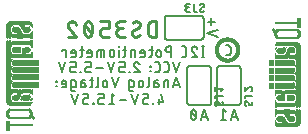
<source format=gbr>
G04 EAGLE Gerber RS-274X export*
G75*
%MOMM*%
%FSLAX34Y34*%
%LPD*%
%INSilkscreen Bottom*%
%IPPOS*%
%AMOC8*
5,1,8,0,0,1.08239X$1,22.5*%
G01*
%ADD10C,0.228600*%
%ADD11C,0.152400*%
%ADD12C,0.203200*%
%ADD13C,0.304800*%
%ADD14R,0.022863X0.462278*%
%ADD15R,0.022863X0.462281*%
%ADD16R,0.022863X0.436881*%
%ADD17R,0.023113X0.462278*%
%ADD18R,0.023113X0.462281*%
%ADD19R,0.023113X0.436881*%
%ADD20R,0.023116X0.462278*%
%ADD21R,0.023116X0.462281*%
%ADD22R,0.023116X0.436881*%
%ADD23R,0.023113X0.022863*%
%ADD24R,0.023116X0.091441*%
%ADD25R,0.023113X0.139700*%
%ADD26R,0.023116X0.185419*%
%ADD27R,0.023113X0.254000*%
%ADD28R,0.023113X0.299719*%
%ADD29R,0.023116X0.345438*%
%ADD30R,0.023113X0.391159*%
%ADD31R,0.023116X0.393700*%
%ADD32R,0.022863X0.325119*%
%ADD33R,0.022863X0.599438*%
%ADD34R,0.022863X0.622300*%
%ADD35R,0.022863X0.530859*%
%ADD36R,0.022863X0.439422*%
%ADD37R,0.022863X0.231138*%
%ADD38R,0.022863X0.071119*%
%ADD39R,0.022863X0.533400*%
%ADD40R,0.022863X0.208281*%
%ADD41R,0.023113X0.345441*%
%ADD42R,0.023113X0.576578*%
%ADD43R,0.023113X0.599438*%
%ADD44R,0.023113X0.508000*%
%ADD45R,0.023113X0.416563*%
%ADD46R,0.023113X0.208278*%
%ADD47R,0.023113X0.553722*%
%ADD48R,0.023113X0.208281*%
%ADD49R,0.023116X0.345441*%
%ADD50R,0.023116X0.530859*%
%ADD51R,0.023116X0.370841*%
%ADD52R,0.023116X0.162559*%
%ADD53R,0.023116X0.576581*%
%ADD54R,0.023116X0.208281*%
%ADD55R,0.023113X0.322578*%
%ADD56R,0.023113X0.485137*%
%ADD57R,0.023113X0.416559*%
%ADD58R,0.023113X0.347981*%
%ADD59R,0.023113X0.116838*%
%ADD60R,0.023113X0.647700*%
%ADD61R,0.023116X0.322581*%
%ADD62R,0.023116X0.485137*%
%ADD63R,0.023116X0.093978*%
%ADD64R,0.023116X0.231141*%
%ADD65R,0.023116X0.693419*%
%ADD66R,0.023113X0.322581*%
%ADD67R,0.023113X0.439419*%
%ADD68R,0.023113X0.370841*%
%ADD69R,0.023113X0.299722*%
%ADD70R,0.023113X0.045719*%
%ADD71R,0.023113X0.739138*%
%ADD72R,0.023113X0.414019*%
%ADD73R,0.023113X0.347978*%
%ADD74R,0.023113X0.762000*%
%ADD75R,0.023116X0.414019*%
%ADD76R,0.023116X0.182881*%
%ADD77R,0.023116X0.347978*%
%ADD78R,0.023116X0.276863*%
%ADD79R,0.023116X0.116841*%
%ADD80R,0.023116X0.276859*%
%ADD81R,0.023116X0.784863*%
%ADD82R,0.023113X0.325119*%
%ADD83R,0.023113X0.276863*%
%ADD84R,0.023113X0.276859*%
%ADD85R,0.023116X0.325119*%
%ADD86R,0.023116X0.391159*%
%ADD87R,0.023116X0.302259*%
%ADD88R,0.023116X0.254000*%
%ADD89R,0.023113X0.302259*%
%ADD90R,0.023113X0.393700*%
%ADD91R,0.023113X0.231141*%
%ADD92R,0.022863X0.302259*%
%ADD93R,0.022863X0.439419*%
%ADD94R,0.022863X0.368300*%
%ADD95R,0.022863X0.391159*%
%ADD96R,0.022863X0.416559*%
%ADD97R,0.022863X0.276863*%
%ADD98R,0.022863X0.205741*%
%ADD99R,0.023113X0.368300*%
%ADD100R,0.023113X0.205741*%
%ADD101R,0.023116X0.368300*%
%ADD102R,0.023116X0.205741*%
%ADD103R,0.023113X0.182881*%
%ADD104R,0.022863X0.276859*%
%ADD105R,0.022863X0.182881*%
%ADD106R,0.023113X0.924559*%
%ADD107R,0.023116X0.924559*%
%ADD108R,0.023113X0.901700*%
%ADD109R,0.023116X0.901700*%
%ADD110R,0.023113X0.878841*%
%ADD111R,0.023116X0.855981*%
%ADD112R,0.023113X0.833119*%
%ADD113R,0.022863X0.787400*%
%ADD114R,0.022863X0.414019*%
%ADD115R,0.022863X0.924559*%
%ADD116R,0.023113X0.739141*%
%ADD117R,0.023116X0.716281*%
%ADD118R,0.023116X0.299722*%
%ADD119R,0.023113X0.670559*%
%ADD120R,0.023116X0.647700*%
%ADD121R,0.023116X0.508000*%
%ADD122R,0.023116X0.299719*%
%ADD123R,0.023113X0.601981*%
%ADD124R,0.023113X0.530859*%
%ADD125R,0.023113X0.231138*%
%ADD126R,0.023113X0.556259*%
%ADD127R,0.023113X0.185419*%
%ADD128R,0.023116X0.533400*%
%ADD129R,0.023116X0.599438*%
%ADD130R,0.023116X0.416563*%
%ADD131R,0.023116X0.116838*%
%ADD132R,0.023113X0.485141*%
%ADD133R,0.023113X0.645159*%
%ADD134R,0.023113X0.716278*%
%ADD135R,0.022863X0.393700*%
%ADD136R,0.022863X0.762000*%
%ADD137R,0.022863X0.624841*%
%ADD138R,0.023113X0.784859*%
%ADD139R,0.023113X0.693422*%
%ADD140R,0.023116X0.830578*%
%ADD141R,0.023116X0.739141*%
%ADD142R,0.023113X0.876300*%
%ADD143R,0.023113X0.807722*%
%ADD144R,0.023116X0.899159*%
%ADD145R,0.023116X0.878841*%
%ADD146R,0.023113X0.922019*%
%ADD147R,0.023113X0.947419*%
%ADD148R,0.023116X0.970278*%
%ADD149R,0.023113X0.970278*%
%ADD150R,0.023116X0.439419*%
%ADD151R,0.022863X0.299722*%
%ADD152R,0.023116X0.416559*%
%ADD153R,0.023116X0.347981*%
%ADD154R,0.023113X0.137159*%
%ADD155R,0.023113X0.093978*%
%ADD156R,0.023113X0.091441*%
%ADD157R,0.023113X0.093981*%
%ADD158R,0.023113X0.114300*%
%ADD159R,0.023116X0.045719*%
%ADD160R,0.023116X0.045722*%
%ADD161R,0.023113X0.071119*%
%ADD162R,0.023113X0.116841*%
%ADD163R,0.023116X0.139700*%
%ADD164R,0.022863X0.322581*%
%ADD165R,0.022863X0.345441*%
%ADD166R,0.022863X0.162559*%
%ADD167R,0.022863X0.576581*%
%ADD168R,0.023113X0.668019*%
%ADD169R,0.023113X0.533400*%
%ADD170R,0.023116X1.455419*%
%ADD171R,0.023116X5.519419*%
%ADD172R,0.023113X1.455419*%
%ADD173R,0.023113X5.519419*%
%ADD174R,0.023116X5.494019*%
%ADD175R,0.023113X1.430019*%
%ADD176R,0.023113X5.494019*%
%ADD177R,0.023116X1.430019*%
%ADD178R,0.023116X5.471159*%
%ADD179R,0.023116X0.762000*%
%ADD180R,0.023113X1.407159*%
%ADD181R,0.023113X5.471159*%
%ADD182R,0.022863X1.384300*%
%ADD183R,0.022863X5.448300*%
%ADD184R,0.022863X0.716278*%
%ADD185R,0.022863X0.878841*%
%ADD186R,0.023113X1.361438*%
%ADD187R,0.023113X5.425438*%
%ADD188R,0.023116X1.338578*%
%ADD189R,0.023116X5.402578*%
%ADD190R,0.023116X0.624841*%
%ADD191R,0.023113X1.292859*%
%ADD192R,0.023113X5.356859*%
%ADD193R,0.023116X1.224278*%
%ADD194R,0.023116X5.288278*%


D10*
X129032Y120523D02*
X129032Y133477D01*
X125433Y133477D01*
X125315Y133475D01*
X125198Y133469D01*
X125080Y133460D01*
X124963Y133446D01*
X124847Y133429D01*
X124731Y133408D01*
X124616Y133383D01*
X124502Y133354D01*
X124389Y133322D01*
X124276Y133286D01*
X124166Y133246D01*
X124056Y133203D01*
X123948Y133156D01*
X123842Y133106D01*
X123737Y133052D01*
X123634Y132995D01*
X123533Y132934D01*
X123434Y132871D01*
X123337Y132804D01*
X123243Y132733D01*
X123150Y132660D01*
X123061Y132584D01*
X122973Y132505D01*
X122889Y132423D01*
X122807Y132339D01*
X122728Y132251D01*
X122652Y132162D01*
X122579Y132069D01*
X122508Y131975D01*
X122441Y131878D01*
X122378Y131779D01*
X122317Y131678D01*
X122260Y131575D01*
X122206Y131470D01*
X122156Y131364D01*
X122109Y131256D01*
X122066Y131146D01*
X122026Y131036D01*
X121990Y130923D01*
X121958Y130810D01*
X121929Y130696D01*
X121904Y130581D01*
X121883Y130465D01*
X121866Y130349D01*
X121852Y130232D01*
X121843Y130114D01*
X121837Y129997D01*
X121835Y129879D01*
X121835Y124121D01*
X121837Y124003D01*
X121843Y123886D01*
X121852Y123768D01*
X121866Y123651D01*
X121883Y123535D01*
X121904Y123419D01*
X121929Y123304D01*
X121958Y123190D01*
X121990Y123077D01*
X122026Y122964D01*
X122066Y122854D01*
X122109Y122744D01*
X122156Y122636D01*
X122206Y122530D01*
X122260Y122425D01*
X122317Y122322D01*
X122378Y122221D01*
X122441Y122122D01*
X122508Y122025D01*
X122579Y121931D01*
X122652Y121838D01*
X122728Y121749D01*
X122807Y121661D01*
X122889Y121577D01*
X122973Y121495D01*
X123061Y121416D01*
X123150Y121340D01*
X123243Y121267D01*
X123337Y121196D01*
X123434Y121129D01*
X123533Y121066D01*
X123634Y121005D01*
X123737Y120948D01*
X123842Y120894D01*
X123948Y120844D01*
X124056Y120797D01*
X124166Y120754D01*
X124276Y120714D01*
X124389Y120678D01*
X124502Y120646D01*
X124616Y120617D01*
X124731Y120592D01*
X124847Y120571D01*
X124963Y120554D01*
X125080Y120540D01*
X125198Y120531D01*
X125315Y120525D01*
X125433Y120523D01*
X129032Y120523D01*
X111025Y120523D02*
X110920Y120525D01*
X110815Y120531D01*
X110710Y120540D01*
X110606Y120554D01*
X110502Y120571D01*
X110399Y120592D01*
X110297Y120617D01*
X110196Y120645D01*
X110095Y120677D01*
X109997Y120713D01*
X109899Y120752D01*
X109803Y120795D01*
X109709Y120842D01*
X109616Y120891D01*
X109525Y120945D01*
X109436Y121001D01*
X109350Y121061D01*
X109265Y121123D01*
X109183Y121189D01*
X109104Y121258D01*
X109027Y121329D01*
X108952Y121404D01*
X108881Y121481D01*
X108812Y121560D01*
X108746Y121642D01*
X108684Y121727D01*
X108624Y121813D01*
X108568Y121902D01*
X108514Y121993D01*
X108465Y122086D01*
X108418Y122180D01*
X108375Y122276D01*
X108336Y122374D01*
X108300Y122472D01*
X108268Y122573D01*
X108240Y122674D01*
X108215Y122776D01*
X108194Y122879D01*
X108177Y122983D01*
X108163Y123087D01*
X108154Y123192D01*
X108148Y123297D01*
X108146Y123402D01*
X111025Y120523D02*
X111180Y120525D01*
X111335Y120531D01*
X111489Y120541D01*
X111643Y120555D01*
X111797Y120572D01*
X111951Y120594D01*
X112103Y120619D01*
X112256Y120649D01*
X112407Y120682D01*
X112557Y120719D01*
X112707Y120760D01*
X112855Y120805D01*
X113002Y120853D01*
X113148Y120906D01*
X113292Y120961D01*
X113435Y121021D01*
X113577Y121084D01*
X113716Y121151D01*
X113854Y121221D01*
X113990Y121295D01*
X114125Y121372D01*
X114257Y121453D01*
X114387Y121537D01*
X114515Y121624D01*
X114641Y121715D01*
X114764Y121808D01*
X114885Y121905D01*
X115003Y122005D01*
X115119Y122108D01*
X115232Y122214D01*
X115343Y122322D01*
X114983Y130598D02*
X114981Y130703D01*
X114975Y130808D01*
X114966Y130913D01*
X114952Y131017D01*
X114935Y131121D01*
X114914Y131224D01*
X114889Y131326D01*
X114861Y131427D01*
X114829Y131528D01*
X114793Y131626D01*
X114754Y131724D01*
X114711Y131820D01*
X114664Y131914D01*
X114615Y132007D01*
X114561Y132098D01*
X114505Y132187D01*
X114445Y132273D01*
X114383Y132358D01*
X114317Y132440D01*
X114248Y132519D01*
X114177Y132596D01*
X114102Y132671D01*
X114025Y132742D01*
X113946Y132811D01*
X113864Y132877D01*
X113779Y132939D01*
X113693Y132999D01*
X113604Y133055D01*
X113513Y133109D01*
X113420Y133158D01*
X113326Y133205D01*
X113230Y133248D01*
X113132Y133287D01*
X113034Y133323D01*
X112933Y133355D01*
X112832Y133383D01*
X112730Y133408D01*
X112627Y133429D01*
X112523Y133446D01*
X112419Y133460D01*
X112314Y133469D01*
X112209Y133475D01*
X112104Y133477D01*
X112104Y133478D02*
X111959Y133476D01*
X111815Y133470D01*
X111670Y133461D01*
X111526Y133447D01*
X111382Y133430D01*
X111239Y133408D01*
X111097Y133383D01*
X110955Y133354D01*
X110814Y133322D01*
X110674Y133285D01*
X110535Y133245D01*
X110397Y133201D01*
X110260Y133153D01*
X110125Y133102D01*
X109991Y133047D01*
X109859Y132989D01*
X109728Y132927D01*
X109599Y132861D01*
X109471Y132793D01*
X109346Y132720D01*
X109223Y132645D01*
X109101Y132566D01*
X108982Y132484D01*
X108865Y132398D01*
X113544Y128079D02*
X113634Y128134D01*
X113721Y128192D01*
X113806Y128253D01*
X113889Y128317D01*
X113969Y128383D01*
X114047Y128453D01*
X114123Y128526D01*
X114196Y128601D01*
X114266Y128679D01*
X114333Y128759D01*
X114398Y128841D01*
X114459Y128926D01*
X114517Y129013D01*
X114572Y129102D01*
X114624Y129193D01*
X114673Y129286D01*
X114718Y129380D01*
X114760Y129476D01*
X114799Y129573D01*
X114834Y129672D01*
X114865Y129772D01*
X114893Y129873D01*
X114917Y129975D01*
X114937Y130077D01*
X114954Y130181D01*
X114967Y130285D01*
X114977Y130389D01*
X114982Y130493D01*
X114984Y130598D01*
X109586Y125921D02*
X109496Y125866D01*
X109409Y125808D01*
X109324Y125747D01*
X109241Y125683D01*
X109161Y125617D01*
X109083Y125547D01*
X109007Y125474D01*
X108934Y125399D01*
X108864Y125321D01*
X108797Y125241D01*
X108732Y125159D01*
X108671Y125074D01*
X108613Y124987D01*
X108558Y124898D01*
X108506Y124807D01*
X108457Y124714D01*
X108412Y124620D01*
X108370Y124524D01*
X108331Y124427D01*
X108296Y124328D01*
X108265Y124228D01*
X108237Y124127D01*
X108213Y124025D01*
X108193Y123923D01*
X108176Y123819D01*
X108163Y123715D01*
X108153Y123611D01*
X108148Y123507D01*
X108146Y123402D01*
X109586Y125921D02*
X113544Y128080D01*
X102111Y120523D02*
X98512Y120523D01*
X98393Y120525D01*
X98274Y120531D01*
X98156Y120541D01*
X98037Y120554D01*
X97920Y120572D01*
X97803Y120594D01*
X97687Y120619D01*
X97571Y120648D01*
X97457Y120681D01*
X97344Y120718D01*
X97232Y120758D01*
X97121Y120803D01*
X97012Y120850D01*
X96905Y120902D01*
X96800Y120957D01*
X96696Y121015D01*
X96594Y121077D01*
X96495Y121142D01*
X96397Y121210D01*
X96302Y121282D01*
X96209Y121356D01*
X96119Y121434D01*
X96032Y121515D01*
X95947Y121598D01*
X95865Y121684D01*
X95786Y121773D01*
X95710Y121864D01*
X95637Y121958D01*
X95567Y122055D01*
X95500Y122153D01*
X95436Y122254D01*
X95376Y122356D01*
X95320Y122461D01*
X95267Y122568D01*
X95217Y122676D01*
X95171Y122785D01*
X95129Y122897D01*
X95090Y123009D01*
X95055Y123123D01*
X95024Y123238D01*
X94997Y123354D01*
X94973Y123470D01*
X94954Y123588D01*
X94938Y123705D01*
X94926Y123824D01*
X94918Y123943D01*
X94914Y124062D01*
X94914Y124180D01*
X94918Y124299D01*
X94926Y124418D01*
X94938Y124537D01*
X94954Y124654D01*
X94973Y124772D01*
X94997Y124888D01*
X95024Y125004D01*
X95055Y125119D01*
X95090Y125233D01*
X95129Y125345D01*
X95171Y125457D01*
X95217Y125566D01*
X95267Y125674D01*
X95320Y125781D01*
X95376Y125886D01*
X95436Y125988D01*
X95500Y126089D01*
X95567Y126187D01*
X95637Y126284D01*
X95710Y126378D01*
X95786Y126469D01*
X95865Y126558D01*
X95947Y126644D01*
X96032Y126727D01*
X96119Y126808D01*
X96209Y126886D01*
X96302Y126960D01*
X96397Y127032D01*
X96495Y127100D01*
X96594Y127165D01*
X96696Y127227D01*
X96800Y127285D01*
X96905Y127340D01*
X97012Y127392D01*
X97121Y127439D01*
X97232Y127484D01*
X97344Y127524D01*
X97457Y127561D01*
X97571Y127594D01*
X97687Y127623D01*
X97803Y127648D01*
X97920Y127670D01*
X98037Y127688D01*
X98156Y127701D01*
X98274Y127711D01*
X98393Y127717D01*
X98512Y127719D01*
X97793Y133477D02*
X102111Y133477D01*
X97793Y133477D02*
X97687Y133475D01*
X97580Y133469D01*
X97474Y133459D01*
X97369Y133446D01*
X97264Y133428D01*
X97160Y133406D01*
X97056Y133381D01*
X96954Y133352D01*
X96853Y133319D01*
X96753Y133283D01*
X96654Y133242D01*
X96558Y133198D01*
X96462Y133151D01*
X96369Y133100D01*
X96277Y133046D01*
X96188Y132988D01*
X96101Y132927D01*
X96016Y132863D01*
X95933Y132796D01*
X95853Y132726D01*
X95776Y132652D01*
X95702Y132577D01*
X95630Y132498D01*
X95561Y132417D01*
X95496Y132333D01*
X95433Y132247D01*
X95374Y132159D01*
X95318Y132068D01*
X95265Y131976D01*
X95216Y131881D01*
X95170Y131785D01*
X95128Y131687D01*
X95090Y131588D01*
X95055Y131488D01*
X95024Y131386D01*
X94997Y131283D01*
X94973Y131179D01*
X94954Y131075D01*
X94938Y130969D01*
X94926Y130864D01*
X94918Y130758D01*
X94914Y130651D01*
X94914Y130545D01*
X94918Y130438D01*
X94926Y130332D01*
X94938Y130227D01*
X94954Y130121D01*
X94973Y130017D01*
X94997Y129913D01*
X95024Y129810D01*
X95055Y129708D01*
X95090Y129608D01*
X95128Y129509D01*
X95170Y129411D01*
X95216Y129315D01*
X95265Y129220D01*
X95318Y129128D01*
X95374Y129037D01*
X95433Y128949D01*
X95496Y128863D01*
X95561Y128779D01*
X95630Y128698D01*
X95702Y128619D01*
X95776Y128544D01*
X95853Y128470D01*
X95933Y128400D01*
X96016Y128333D01*
X96101Y128269D01*
X96188Y128208D01*
X96277Y128150D01*
X96369Y128096D01*
X96462Y128045D01*
X96558Y127998D01*
X96654Y127954D01*
X96753Y127913D01*
X96853Y127877D01*
X96954Y127844D01*
X97056Y127815D01*
X97160Y127790D01*
X97264Y127768D01*
X97369Y127750D01*
X97474Y127737D01*
X97580Y127727D01*
X97687Y127721D01*
X97793Y127719D01*
X97793Y127720D02*
X100671Y127720D01*
X88422Y120523D02*
X84104Y120523D01*
X83999Y120525D01*
X83894Y120531D01*
X83789Y120540D01*
X83685Y120554D01*
X83581Y120571D01*
X83478Y120592D01*
X83376Y120617D01*
X83275Y120645D01*
X83174Y120677D01*
X83076Y120713D01*
X82978Y120752D01*
X82882Y120795D01*
X82788Y120842D01*
X82695Y120891D01*
X82604Y120945D01*
X82515Y121001D01*
X82429Y121061D01*
X82344Y121123D01*
X82262Y121189D01*
X82183Y121258D01*
X82106Y121329D01*
X82031Y121404D01*
X81960Y121481D01*
X81891Y121560D01*
X81825Y121642D01*
X81763Y121727D01*
X81703Y121813D01*
X81647Y121902D01*
X81593Y121993D01*
X81544Y122086D01*
X81497Y122180D01*
X81454Y122276D01*
X81415Y122374D01*
X81379Y122472D01*
X81347Y122573D01*
X81319Y122674D01*
X81294Y122776D01*
X81273Y122879D01*
X81256Y122983D01*
X81242Y123087D01*
X81233Y123192D01*
X81227Y123297D01*
X81225Y123402D01*
X81226Y123402D02*
X81226Y124841D01*
X81225Y124841D02*
X81227Y124946D01*
X81233Y125051D01*
X81242Y125156D01*
X81256Y125260D01*
X81273Y125364D01*
X81294Y125467D01*
X81319Y125569D01*
X81347Y125670D01*
X81379Y125771D01*
X81415Y125869D01*
X81454Y125967D01*
X81497Y126063D01*
X81544Y126157D01*
X81593Y126250D01*
X81647Y126341D01*
X81703Y126430D01*
X81763Y126516D01*
X81825Y126601D01*
X81891Y126683D01*
X81960Y126762D01*
X82031Y126839D01*
X82106Y126914D01*
X82183Y126985D01*
X82262Y127054D01*
X82344Y127120D01*
X82429Y127182D01*
X82515Y127242D01*
X82604Y127299D01*
X82695Y127352D01*
X82788Y127401D01*
X82882Y127448D01*
X82978Y127491D01*
X83076Y127530D01*
X83174Y127566D01*
X83275Y127598D01*
X83376Y127626D01*
X83478Y127651D01*
X83581Y127672D01*
X83685Y127689D01*
X83789Y127703D01*
X83894Y127712D01*
X83999Y127718D01*
X84104Y127720D01*
X88422Y127720D01*
X88422Y133477D01*
X81226Y133477D01*
X73654Y131678D02*
X73763Y131447D01*
X73867Y131215D01*
X73965Y130979D01*
X74057Y130742D01*
X74143Y130502D01*
X74224Y130260D01*
X74299Y130017D01*
X74368Y129771D01*
X74431Y129524D01*
X74489Y129276D01*
X74540Y129026D01*
X74585Y128776D01*
X74625Y128524D01*
X74658Y128271D01*
X74685Y128018D01*
X74707Y127764D01*
X74722Y127510D01*
X74731Y127255D01*
X74734Y127000D01*
X73654Y131678D02*
X73620Y131772D01*
X73582Y131864D01*
X73541Y131956D01*
X73496Y132045D01*
X73448Y132133D01*
X73397Y132219D01*
X73343Y132303D01*
X73285Y132385D01*
X73225Y132465D01*
X73161Y132542D01*
X73095Y132617D01*
X73026Y132689D01*
X72954Y132759D01*
X72879Y132826D01*
X72803Y132890D01*
X72723Y132951D01*
X72642Y133010D01*
X72558Y133065D01*
X72473Y133117D01*
X72385Y133165D01*
X72296Y133211D01*
X72205Y133253D01*
X72113Y133291D01*
X72019Y133326D01*
X71924Y133357D01*
X71828Y133385D01*
X71731Y133410D01*
X71633Y133430D01*
X71534Y133447D01*
X71435Y133460D01*
X71335Y133469D01*
X71235Y133475D01*
X71135Y133477D01*
X71035Y133475D01*
X70935Y133469D01*
X70835Y133460D01*
X70736Y133447D01*
X70637Y133430D01*
X70539Y133410D01*
X70442Y133385D01*
X70346Y133357D01*
X70251Y133326D01*
X70157Y133291D01*
X70065Y133253D01*
X69974Y133211D01*
X69885Y133165D01*
X69797Y133117D01*
X69712Y133065D01*
X69628Y133010D01*
X69547Y132951D01*
X69467Y132890D01*
X69391Y132826D01*
X69316Y132759D01*
X69244Y132689D01*
X69175Y132617D01*
X69109Y132542D01*
X69045Y132465D01*
X68985Y132385D01*
X68927Y132303D01*
X68873Y132219D01*
X68822Y132133D01*
X68774Y132045D01*
X68729Y131956D01*
X68688Y131864D01*
X68650Y131772D01*
X68616Y131678D01*
X68617Y131678D02*
X68508Y131447D01*
X68404Y131215D01*
X68306Y130979D01*
X68214Y130742D01*
X68128Y130502D01*
X68047Y130260D01*
X67972Y130017D01*
X67903Y129771D01*
X67840Y129524D01*
X67782Y129276D01*
X67731Y129026D01*
X67686Y128776D01*
X67646Y128524D01*
X67613Y128271D01*
X67586Y128018D01*
X67564Y127764D01*
X67549Y127510D01*
X67540Y127255D01*
X67537Y127000D01*
X74734Y127000D02*
X74731Y126745D01*
X74722Y126490D01*
X74707Y126236D01*
X74685Y125982D01*
X74658Y125729D01*
X74625Y125476D01*
X74585Y125224D01*
X74540Y124974D01*
X74489Y124724D01*
X74431Y124476D01*
X74368Y124229D01*
X74299Y123983D01*
X74224Y123740D01*
X74143Y123498D01*
X74057Y123258D01*
X73965Y123021D01*
X73867Y122786D01*
X73763Y122553D01*
X73655Y122322D01*
X73654Y122322D02*
X73620Y122228D01*
X73582Y122136D01*
X73541Y122044D01*
X73496Y121955D01*
X73448Y121867D01*
X73397Y121781D01*
X73343Y121697D01*
X73285Y121615D01*
X73225Y121535D01*
X73161Y121458D01*
X73095Y121383D01*
X73026Y121311D01*
X72954Y121241D01*
X72879Y121174D01*
X72803Y121110D01*
X72723Y121049D01*
X72642Y120990D01*
X72558Y120935D01*
X72473Y120883D01*
X72385Y120835D01*
X72296Y120789D01*
X72205Y120747D01*
X72113Y120709D01*
X72019Y120674D01*
X71924Y120643D01*
X71828Y120615D01*
X71731Y120590D01*
X71633Y120570D01*
X71534Y120553D01*
X71435Y120540D01*
X71335Y120531D01*
X71235Y120525D01*
X71135Y120523D01*
X68616Y122322D02*
X68508Y122553D01*
X68404Y122786D01*
X68306Y123021D01*
X68214Y123258D01*
X68128Y123498D01*
X68047Y123740D01*
X67972Y123983D01*
X67903Y124229D01*
X67840Y124476D01*
X67782Y124724D01*
X67731Y124974D01*
X67686Y125224D01*
X67646Y125476D01*
X67613Y125729D01*
X67586Y125982D01*
X67564Y126236D01*
X67549Y126490D01*
X67540Y126745D01*
X67537Y127000D01*
X68616Y122322D02*
X68650Y122228D01*
X68688Y122136D01*
X68729Y122044D01*
X68774Y121955D01*
X68822Y121867D01*
X68873Y121781D01*
X68927Y121697D01*
X68985Y121615D01*
X69045Y121535D01*
X69109Y121458D01*
X69175Y121383D01*
X69244Y121311D01*
X69316Y121241D01*
X69391Y121174D01*
X69468Y121110D01*
X69547Y121048D01*
X69628Y120990D01*
X69712Y120935D01*
X69797Y120883D01*
X69885Y120835D01*
X69974Y120789D01*
X70065Y120747D01*
X70157Y120709D01*
X70251Y120674D01*
X70346Y120643D01*
X70442Y120615D01*
X70539Y120590D01*
X70637Y120570D01*
X70736Y120553D01*
X70835Y120540D01*
X70935Y120531D01*
X71035Y120525D01*
X71135Y120523D01*
X74014Y123402D02*
X68257Y130598D01*
X57087Y133478D02*
X56974Y133476D01*
X56861Y133470D01*
X56748Y133460D01*
X56636Y133446D01*
X56525Y133429D01*
X56414Y133407D01*
X56303Y133382D01*
X56194Y133353D01*
X56086Y133319D01*
X55979Y133283D01*
X55874Y133242D01*
X55770Y133198D01*
X55667Y133150D01*
X55566Y133099D01*
X55468Y133044D01*
X55371Y132986D01*
X55276Y132924D01*
X55183Y132859D01*
X55093Y132791D01*
X55005Y132720D01*
X54920Y132646D01*
X54837Y132569D01*
X54757Y132489D01*
X54680Y132406D01*
X54606Y132321D01*
X54535Y132233D01*
X54467Y132143D01*
X54402Y132050D01*
X54340Y131955D01*
X54282Y131859D01*
X54227Y131760D01*
X54176Y131659D01*
X54128Y131556D01*
X54084Y131452D01*
X54043Y131347D01*
X54007Y131240D01*
X53973Y131132D01*
X53944Y131023D01*
X53919Y130912D01*
X53897Y130801D01*
X53880Y130690D01*
X53866Y130578D01*
X53856Y130465D01*
X53850Y130352D01*
X53848Y130239D01*
X57087Y133477D02*
X57215Y133475D01*
X57342Y133469D01*
X57469Y133459D01*
X57596Y133446D01*
X57723Y133428D01*
X57848Y133407D01*
X57974Y133381D01*
X58098Y133352D01*
X58221Y133319D01*
X58343Y133283D01*
X58464Y133242D01*
X58584Y133198D01*
X58703Y133151D01*
X58819Y133099D01*
X58935Y133044D01*
X59048Y132986D01*
X59160Y132924D01*
X59269Y132859D01*
X59377Y132790D01*
X59483Y132718D01*
X59586Y132643D01*
X59687Y132565D01*
X59785Y132484D01*
X59881Y132400D01*
X59974Y132312D01*
X60065Y132222D01*
X60152Y132130D01*
X60237Y132034D01*
X60319Y131937D01*
X60398Y131836D01*
X60474Y131733D01*
X60546Y131628D01*
X60616Y131521D01*
X60682Y131412D01*
X60744Y131301D01*
X60803Y131188D01*
X60859Y131073D01*
X60911Y130956D01*
X60960Y130838D01*
X61004Y130719D01*
X61046Y130598D01*
X54928Y127720D02*
X54845Y127803D01*
X54764Y127888D01*
X54686Y127976D01*
X54611Y128066D01*
X54540Y128159D01*
X54471Y128254D01*
X54406Y128352D01*
X54344Y128451D01*
X54285Y128553D01*
X54230Y128657D01*
X54178Y128762D01*
X54130Y128869D01*
X54086Y128978D01*
X54045Y129088D01*
X54008Y129199D01*
X53975Y129312D01*
X53946Y129425D01*
X53920Y129540D01*
X53898Y129655D01*
X53881Y129771D01*
X53867Y129888D01*
X53857Y130004D01*
X53851Y130122D01*
X53849Y130239D01*
X54928Y127720D02*
X61045Y120523D01*
X53848Y120523D01*
D11*
X168458Y112268D02*
X168458Y103632D01*
X167499Y103632D02*
X169418Y103632D01*
X169418Y112268D02*
X167499Y112268D01*
X160903Y112268D02*
X160811Y112266D01*
X160720Y112260D01*
X160629Y112251D01*
X160538Y112237D01*
X160448Y112220D01*
X160359Y112198D01*
X160271Y112173D01*
X160184Y112145D01*
X160098Y112112D01*
X160014Y112076D01*
X159931Y112037D01*
X159850Y111994D01*
X159771Y111947D01*
X159694Y111898D01*
X159619Y111845D01*
X159547Y111789D01*
X159477Y111730D01*
X159409Y111668D01*
X159344Y111603D01*
X159282Y111535D01*
X159223Y111465D01*
X159167Y111393D01*
X159114Y111318D01*
X159065Y111241D01*
X159018Y111162D01*
X158975Y111081D01*
X158936Y110998D01*
X158900Y110914D01*
X158867Y110828D01*
X158839Y110741D01*
X158814Y110653D01*
X158792Y110564D01*
X158775Y110474D01*
X158761Y110383D01*
X158752Y110292D01*
X158746Y110201D01*
X158744Y110109D01*
X160903Y112268D02*
X161006Y112266D01*
X161108Y112260D01*
X161210Y112251D01*
X161312Y112238D01*
X161413Y112221D01*
X161514Y112200D01*
X161613Y112176D01*
X161712Y112147D01*
X161809Y112116D01*
X161906Y112080D01*
X162001Y112042D01*
X162094Y111999D01*
X162186Y111953D01*
X162276Y111904D01*
X162364Y111852D01*
X162451Y111796D01*
X162535Y111737D01*
X162616Y111676D01*
X162696Y111611D01*
X162773Y111543D01*
X162848Y111472D01*
X162919Y111399D01*
X162988Y111323D01*
X163055Y111245D01*
X163118Y111164D01*
X163178Y111081D01*
X163235Y110996D01*
X163289Y110909D01*
X163340Y110819D01*
X163387Y110728D01*
X163431Y110636D01*
X163472Y110541D01*
X163509Y110446D01*
X163542Y110349D01*
X159464Y108430D02*
X159397Y108496D01*
X159333Y108565D01*
X159272Y108636D01*
X159214Y108710D01*
X159159Y108786D01*
X159107Y108864D01*
X159058Y108944D01*
X159012Y109026D01*
X158970Y109110D01*
X158931Y109196D01*
X158896Y109283D01*
X158865Y109371D01*
X158837Y109461D01*
X158812Y109551D01*
X158791Y109643D01*
X158774Y109735D01*
X158761Y109828D01*
X158752Y109921D01*
X158746Y110015D01*
X158744Y110109D01*
X159464Y108430D02*
X163542Y103632D01*
X158744Y103632D01*
X152517Y103632D02*
X150598Y103632D01*
X152517Y103632D02*
X152603Y103634D01*
X152689Y103640D01*
X152775Y103649D01*
X152860Y103663D01*
X152944Y103680D01*
X153028Y103701D01*
X153110Y103726D01*
X153191Y103754D01*
X153271Y103786D01*
X153350Y103822D01*
X153426Y103861D01*
X153501Y103904D01*
X153574Y103949D01*
X153645Y103999D01*
X153713Y104051D01*
X153780Y104106D01*
X153843Y104164D01*
X153904Y104225D01*
X153962Y104288D01*
X154017Y104355D01*
X154070Y104423D01*
X154119Y104494D01*
X154164Y104567D01*
X154207Y104642D01*
X154246Y104718D01*
X154282Y104797D01*
X154314Y104877D01*
X154342Y104958D01*
X154367Y105041D01*
X154388Y105124D01*
X154405Y105208D01*
X154419Y105293D01*
X154428Y105379D01*
X154434Y105465D01*
X154436Y105551D01*
X154436Y110349D01*
X154434Y110435D01*
X154428Y110521D01*
X154419Y110607D01*
X154405Y110692D01*
X154388Y110776D01*
X154367Y110860D01*
X154342Y110942D01*
X154314Y111023D01*
X154282Y111103D01*
X154246Y111182D01*
X154207Y111258D01*
X154164Y111333D01*
X154119Y111406D01*
X154070Y111477D01*
X154017Y111545D01*
X153962Y111612D01*
X153904Y111675D01*
X153843Y111736D01*
X153780Y111794D01*
X153714Y111849D01*
X153645Y111901D01*
X153574Y111951D01*
X153501Y111996D01*
X153426Y112039D01*
X153350Y112078D01*
X153271Y112114D01*
X153191Y112146D01*
X153110Y112174D01*
X153028Y112199D01*
X152944Y112220D01*
X152860Y112237D01*
X152775Y112251D01*
X152689Y112260D01*
X152603Y112266D01*
X152517Y112268D01*
X150598Y112268D01*
X141402Y112268D02*
X141402Y103632D01*
X141402Y112268D02*
X139003Y112268D01*
X138906Y112266D01*
X138810Y112260D01*
X138714Y112251D01*
X138618Y112237D01*
X138523Y112220D01*
X138429Y112198D01*
X138336Y112173D01*
X138243Y112145D01*
X138152Y112112D01*
X138063Y112076D01*
X137975Y112036D01*
X137888Y111993D01*
X137804Y111947D01*
X137721Y111897D01*
X137640Y111843D01*
X137562Y111787D01*
X137486Y111727D01*
X137412Y111665D01*
X137341Y111599D01*
X137273Y111531D01*
X137207Y111460D01*
X137145Y111386D01*
X137085Y111310D01*
X137029Y111232D01*
X136975Y111151D01*
X136925Y111069D01*
X136879Y110984D01*
X136836Y110897D01*
X136796Y110809D01*
X136760Y110720D01*
X136727Y110629D01*
X136699Y110536D01*
X136674Y110443D01*
X136652Y110349D01*
X136635Y110254D01*
X136621Y110158D01*
X136612Y110062D01*
X136606Y109966D01*
X136604Y109869D01*
X136606Y109772D01*
X136612Y109676D01*
X136621Y109580D01*
X136635Y109484D01*
X136652Y109389D01*
X136674Y109295D01*
X136699Y109202D01*
X136727Y109109D01*
X136760Y109018D01*
X136796Y108929D01*
X136836Y108841D01*
X136879Y108754D01*
X136925Y108670D01*
X136975Y108587D01*
X137029Y108506D01*
X137085Y108428D01*
X137145Y108352D01*
X137207Y108278D01*
X137273Y108207D01*
X137341Y108139D01*
X137412Y108073D01*
X137486Y108011D01*
X137562Y107951D01*
X137640Y107895D01*
X137721Y107841D01*
X137803Y107791D01*
X137888Y107745D01*
X137975Y107702D01*
X138063Y107662D01*
X138152Y107626D01*
X138243Y107593D01*
X138336Y107565D01*
X138429Y107540D01*
X138523Y107518D01*
X138618Y107501D01*
X138714Y107487D01*
X138810Y107478D01*
X138906Y107472D01*
X139003Y107470D01*
X141402Y107470D01*
X132887Y107470D02*
X132887Y105551D01*
X132887Y107470D02*
X132885Y107556D01*
X132879Y107642D01*
X132870Y107728D01*
X132856Y107813D01*
X132839Y107897D01*
X132818Y107981D01*
X132793Y108063D01*
X132765Y108144D01*
X132733Y108224D01*
X132697Y108303D01*
X132658Y108379D01*
X132615Y108454D01*
X132570Y108527D01*
X132521Y108598D01*
X132468Y108666D01*
X132413Y108733D01*
X132355Y108796D01*
X132294Y108857D01*
X132231Y108915D01*
X132164Y108970D01*
X132096Y109023D01*
X132025Y109072D01*
X131952Y109117D01*
X131877Y109160D01*
X131801Y109199D01*
X131722Y109235D01*
X131642Y109267D01*
X131561Y109295D01*
X131479Y109320D01*
X131395Y109341D01*
X131311Y109358D01*
X131226Y109372D01*
X131140Y109381D01*
X131054Y109387D01*
X130968Y109389D01*
X130882Y109387D01*
X130796Y109381D01*
X130710Y109372D01*
X130625Y109358D01*
X130541Y109341D01*
X130457Y109320D01*
X130375Y109295D01*
X130294Y109267D01*
X130214Y109235D01*
X130135Y109199D01*
X130059Y109160D01*
X129984Y109117D01*
X129911Y109072D01*
X129840Y109023D01*
X129772Y108970D01*
X129705Y108915D01*
X129642Y108857D01*
X129581Y108796D01*
X129523Y108733D01*
X129468Y108666D01*
X129415Y108598D01*
X129366Y108527D01*
X129321Y108454D01*
X129278Y108379D01*
X129239Y108303D01*
X129203Y108224D01*
X129171Y108144D01*
X129143Y108063D01*
X129118Y107981D01*
X129097Y107897D01*
X129080Y107813D01*
X129066Y107728D01*
X129057Y107642D01*
X129051Y107556D01*
X129049Y107470D01*
X129049Y105551D01*
X129051Y105465D01*
X129057Y105379D01*
X129066Y105293D01*
X129080Y105208D01*
X129097Y105124D01*
X129118Y105040D01*
X129143Y104958D01*
X129171Y104877D01*
X129203Y104797D01*
X129239Y104718D01*
X129278Y104642D01*
X129321Y104567D01*
X129366Y104494D01*
X129415Y104423D01*
X129468Y104355D01*
X129523Y104288D01*
X129581Y104225D01*
X129642Y104164D01*
X129705Y104106D01*
X129772Y104051D01*
X129840Y103998D01*
X129911Y103949D01*
X129984Y103904D01*
X130059Y103861D01*
X130135Y103822D01*
X130214Y103786D01*
X130294Y103754D01*
X130375Y103726D01*
X130457Y103701D01*
X130541Y103680D01*
X130625Y103663D01*
X130710Y103649D01*
X130796Y103640D01*
X130882Y103634D01*
X130968Y103632D01*
X131054Y103634D01*
X131140Y103640D01*
X131226Y103649D01*
X131311Y103663D01*
X131395Y103680D01*
X131479Y103701D01*
X131561Y103726D01*
X131642Y103754D01*
X131722Y103786D01*
X131801Y103822D01*
X131877Y103861D01*
X131952Y103904D01*
X132025Y103949D01*
X132096Y103998D01*
X132164Y104051D01*
X132231Y104106D01*
X132294Y104164D01*
X132355Y104225D01*
X132413Y104288D01*
X132468Y104355D01*
X132521Y104423D01*
X132570Y104494D01*
X132615Y104567D01*
X132658Y104642D01*
X132697Y104718D01*
X132733Y104797D01*
X132765Y104877D01*
X132793Y104958D01*
X132818Y105040D01*
X132839Y105124D01*
X132856Y105208D01*
X132870Y105293D01*
X132879Y105379D01*
X132885Y105465D01*
X132887Y105551D01*
X125808Y109389D02*
X122930Y109389D01*
X124849Y112268D02*
X124849Y105071D01*
X124848Y105071D02*
X124846Y104996D01*
X124840Y104921D01*
X124830Y104846D01*
X124817Y104772D01*
X124799Y104699D01*
X124778Y104626D01*
X124752Y104555D01*
X124724Y104486D01*
X124691Y104418D01*
X124655Y104352D01*
X124616Y104287D01*
X124573Y104225D01*
X124527Y104165D01*
X124478Y104108D01*
X124427Y104053D01*
X124372Y104002D01*
X124315Y103953D01*
X124255Y103907D01*
X124193Y103864D01*
X124129Y103825D01*
X124062Y103789D01*
X123994Y103756D01*
X123925Y103728D01*
X123854Y103702D01*
X123781Y103681D01*
X123708Y103663D01*
X123634Y103650D01*
X123559Y103640D01*
X123484Y103634D01*
X123409Y103632D01*
X122930Y103632D01*
X117732Y103632D02*
X115333Y103632D01*
X117732Y103632D02*
X117807Y103634D01*
X117882Y103640D01*
X117957Y103650D01*
X118031Y103663D01*
X118104Y103681D01*
X118177Y103702D01*
X118248Y103728D01*
X118317Y103756D01*
X118385Y103789D01*
X118452Y103825D01*
X118516Y103864D01*
X118578Y103907D01*
X118638Y103953D01*
X118695Y104002D01*
X118750Y104053D01*
X118801Y104108D01*
X118850Y104165D01*
X118896Y104225D01*
X118939Y104287D01*
X118978Y104352D01*
X119014Y104418D01*
X119047Y104486D01*
X119075Y104555D01*
X119101Y104626D01*
X119122Y104699D01*
X119140Y104772D01*
X119153Y104846D01*
X119163Y104921D01*
X119169Y104996D01*
X119171Y105071D01*
X119171Y107470D01*
X119169Y107556D01*
X119163Y107642D01*
X119154Y107728D01*
X119140Y107813D01*
X119123Y107897D01*
X119102Y107981D01*
X119077Y108063D01*
X119049Y108144D01*
X119017Y108224D01*
X118981Y108303D01*
X118942Y108379D01*
X118899Y108454D01*
X118854Y108527D01*
X118805Y108598D01*
X118752Y108666D01*
X118697Y108733D01*
X118639Y108796D01*
X118578Y108857D01*
X118515Y108915D01*
X118448Y108970D01*
X118380Y109023D01*
X118309Y109072D01*
X118236Y109117D01*
X118161Y109160D01*
X118085Y109199D01*
X118006Y109235D01*
X117926Y109267D01*
X117845Y109295D01*
X117763Y109320D01*
X117679Y109341D01*
X117595Y109358D01*
X117510Y109372D01*
X117424Y109381D01*
X117338Y109387D01*
X117252Y109389D01*
X117166Y109387D01*
X117080Y109381D01*
X116994Y109372D01*
X116909Y109358D01*
X116825Y109341D01*
X116741Y109320D01*
X116659Y109295D01*
X116578Y109267D01*
X116498Y109235D01*
X116419Y109199D01*
X116343Y109160D01*
X116268Y109117D01*
X116195Y109072D01*
X116124Y109023D01*
X116056Y108970D01*
X115989Y108915D01*
X115926Y108857D01*
X115865Y108796D01*
X115807Y108733D01*
X115752Y108666D01*
X115699Y108598D01*
X115650Y108527D01*
X115605Y108454D01*
X115562Y108379D01*
X115523Y108303D01*
X115487Y108224D01*
X115455Y108144D01*
X115427Y108063D01*
X115402Y107981D01*
X115381Y107897D01*
X115364Y107813D01*
X115350Y107728D01*
X115341Y107642D01*
X115335Y107556D01*
X115333Y107470D01*
X115333Y106511D01*
X119171Y106511D01*
X110942Y109389D02*
X110942Y103632D01*
X110942Y109389D02*
X108543Y109389D01*
X108468Y109387D01*
X108393Y109381D01*
X108318Y109371D01*
X108244Y109358D01*
X108171Y109340D01*
X108098Y109319D01*
X108027Y109293D01*
X107958Y109265D01*
X107890Y109232D01*
X107824Y109196D01*
X107759Y109157D01*
X107697Y109114D01*
X107637Y109068D01*
X107580Y109019D01*
X107525Y108968D01*
X107474Y108913D01*
X107425Y108856D01*
X107379Y108796D01*
X107336Y108734D01*
X107297Y108670D01*
X107261Y108603D01*
X107228Y108535D01*
X107200Y108466D01*
X107174Y108395D01*
X107153Y108322D01*
X107135Y108249D01*
X107122Y108175D01*
X107112Y108100D01*
X107106Y108025D01*
X107104Y107950D01*
X107104Y103632D01*
X103558Y109389D02*
X100679Y109389D01*
X102598Y112268D02*
X102598Y105071D01*
X102596Y104996D01*
X102590Y104921D01*
X102580Y104846D01*
X102567Y104772D01*
X102549Y104699D01*
X102528Y104626D01*
X102502Y104555D01*
X102474Y104486D01*
X102441Y104418D01*
X102405Y104352D01*
X102366Y104287D01*
X102323Y104225D01*
X102277Y104165D01*
X102228Y104108D01*
X102177Y104053D01*
X102122Y104002D01*
X102065Y103953D01*
X102005Y103907D01*
X101943Y103864D01*
X101879Y103825D01*
X101812Y103789D01*
X101744Y103756D01*
X101675Y103728D01*
X101604Y103702D01*
X101531Y103681D01*
X101458Y103663D01*
X101384Y103650D01*
X101309Y103640D01*
X101234Y103634D01*
X101159Y103632D01*
X100679Y103632D01*
X97136Y103632D02*
X97136Y109389D01*
X97375Y111788D02*
X97375Y112268D01*
X96896Y112268D01*
X96896Y111788D01*
X97375Y111788D01*
X93264Y107470D02*
X93264Y105551D01*
X93263Y107470D02*
X93261Y107556D01*
X93255Y107642D01*
X93246Y107728D01*
X93232Y107813D01*
X93215Y107897D01*
X93194Y107981D01*
X93169Y108063D01*
X93141Y108144D01*
X93109Y108224D01*
X93073Y108303D01*
X93034Y108379D01*
X92991Y108454D01*
X92946Y108527D01*
X92897Y108598D01*
X92844Y108666D01*
X92789Y108733D01*
X92731Y108796D01*
X92670Y108857D01*
X92607Y108915D01*
X92540Y108970D01*
X92472Y109023D01*
X92401Y109072D01*
X92328Y109117D01*
X92253Y109160D01*
X92177Y109199D01*
X92098Y109235D01*
X92018Y109267D01*
X91937Y109295D01*
X91855Y109320D01*
X91771Y109341D01*
X91687Y109358D01*
X91602Y109372D01*
X91516Y109381D01*
X91430Y109387D01*
X91344Y109389D01*
X91258Y109387D01*
X91172Y109381D01*
X91086Y109372D01*
X91001Y109358D01*
X90917Y109341D01*
X90833Y109320D01*
X90751Y109295D01*
X90670Y109267D01*
X90590Y109235D01*
X90511Y109199D01*
X90435Y109160D01*
X90360Y109117D01*
X90287Y109072D01*
X90216Y109023D01*
X90148Y108970D01*
X90081Y108915D01*
X90018Y108857D01*
X89957Y108796D01*
X89899Y108733D01*
X89844Y108666D01*
X89791Y108598D01*
X89742Y108527D01*
X89697Y108454D01*
X89654Y108379D01*
X89615Y108303D01*
X89579Y108224D01*
X89547Y108144D01*
X89519Y108063D01*
X89494Y107981D01*
X89473Y107897D01*
X89456Y107813D01*
X89442Y107728D01*
X89433Y107642D01*
X89427Y107556D01*
X89425Y107470D01*
X89425Y105551D01*
X89427Y105465D01*
X89433Y105379D01*
X89442Y105293D01*
X89456Y105208D01*
X89473Y105124D01*
X89494Y105040D01*
X89519Y104958D01*
X89547Y104877D01*
X89579Y104797D01*
X89615Y104718D01*
X89654Y104642D01*
X89697Y104567D01*
X89742Y104494D01*
X89791Y104423D01*
X89844Y104355D01*
X89899Y104288D01*
X89957Y104225D01*
X90018Y104164D01*
X90081Y104106D01*
X90148Y104051D01*
X90216Y103998D01*
X90287Y103949D01*
X90360Y103904D01*
X90435Y103861D01*
X90511Y103822D01*
X90590Y103786D01*
X90670Y103754D01*
X90751Y103726D01*
X90833Y103701D01*
X90917Y103680D01*
X91001Y103663D01*
X91086Y103649D01*
X91172Y103640D01*
X91258Y103634D01*
X91344Y103632D01*
X91430Y103634D01*
X91516Y103640D01*
X91602Y103649D01*
X91687Y103663D01*
X91771Y103680D01*
X91855Y103701D01*
X91937Y103726D01*
X92018Y103754D01*
X92098Y103786D01*
X92177Y103822D01*
X92253Y103861D01*
X92328Y103904D01*
X92401Y103949D01*
X92472Y103998D01*
X92540Y104051D01*
X92607Y104106D01*
X92670Y104164D01*
X92731Y104225D01*
X92789Y104288D01*
X92844Y104355D01*
X92897Y104423D01*
X92946Y104494D01*
X92991Y104567D01*
X93034Y104642D01*
X93073Y104718D01*
X93109Y104797D01*
X93141Y104877D01*
X93169Y104958D01*
X93194Y105040D01*
X93215Y105124D01*
X93232Y105208D01*
X93246Y105293D01*
X93255Y105379D01*
X93261Y105465D01*
X93263Y105551D01*
X84774Y103632D02*
X84774Y109389D01*
X80456Y109389D01*
X80381Y109387D01*
X80306Y109381D01*
X80231Y109371D01*
X80157Y109358D01*
X80084Y109340D01*
X80011Y109319D01*
X79940Y109293D01*
X79871Y109265D01*
X79803Y109232D01*
X79737Y109196D01*
X79672Y109157D01*
X79610Y109114D01*
X79550Y109068D01*
X79493Y109019D01*
X79438Y108968D01*
X79387Y108913D01*
X79338Y108856D01*
X79292Y108796D01*
X79249Y108734D01*
X79210Y108670D01*
X79174Y108603D01*
X79141Y108535D01*
X79113Y108466D01*
X79087Y108395D01*
X79066Y108322D01*
X79048Y108249D01*
X79035Y108175D01*
X79025Y108100D01*
X79019Y108025D01*
X79017Y107950D01*
X79017Y103632D01*
X81896Y103632D02*
X81896Y109389D01*
X72927Y103632D02*
X70528Y103632D01*
X72927Y103632D02*
X73002Y103634D01*
X73077Y103640D01*
X73152Y103650D01*
X73226Y103663D01*
X73299Y103681D01*
X73372Y103702D01*
X73443Y103728D01*
X73512Y103756D01*
X73580Y103789D01*
X73647Y103825D01*
X73711Y103864D01*
X73773Y103907D01*
X73833Y103953D01*
X73890Y104002D01*
X73945Y104053D01*
X73996Y104108D01*
X74045Y104165D01*
X74091Y104225D01*
X74134Y104287D01*
X74173Y104352D01*
X74209Y104418D01*
X74242Y104486D01*
X74270Y104555D01*
X74296Y104626D01*
X74317Y104699D01*
X74335Y104772D01*
X74348Y104846D01*
X74358Y104921D01*
X74364Y104996D01*
X74366Y105071D01*
X74366Y107470D01*
X74364Y107556D01*
X74358Y107642D01*
X74349Y107728D01*
X74335Y107813D01*
X74318Y107897D01*
X74297Y107981D01*
X74272Y108063D01*
X74244Y108144D01*
X74212Y108224D01*
X74176Y108303D01*
X74137Y108379D01*
X74094Y108454D01*
X74049Y108527D01*
X74000Y108598D01*
X73947Y108666D01*
X73892Y108733D01*
X73834Y108796D01*
X73773Y108857D01*
X73710Y108915D01*
X73643Y108970D01*
X73575Y109023D01*
X73504Y109072D01*
X73431Y109117D01*
X73356Y109160D01*
X73280Y109199D01*
X73201Y109235D01*
X73121Y109267D01*
X73040Y109295D01*
X72958Y109320D01*
X72874Y109341D01*
X72790Y109358D01*
X72705Y109372D01*
X72619Y109381D01*
X72533Y109387D01*
X72447Y109389D01*
X72361Y109387D01*
X72275Y109381D01*
X72189Y109372D01*
X72104Y109358D01*
X72020Y109341D01*
X71936Y109320D01*
X71854Y109295D01*
X71773Y109267D01*
X71693Y109235D01*
X71614Y109199D01*
X71538Y109160D01*
X71463Y109117D01*
X71390Y109072D01*
X71319Y109023D01*
X71251Y108970D01*
X71184Y108915D01*
X71121Y108857D01*
X71060Y108796D01*
X71002Y108733D01*
X70947Y108666D01*
X70894Y108598D01*
X70845Y108527D01*
X70800Y108454D01*
X70757Y108379D01*
X70718Y108303D01*
X70682Y108224D01*
X70650Y108144D01*
X70622Y108063D01*
X70597Y107981D01*
X70576Y107897D01*
X70559Y107813D01*
X70545Y107728D01*
X70536Y107642D01*
X70530Y107556D01*
X70528Y107470D01*
X70528Y106511D01*
X74366Y106511D01*
X67287Y109389D02*
X64408Y109389D01*
X66327Y112268D02*
X66327Y105071D01*
X66325Y104996D01*
X66319Y104921D01*
X66309Y104846D01*
X66296Y104772D01*
X66278Y104699D01*
X66257Y104626D01*
X66231Y104555D01*
X66203Y104486D01*
X66170Y104418D01*
X66134Y104352D01*
X66095Y104287D01*
X66052Y104225D01*
X66006Y104165D01*
X65957Y104108D01*
X65906Y104053D01*
X65851Y104002D01*
X65794Y103953D01*
X65734Y103907D01*
X65672Y103864D01*
X65608Y103825D01*
X65541Y103789D01*
X65473Y103756D01*
X65404Y103728D01*
X65333Y103702D01*
X65260Y103681D01*
X65187Y103663D01*
X65113Y103650D01*
X65038Y103640D01*
X64963Y103634D01*
X64888Y103632D01*
X64408Y103632D01*
X59211Y103632D02*
X56812Y103632D01*
X59211Y103632D02*
X59286Y103634D01*
X59361Y103640D01*
X59436Y103650D01*
X59510Y103663D01*
X59583Y103681D01*
X59656Y103702D01*
X59727Y103728D01*
X59796Y103756D01*
X59864Y103789D01*
X59931Y103825D01*
X59995Y103864D01*
X60057Y103907D01*
X60117Y103953D01*
X60174Y104002D01*
X60229Y104053D01*
X60280Y104108D01*
X60329Y104165D01*
X60375Y104225D01*
X60418Y104287D01*
X60457Y104352D01*
X60493Y104418D01*
X60526Y104486D01*
X60554Y104555D01*
X60580Y104626D01*
X60601Y104699D01*
X60619Y104772D01*
X60632Y104846D01*
X60642Y104921D01*
X60648Y104996D01*
X60650Y105071D01*
X60650Y107470D01*
X60648Y107556D01*
X60642Y107642D01*
X60633Y107728D01*
X60619Y107813D01*
X60602Y107897D01*
X60581Y107981D01*
X60556Y108063D01*
X60528Y108144D01*
X60496Y108224D01*
X60460Y108303D01*
X60421Y108379D01*
X60378Y108454D01*
X60333Y108527D01*
X60284Y108598D01*
X60231Y108666D01*
X60176Y108733D01*
X60118Y108796D01*
X60057Y108857D01*
X59994Y108915D01*
X59927Y108970D01*
X59859Y109023D01*
X59788Y109072D01*
X59715Y109117D01*
X59640Y109160D01*
X59564Y109199D01*
X59485Y109235D01*
X59405Y109267D01*
X59324Y109295D01*
X59242Y109320D01*
X59158Y109341D01*
X59074Y109358D01*
X58989Y109372D01*
X58903Y109381D01*
X58817Y109387D01*
X58731Y109389D01*
X58645Y109387D01*
X58559Y109381D01*
X58473Y109372D01*
X58388Y109358D01*
X58304Y109341D01*
X58220Y109320D01*
X58138Y109295D01*
X58057Y109267D01*
X57977Y109235D01*
X57898Y109199D01*
X57822Y109160D01*
X57747Y109117D01*
X57674Y109072D01*
X57603Y109023D01*
X57535Y108970D01*
X57468Y108915D01*
X57405Y108857D01*
X57344Y108796D01*
X57286Y108733D01*
X57231Y108666D01*
X57178Y108598D01*
X57129Y108527D01*
X57084Y108454D01*
X57041Y108379D01*
X57002Y108303D01*
X56966Y108224D01*
X56934Y108144D01*
X56906Y108063D01*
X56881Y107981D01*
X56860Y107897D01*
X56843Y107813D01*
X56829Y107728D01*
X56820Y107642D01*
X56814Y107556D01*
X56812Y107470D01*
X56812Y106511D01*
X60650Y106511D01*
X52344Y103632D02*
X52344Y109389D01*
X49465Y109389D01*
X49465Y108430D01*
X145965Y90424D02*
X148844Y99060D01*
X143087Y99060D02*
X145965Y90424D01*
X137339Y90424D02*
X135420Y90424D01*
X137339Y90424D02*
X137425Y90426D01*
X137511Y90432D01*
X137597Y90441D01*
X137682Y90455D01*
X137766Y90472D01*
X137850Y90493D01*
X137932Y90518D01*
X138013Y90546D01*
X138093Y90578D01*
X138172Y90614D01*
X138248Y90653D01*
X138323Y90696D01*
X138396Y90741D01*
X138467Y90791D01*
X138535Y90843D01*
X138602Y90898D01*
X138665Y90956D01*
X138726Y91017D01*
X138784Y91080D01*
X138839Y91147D01*
X138892Y91215D01*
X138941Y91286D01*
X138986Y91359D01*
X139029Y91434D01*
X139068Y91510D01*
X139104Y91589D01*
X139136Y91669D01*
X139164Y91750D01*
X139189Y91833D01*
X139210Y91916D01*
X139227Y92000D01*
X139241Y92085D01*
X139250Y92171D01*
X139256Y92257D01*
X139258Y92343D01*
X139258Y97141D01*
X139256Y97227D01*
X139250Y97313D01*
X139241Y97399D01*
X139227Y97484D01*
X139210Y97568D01*
X139189Y97652D01*
X139164Y97734D01*
X139136Y97815D01*
X139104Y97895D01*
X139068Y97974D01*
X139029Y98050D01*
X138986Y98125D01*
X138941Y98198D01*
X138892Y98269D01*
X138839Y98337D01*
X138784Y98404D01*
X138726Y98467D01*
X138665Y98528D01*
X138602Y98586D01*
X138536Y98641D01*
X138467Y98693D01*
X138396Y98743D01*
X138323Y98788D01*
X138248Y98831D01*
X138172Y98870D01*
X138093Y98906D01*
X138013Y98938D01*
X137932Y98966D01*
X137850Y98991D01*
X137766Y99012D01*
X137682Y99029D01*
X137597Y99043D01*
X137511Y99052D01*
X137425Y99058D01*
X137339Y99060D01*
X135420Y99060D01*
X129719Y90424D02*
X127800Y90424D01*
X129719Y90424D02*
X129805Y90426D01*
X129891Y90432D01*
X129977Y90441D01*
X130062Y90455D01*
X130146Y90472D01*
X130230Y90493D01*
X130312Y90518D01*
X130393Y90546D01*
X130473Y90578D01*
X130552Y90614D01*
X130628Y90653D01*
X130703Y90696D01*
X130776Y90741D01*
X130847Y90791D01*
X130915Y90843D01*
X130982Y90898D01*
X131045Y90956D01*
X131106Y91017D01*
X131164Y91080D01*
X131219Y91147D01*
X131272Y91215D01*
X131321Y91286D01*
X131366Y91359D01*
X131409Y91434D01*
X131448Y91510D01*
X131484Y91589D01*
X131516Y91669D01*
X131544Y91750D01*
X131569Y91833D01*
X131590Y91916D01*
X131607Y92000D01*
X131621Y92085D01*
X131630Y92171D01*
X131636Y92257D01*
X131638Y92343D01*
X131639Y92343D02*
X131639Y97141D01*
X131638Y97141D02*
X131636Y97227D01*
X131630Y97313D01*
X131621Y97399D01*
X131607Y97484D01*
X131590Y97568D01*
X131569Y97652D01*
X131544Y97734D01*
X131516Y97815D01*
X131484Y97895D01*
X131448Y97974D01*
X131409Y98050D01*
X131366Y98125D01*
X131321Y98198D01*
X131272Y98269D01*
X131219Y98337D01*
X131164Y98404D01*
X131106Y98467D01*
X131045Y98528D01*
X130982Y98586D01*
X130916Y98641D01*
X130847Y98693D01*
X130776Y98743D01*
X130703Y98788D01*
X130628Y98831D01*
X130552Y98870D01*
X130473Y98906D01*
X130393Y98938D01*
X130312Y98966D01*
X130230Y98991D01*
X130146Y99012D01*
X130062Y99029D01*
X129977Y99043D01*
X129891Y99052D01*
X129805Y99058D01*
X129719Y99060D01*
X127800Y99060D01*
X124260Y91623D02*
X124260Y91144D01*
X124260Y91623D02*
X123780Y91623D01*
X123780Y91144D01*
X124260Y91144D01*
X124260Y94982D02*
X124260Y95462D01*
X123780Y95462D01*
X123780Y94982D01*
X124260Y94982D01*
X112198Y99060D02*
X112106Y99058D01*
X112015Y99052D01*
X111924Y99043D01*
X111833Y99029D01*
X111743Y99012D01*
X111654Y98990D01*
X111566Y98965D01*
X111479Y98937D01*
X111393Y98904D01*
X111309Y98868D01*
X111226Y98829D01*
X111145Y98786D01*
X111066Y98739D01*
X110989Y98690D01*
X110914Y98637D01*
X110842Y98581D01*
X110772Y98522D01*
X110704Y98460D01*
X110639Y98395D01*
X110577Y98327D01*
X110518Y98257D01*
X110462Y98185D01*
X110409Y98110D01*
X110360Y98033D01*
X110313Y97954D01*
X110270Y97873D01*
X110231Y97790D01*
X110195Y97706D01*
X110162Y97620D01*
X110134Y97533D01*
X110109Y97445D01*
X110087Y97356D01*
X110070Y97266D01*
X110056Y97175D01*
X110047Y97084D01*
X110041Y96993D01*
X110039Y96901D01*
X112198Y99060D02*
X112301Y99058D01*
X112403Y99052D01*
X112505Y99043D01*
X112607Y99030D01*
X112708Y99013D01*
X112809Y98992D01*
X112908Y98968D01*
X113007Y98939D01*
X113104Y98908D01*
X113201Y98872D01*
X113296Y98834D01*
X113389Y98791D01*
X113481Y98745D01*
X113571Y98696D01*
X113659Y98644D01*
X113746Y98588D01*
X113830Y98529D01*
X113911Y98468D01*
X113991Y98403D01*
X114068Y98335D01*
X114143Y98264D01*
X114214Y98191D01*
X114283Y98115D01*
X114350Y98037D01*
X114413Y97956D01*
X114473Y97873D01*
X114530Y97788D01*
X114584Y97701D01*
X114635Y97611D01*
X114682Y97520D01*
X114726Y97428D01*
X114767Y97333D01*
X114804Y97238D01*
X114837Y97141D01*
X110759Y95222D02*
X110692Y95288D01*
X110628Y95357D01*
X110567Y95428D01*
X110509Y95502D01*
X110454Y95578D01*
X110402Y95656D01*
X110353Y95736D01*
X110307Y95818D01*
X110265Y95902D01*
X110226Y95988D01*
X110191Y96075D01*
X110160Y96163D01*
X110132Y96253D01*
X110107Y96343D01*
X110086Y96435D01*
X110069Y96527D01*
X110056Y96620D01*
X110047Y96713D01*
X110041Y96807D01*
X110039Y96901D01*
X110758Y95222D02*
X114836Y90424D01*
X110039Y90424D01*
X106277Y90424D02*
X106277Y90904D01*
X105797Y90904D01*
X105797Y90424D01*
X106277Y90424D01*
X102035Y90424D02*
X99156Y90424D01*
X99070Y90426D01*
X98984Y90432D01*
X98898Y90441D01*
X98813Y90455D01*
X98729Y90472D01*
X98645Y90493D01*
X98563Y90518D01*
X98482Y90546D01*
X98402Y90578D01*
X98323Y90614D01*
X98247Y90653D01*
X98172Y90696D01*
X98099Y90741D01*
X98028Y90790D01*
X97960Y90843D01*
X97893Y90898D01*
X97830Y90956D01*
X97769Y91017D01*
X97711Y91080D01*
X97656Y91147D01*
X97603Y91215D01*
X97554Y91286D01*
X97509Y91359D01*
X97466Y91434D01*
X97427Y91510D01*
X97391Y91589D01*
X97359Y91669D01*
X97331Y91750D01*
X97306Y91832D01*
X97285Y91916D01*
X97268Y92000D01*
X97254Y92085D01*
X97245Y92171D01*
X97239Y92257D01*
X97237Y92343D01*
X97237Y93303D01*
X97239Y93389D01*
X97245Y93475D01*
X97254Y93561D01*
X97268Y93646D01*
X97285Y93730D01*
X97306Y93814D01*
X97331Y93896D01*
X97359Y93977D01*
X97391Y94057D01*
X97427Y94136D01*
X97466Y94212D01*
X97509Y94287D01*
X97554Y94360D01*
X97604Y94431D01*
X97656Y94499D01*
X97711Y94566D01*
X97769Y94629D01*
X97830Y94690D01*
X97893Y94748D01*
X97960Y94803D01*
X98028Y94856D01*
X98099Y94905D01*
X98172Y94950D01*
X98247Y94993D01*
X98323Y95032D01*
X98402Y95068D01*
X98482Y95100D01*
X98563Y95128D01*
X98646Y95153D01*
X98729Y95174D01*
X98813Y95191D01*
X98898Y95205D01*
X98984Y95214D01*
X99070Y95220D01*
X99156Y95222D01*
X102035Y95222D01*
X102035Y99060D01*
X97237Y99060D01*
X93371Y99060D02*
X90492Y90424D01*
X87613Y99060D01*
X83617Y93782D02*
X77860Y93782D01*
X73384Y90424D02*
X70505Y90424D01*
X70419Y90426D01*
X70333Y90432D01*
X70247Y90441D01*
X70162Y90455D01*
X70078Y90472D01*
X69994Y90493D01*
X69912Y90518D01*
X69831Y90546D01*
X69751Y90578D01*
X69672Y90614D01*
X69596Y90653D01*
X69521Y90696D01*
X69448Y90741D01*
X69377Y90790D01*
X69309Y90843D01*
X69242Y90898D01*
X69179Y90956D01*
X69118Y91017D01*
X69060Y91080D01*
X69005Y91147D01*
X68952Y91215D01*
X68903Y91286D01*
X68858Y91359D01*
X68815Y91434D01*
X68776Y91510D01*
X68740Y91589D01*
X68708Y91669D01*
X68680Y91750D01*
X68655Y91832D01*
X68634Y91916D01*
X68617Y92000D01*
X68603Y92085D01*
X68594Y92171D01*
X68588Y92257D01*
X68586Y92343D01*
X68586Y93303D01*
X68588Y93389D01*
X68594Y93475D01*
X68603Y93561D01*
X68617Y93646D01*
X68634Y93730D01*
X68655Y93814D01*
X68680Y93896D01*
X68708Y93977D01*
X68740Y94057D01*
X68776Y94136D01*
X68815Y94212D01*
X68858Y94287D01*
X68903Y94360D01*
X68953Y94431D01*
X69005Y94499D01*
X69060Y94566D01*
X69118Y94629D01*
X69179Y94690D01*
X69242Y94748D01*
X69309Y94803D01*
X69377Y94856D01*
X69448Y94905D01*
X69521Y94950D01*
X69596Y94993D01*
X69672Y95032D01*
X69751Y95068D01*
X69831Y95100D01*
X69912Y95128D01*
X69995Y95153D01*
X70078Y95174D01*
X70162Y95191D01*
X70247Y95205D01*
X70333Y95214D01*
X70419Y95220D01*
X70505Y95222D01*
X73384Y95222D01*
X73384Y99060D01*
X68586Y99060D01*
X64824Y90904D02*
X64824Y90424D01*
X64824Y90904D02*
X64344Y90904D01*
X64344Y90424D01*
X64824Y90424D01*
X60582Y90424D02*
X57704Y90424D01*
X57618Y90426D01*
X57532Y90432D01*
X57446Y90441D01*
X57361Y90455D01*
X57277Y90472D01*
X57193Y90493D01*
X57111Y90518D01*
X57030Y90546D01*
X56950Y90578D01*
X56871Y90614D01*
X56795Y90653D01*
X56720Y90696D01*
X56647Y90741D01*
X56576Y90790D01*
X56508Y90843D01*
X56441Y90898D01*
X56378Y90956D01*
X56317Y91017D01*
X56259Y91080D01*
X56204Y91147D01*
X56151Y91215D01*
X56102Y91286D01*
X56057Y91359D01*
X56014Y91434D01*
X55975Y91510D01*
X55939Y91589D01*
X55907Y91669D01*
X55879Y91750D01*
X55854Y91832D01*
X55833Y91916D01*
X55816Y92000D01*
X55802Y92085D01*
X55793Y92171D01*
X55787Y92257D01*
X55785Y92343D01*
X55784Y92343D02*
X55784Y93303D01*
X55786Y93389D01*
X55792Y93475D01*
X55801Y93561D01*
X55815Y93646D01*
X55832Y93730D01*
X55853Y93814D01*
X55878Y93896D01*
X55906Y93977D01*
X55938Y94057D01*
X55974Y94136D01*
X56013Y94212D01*
X56056Y94287D01*
X56101Y94360D01*
X56151Y94431D01*
X56203Y94499D01*
X56258Y94566D01*
X56316Y94629D01*
X56377Y94690D01*
X56440Y94748D01*
X56507Y94803D01*
X56575Y94856D01*
X56646Y94905D01*
X56719Y94950D01*
X56794Y94993D01*
X56870Y95032D01*
X56949Y95068D01*
X57029Y95100D01*
X57110Y95128D01*
X57193Y95153D01*
X57276Y95174D01*
X57360Y95191D01*
X57445Y95205D01*
X57531Y95214D01*
X57617Y95220D01*
X57703Y95222D01*
X57704Y95222D02*
X60582Y95222D01*
X60582Y99060D01*
X55784Y99060D01*
X51918Y99060D02*
X49039Y90424D01*
X46161Y99060D01*
X169432Y58928D02*
X172311Y50292D01*
X166553Y50292D02*
X169432Y58928D01*
X167273Y52451D02*
X171591Y52451D01*
X162687Y54610D02*
X162685Y54780D01*
X162679Y54950D01*
X162669Y55119D01*
X162655Y55289D01*
X162636Y55458D01*
X162614Y55626D01*
X162588Y55794D01*
X162558Y55961D01*
X162523Y56127D01*
X162485Y56293D01*
X162443Y56458D01*
X162397Y56621D01*
X162347Y56784D01*
X162293Y56945D01*
X162236Y57105D01*
X162174Y57263D01*
X162109Y57420D01*
X162040Y57575D01*
X161967Y57729D01*
X161939Y57805D01*
X161907Y57880D01*
X161872Y57954D01*
X161834Y58026D01*
X161792Y58096D01*
X161747Y58164D01*
X161699Y58230D01*
X161648Y58294D01*
X161594Y58355D01*
X161538Y58414D01*
X161478Y58470D01*
X161417Y58523D01*
X161353Y58573D01*
X161286Y58621D01*
X161218Y58665D01*
X161147Y58706D01*
X161075Y58744D01*
X161001Y58778D01*
X160926Y58809D01*
X160849Y58837D01*
X160771Y58861D01*
X160692Y58881D01*
X160612Y58898D01*
X160532Y58911D01*
X160451Y58921D01*
X160370Y58926D01*
X160288Y58928D01*
X160206Y58926D01*
X160125Y58921D01*
X160044Y58911D01*
X159964Y58898D01*
X159884Y58881D01*
X159805Y58861D01*
X159727Y58837D01*
X159650Y58809D01*
X159575Y58778D01*
X159501Y58744D01*
X159429Y58706D01*
X159358Y58665D01*
X159290Y58621D01*
X159223Y58573D01*
X159159Y58523D01*
X159098Y58470D01*
X159038Y58414D01*
X158982Y58355D01*
X158928Y58294D01*
X158877Y58230D01*
X158829Y58164D01*
X158784Y58096D01*
X158742Y58026D01*
X158704Y57954D01*
X158669Y57880D01*
X158637Y57805D01*
X158609Y57729D01*
X158536Y57575D01*
X158467Y57420D01*
X158402Y57263D01*
X158340Y57105D01*
X158283Y56945D01*
X158229Y56784D01*
X158179Y56621D01*
X158133Y56458D01*
X158091Y56293D01*
X158053Y56127D01*
X158018Y55961D01*
X157988Y55794D01*
X157962Y55626D01*
X157940Y55458D01*
X157921Y55289D01*
X157907Y55119D01*
X157897Y54950D01*
X157891Y54780D01*
X157889Y54610D01*
X162687Y54610D02*
X162685Y54440D01*
X162679Y54270D01*
X162669Y54101D01*
X162655Y53931D01*
X162636Y53762D01*
X162614Y53594D01*
X162588Y53426D01*
X162558Y53259D01*
X162523Y53093D01*
X162485Y52927D01*
X162443Y52762D01*
X162397Y52599D01*
X162347Y52437D01*
X162293Y52275D01*
X162236Y52116D01*
X162174Y51957D01*
X162109Y51800D01*
X162040Y51645D01*
X161967Y51491D01*
X161939Y51415D01*
X161907Y51340D01*
X161872Y51266D01*
X161834Y51194D01*
X161792Y51124D01*
X161747Y51056D01*
X161699Y50990D01*
X161648Y50926D01*
X161594Y50865D01*
X161538Y50806D01*
X161478Y50750D01*
X161417Y50697D01*
X161353Y50647D01*
X161286Y50599D01*
X161218Y50555D01*
X161147Y50514D01*
X161075Y50476D01*
X161001Y50442D01*
X160926Y50411D01*
X160849Y50383D01*
X160771Y50359D01*
X160692Y50339D01*
X160612Y50322D01*
X160532Y50309D01*
X160451Y50299D01*
X160370Y50294D01*
X160288Y50292D01*
X158609Y51491D02*
X158536Y51645D01*
X158467Y51800D01*
X158402Y51957D01*
X158340Y52116D01*
X158283Y52275D01*
X158229Y52437D01*
X158179Y52599D01*
X158133Y52762D01*
X158091Y52927D01*
X158053Y53093D01*
X158018Y53259D01*
X157988Y53426D01*
X157962Y53594D01*
X157940Y53762D01*
X157921Y53931D01*
X157907Y54101D01*
X157897Y54270D01*
X157891Y54440D01*
X157889Y54610D01*
X158609Y51491D02*
X158637Y51415D01*
X158669Y51340D01*
X158704Y51266D01*
X158742Y51194D01*
X158784Y51124D01*
X158829Y51056D01*
X158877Y50990D01*
X158928Y50926D01*
X158982Y50865D01*
X159038Y50806D01*
X159098Y50750D01*
X159159Y50697D01*
X159223Y50647D01*
X159290Y50599D01*
X159358Y50555D01*
X159429Y50514D01*
X159501Y50476D01*
X159575Y50442D01*
X159650Y50411D01*
X159727Y50383D01*
X159805Y50359D01*
X159884Y50339D01*
X159964Y50322D01*
X160044Y50309D01*
X160125Y50299D01*
X160206Y50294D01*
X160288Y50292D01*
X162207Y52211D02*
X158369Y57009D01*
X194832Y58928D02*
X197711Y50292D01*
X191953Y50292D02*
X194832Y58928D01*
X192673Y52451D02*
X196991Y52451D01*
X188087Y57009D02*
X185688Y58928D01*
X185688Y50292D01*
X188087Y50292D02*
X183289Y50292D01*
X134874Y65673D02*
X132955Y72390D01*
X134874Y65673D02*
X130076Y65673D01*
X131516Y67592D02*
X131516Y63754D01*
X126314Y63754D02*
X126314Y64234D01*
X125834Y64234D01*
X125834Y63754D01*
X126314Y63754D01*
X122072Y63754D02*
X119194Y63754D01*
X119108Y63756D01*
X119022Y63762D01*
X118936Y63771D01*
X118851Y63785D01*
X118767Y63802D01*
X118683Y63823D01*
X118601Y63848D01*
X118520Y63876D01*
X118440Y63908D01*
X118361Y63944D01*
X118285Y63983D01*
X118210Y64026D01*
X118137Y64071D01*
X118066Y64120D01*
X117998Y64173D01*
X117931Y64228D01*
X117868Y64286D01*
X117807Y64347D01*
X117749Y64410D01*
X117694Y64477D01*
X117641Y64545D01*
X117592Y64616D01*
X117547Y64689D01*
X117504Y64764D01*
X117465Y64840D01*
X117429Y64919D01*
X117397Y64999D01*
X117369Y65080D01*
X117344Y65162D01*
X117323Y65246D01*
X117306Y65330D01*
X117292Y65415D01*
X117283Y65501D01*
X117277Y65587D01*
X117275Y65673D01*
X117275Y66633D01*
X117277Y66719D01*
X117283Y66805D01*
X117292Y66891D01*
X117306Y66976D01*
X117323Y67060D01*
X117344Y67144D01*
X117369Y67226D01*
X117397Y67307D01*
X117429Y67387D01*
X117465Y67466D01*
X117504Y67542D01*
X117547Y67617D01*
X117592Y67690D01*
X117642Y67761D01*
X117694Y67829D01*
X117749Y67896D01*
X117807Y67959D01*
X117868Y68020D01*
X117931Y68078D01*
X117998Y68133D01*
X118066Y68186D01*
X118137Y68235D01*
X118210Y68280D01*
X118285Y68323D01*
X118361Y68362D01*
X118440Y68398D01*
X118520Y68430D01*
X118601Y68458D01*
X118684Y68483D01*
X118767Y68504D01*
X118851Y68521D01*
X118936Y68535D01*
X119022Y68544D01*
X119108Y68550D01*
X119194Y68552D01*
X122072Y68552D01*
X122072Y72390D01*
X117275Y72390D01*
X113408Y72390D02*
X110530Y63754D01*
X107651Y72390D01*
X103655Y67112D02*
X97897Y67112D01*
X93421Y70471D02*
X91022Y72390D01*
X91022Y63754D01*
X88624Y63754D02*
X93421Y63754D01*
X84277Y63754D02*
X81399Y63754D01*
X81313Y63756D01*
X81227Y63762D01*
X81141Y63771D01*
X81056Y63785D01*
X80972Y63802D01*
X80888Y63823D01*
X80806Y63848D01*
X80725Y63876D01*
X80645Y63908D01*
X80566Y63944D01*
X80490Y63983D01*
X80415Y64026D01*
X80342Y64071D01*
X80271Y64120D01*
X80203Y64173D01*
X80136Y64228D01*
X80073Y64286D01*
X80012Y64347D01*
X79954Y64410D01*
X79899Y64477D01*
X79846Y64545D01*
X79797Y64616D01*
X79752Y64689D01*
X79709Y64764D01*
X79670Y64840D01*
X79634Y64919D01*
X79602Y64999D01*
X79574Y65080D01*
X79549Y65162D01*
X79528Y65246D01*
X79511Y65330D01*
X79497Y65415D01*
X79488Y65501D01*
X79482Y65587D01*
X79480Y65673D01*
X79480Y66633D01*
X79482Y66719D01*
X79488Y66805D01*
X79497Y66891D01*
X79511Y66976D01*
X79528Y67060D01*
X79549Y67144D01*
X79574Y67226D01*
X79602Y67307D01*
X79634Y67387D01*
X79670Y67466D01*
X79709Y67542D01*
X79752Y67617D01*
X79797Y67690D01*
X79847Y67761D01*
X79899Y67829D01*
X79954Y67896D01*
X80012Y67959D01*
X80073Y68020D01*
X80136Y68078D01*
X80203Y68133D01*
X80271Y68186D01*
X80342Y68235D01*
X80415Y68280D01*
X80490Y68323D01*
X80566Y68362D01*
X80645Y68398D01*
X80725Y68430D01*
X80806Y68458D01*
X80889Y68483D01*
X80972Y68504D01*
X81056Y68521D01*
X81141Y68535D01*
X81227Y68544D01*
X81313Y68550D01*
X81399Y68552D01*
X84277Y68552D01*
X84277Y72390D01*
X79480Y72390D01*
X75718Y64234D02*
X75718Y63754D01*
X75718Y64234D02*
X75238Y64234D01*
X75238Y63754D01*
X75718Y63754D01*
X71476Y63754D02*
X68597Y63754D01*
X68511Y63756D01*
X68425Y63762D01*
X68339Y63771D01*
X68254Y63785D01*
X68170Y63802D01*
X68086Y63823D01*
X68004Y63848D01*
X67923Y63876D01*
X67843Y63908D01*
X67764Y63944D01*
X67688Y63983D01*
X67613Y64026D01*
X67540Y64071D01*
X67469Y64120D01*
X67401Y64173D01*
X67334Y64228D01*
X67271Y64286D01*
X67210Y64347D01*
X67152Y64410D01*
X67097Y64477D01*
X67044Y64545D01*
X66995Y64616D01*
X66950Y64689D01*
X66907Y64764D01*
X66868Y64840D01*
X66832Y64919D01*
X66800Y64999D01*
X66772Y65080D01*
X66747Y65162D01*
X66726Y65246D01*
X66709Y65330D01*
X66695Y65415D01*
X66686Y65501D01*
X66680Y65587D01*
X66678Y65673D01*
X66678Y66633D01*
X66680Y66719D01*
X66686Y66805D01*
X66695Y66891D01*
X66709Y66976D01*
X66726Y67060D01*
X66747Y67144D01*
X66772Y67226D01*
X66800Y67307D01*
X66832Y67387D01*
X66868Y67466D01*
X66907Y67542D01*
X66950Y67617D01*
X66995Y67690D01*
X67045Y67761D01*
X67097Y67829D01*
X67152Y67896D01*
X67210Y67959D01*
X67271Y68020D01*
X67334Y68078D01*
X67401Y68133D01*
X67469Y68186D01*
X67540Y68235D01*
X67613Y68280D01*
X67688Y68323D01*
X67764Y68362D01*
X67843Y68398D01*
X67923Y68430D01*
X68004Y68458D01*
X68087Y68483D01*
X68170Y68504D01*
X68254Y68521D01*
X68339Y68535D01*
X68425Y68544D01*
X68511Y68550D01*
X68597Y68552D01*
X71476Y68552D01*
X71476Y72390D01*
X66678Y72390D01*
X62812Y72390D02*
X59933Y63754D01*
X57054Y72390D01*
X145965Y86360D02*
X148844Y77724D01*
X143087Y77724D02*
X145965Y86360D01*
X143806Y79883D02*
X148124Y79883D01*
X139045Y77724D02*
X139045Y83481D01*
X136646Y83481D01*
X136571Y83479D01*
X136496Y83473D01*
X136421Y83463D01*
X136347Y83450D01*
X136274Y83432D01*
X136201Y83411D01*
X136130Y83385D01*
X136061Y83357D01*
X135993Y83324D01*
X135927Y83288D01*
X135862Y83249D01*
X135800Y83206D01*
X135740Y83160D01*
X135683Y83111D01*
X135628Y83060D01*
X135577Y83005D01*
X135528Y82948D01*
X135482Y82888D01*
X135439Y82826D01*
X135400Y82762D01*
X135364Y82695D01*
X135331Y82627D01*
X135303Y82558D01*
X135277Y82487D01*
X135256Y82414D01*
X135238Y82341D01*
X135225Y82267D01*
X135215Y82192D01*
X135209Y82117D01*
X135207Y82042D01*
X135207Y77724D01*
X129204Y81082D02*
X127045Y81082D01*
X129204Y81082D02*
X129285Y81080D01*
X129366Y81074D01*
X129447Y81064D01*
X129527Y81051D01*
X129606Y81033D01*
X129684Y81012D01*
X129761Y80987D01*
X129837Y80958D01*
X129912Y80926D01*
X129984Y80890D01*
X130055Y80850D01*
X130124Y80807D01*
X130191Y80761D01*
X130255Y80712D01*
X130317Y80660D01*
X130377Y80604D01*
X130433Y80546D01*
X130487Y80486D01*
X130538Y80422D01*
X130586Y80357D01*
X130630Y80289D01*
X130671Y80219D01*
X130709Y80147D01*
X130743Y80074D01*
X130774Y79998D01*
X130801Y79922D01*
X130824Y79844D01*
X130843Y79765D01*
X130859Y79686D01*
X130871Y79605D01*
X130879Y79525D01*
X130883Y79444D01*
X130883Y79362D01*
X130879Y79281D01*
X130871Y79201D01*
X130859Y79120D01*
X130843Y79041D01*
X130824Y78962D01*
X130801Y78884D01*
X130774Y78808D01*
X130743Y78732D01*
X130709Y78659D01*
X130671Y78587D01*
X130630Y78517D01*
X130586Y78449D01*
X130538Y78384D01*
X130487Y78320D01*
X130433Y78260D01*
X130377Y78202D01*
X130317Y78146D01*
X130255Y78094D01*
X130191Y78045D01*
X130124Y77999D01*
X130055Y77956D01*
X129984Y77916D01*
X129912Y77880D01*
X129837Y77848D01*
X129761Y77819D01*
X129684Y77794D01*
X129606Y77773D01*
X129527Y77755D01*
X129447Y77742D01*
X129366Y77732D01*
X129285Y77726D01*
X129204Y77724D01*
X127045Y77724D01*
X127045Y82042D01*
X127046Y82042D02*
X127048Y82115D01*
X127053Y82188D01*
X127063Y82260D01*
X127075Y82332D01*
X127092Y82403D01*
X127112Y82473D01*
X127136Y82542D01*
X127163Y82609D01*
X127193Y82676D01*
X127227Y82740D01*
X127264Y82803D01*
X127304Y82864D01*
X127347Y82923D01*
X127393Y82979D01*
X127442Y83033D01*
X127494Y83085D01*
X127548Y83134D01*
X127604Y83180D01*
X127663Y83223D01*
X127724Y83263D01*
X127787Y83300D01*
X127851Y83334D01*
X127918Y83364D01*
X127985Y83391D01*
X128054Y83415D01*
X128124Y83435D01*
X128195Y83452D01*
X128267Y83464D01*
X128339Y83474D01*
X128412Y83479D01*
X128485Y83481D01*
X130404Y83481D01*
X122548Y86360D02*
X122548Y79163D01*
X122547Y79163D02*
X122545Y79088D01*
X122539Y79013D01*
X122529Y78938D01*
X122516Y78864D01*
X122498Y78791D01*
X122477Y78718D01*
X122451Y78647D01*
X122423Y78578D01*
X122390Y78510D01*
X122354Y78444D01*
X122315Y78379D01*
X122272Y78317D01*
X122226Y78257D01*
X122177Y78200D01*
X122126Y78145D01*
X122071Y78094D01*
X122014Y78045D01*
X121954Y77999D01*
X121892Y77956D01*
X121828Y77917D01*
X121761Y77881D01*
X121693Y77848D01*
X121624Y77820D01*
X121553Y77794D01*
X121480Y77773D01*
X121407Y77755D01*
X121333Y77742D01*
X121258Y77732D01*
X121183Y77726D01*
X121108Y77724D01*
X117709Y79643D02*
X117709Y81562D01*
X117707Y81648D01*
X117701Y81734D01*
X117692Y81820D01*
X117678Y81905D01*
X117661Y81989D01*
X117640Y82073D01*
X117615Y82155D01*
X117587Y82236D01*
X117555Y82316D01*
X117519Y82395D01*
X117480Y82471D01*
X117437Y82546D01*
X117392Y82619D01*
X117343Y82690D01*
X117290Y82758D01*
X117235Y82825D01*
X117177Y82888D01*
X117116Y82949D01*
X117053Y83007D01*
X116986Y83062D01*
X116918Y83115D01*
X116847Y83164D01*
X116774Y83209D01*
X116699Y83252D01*
X116623Y83291D01*
X116544Y83327D01*
X116464Y83359D01*
X116383Y83387D01*
X116301Y83412D01*
X116217Y83433D01*
X116133Y83450D01*
X116048Y83464D01*
X115962Y83473D01*
X115876Y83479D01*
X115790Y83481D01*
X115704Y83479D01*
X115618Y83473D01*
X115532Y83464D01*
X115447Y83450D01*
X115363Y83433D01*
X115279Y83412D01*
X115197Y83387D01*
X115116Y83359D01*
X115036Y83327D01*
X114957Y83291D01*
X114881Y83252D01*
X114806Y83209D01*
X114733Y83164D01*
X114662Y83115D01*
X114594Y83062D01*
X114527Y83007D01*
X114464Y82949D01*
X114403Y82888D01*
X114345Y82825D01*
X114290Y82758D01*
X114237Y82690D01*
X114188Y82619D01*
X114143Y82546D01*
X114100Y82471D01*
X114061Y82395D01*
X114025Y82316D01*
X113993Y82236D01*
X113965Y82155D01*
X113940Y82073D01*
X113919Y81989D01*
X113902Y81905D01*
X113888Y81820D01*
X113879Y81734D01*
X113873Y81648D01*
X113871Y81562D01*
X113871Y79643D01*
X113873Y79557D01*
X113879Y79471D01*
X113888Y79385D01*
X113902Y79300D01*
X113919Y79216D01*
X113940Y79132D01*
X113965Y79050D01*
X113993Y78969D01*
X114025Y78889D01*
X114061Y78810D01*
X114100Y78734D01*
X114143Y78659D01*
X114188Y78586D01*
X114237Y78515D01*
X114290Y78447D01*
X114345Y78380D01*
X114403Y78317D01*
X114464Y78256D01*
X114527Y78198D01*
X114594Y78143D01*
X114662Y78090D01*
X114733Y78041D01*
X114806Y77996D01*
X114881Y77953D01*
X114957Y77914D01*
X115036Y77878D01*
X115116Y77846D01*
X115197Y77818D01*
X115279Y77793D01*
X115363Y77772D01*
X115447Y77755D01*
X115532Y77741D01*
X115618Y77732D01*
X115704Y77726D01*
X115790Y77724D01*
X115876Y77726D01*
X115962Y77732D01*
X116048Y77741D01*
X116133Y77755D01*
X116217Y77772D01*
X116301Y77793D01*
X116383Y77818D01*
X116464Y77846D01*
X116544Y77878D01*
X116623Y77914D01*
X116699Y77953D01*
X116774Y77996D01*
X116847Y78041D01*
X116918Y78090D01*
X116986Y78143D01*
X117053Y78198D01*
X117116Y78256D01*
X117177Y78317D01*
X117235Y78380D01*
X117290Y78447D01*
X117343Y78515D01*
X117392Y78586D01*
X117437Y78659D01*
X117480Y78734D01*
X117519Y78810D01*
X117555Y78889D01*
X117587Y78969D01*
X117615Y79050D01*
X117640Y79132D01*
X117661Y79216D01*
X117678Y79300D01*
X117692Y79385D01*
X117701Y79471D01*
X117707Y79557D01*
X117709Y79643D01*
X108413Y77724D02*
X106014Y77724D01*
X108413Y77724D02*
X108488Y77726D01*
X108563Y77732D01*
X108638Y77742D01*
X108712Y77755D01*
X108785Y77773D01*
X108858Y77794D01*
X108929Y77820D01*
X108998Y77848D01*
X109066Y77881D01*
X109133Y77917D01*
X109197Y77956D01*
X109259Y77999D01*
X109319Y78045D01*
X109376Y78094D01*
X109431Y78145D01*
X109482Y78200D01*
X109531Y78257D01*
X109577Y78317D01*
X109620Y78379D01*
X109659Y78444D01*
X109695Y78510D01*
X109728Y78578D01*
X109756Y78647D01*
X109782Y78718D01*
X109803Y78791D01*
X109821Y78864D01*
X109834Y78938D01*
X109844Y79013D01*
X109850Y79088D01*
X109852Y79163D01*
X109852Y82042D01*
X109850Y82117D01*
X109844Y82192D01*
X109834Y82267D01*
X109821Y82341D01*
X109803Y82414D01*
X109782Y82487D01*
X109756Y82558D01*
X109728Y82627D01*
X109695Y82695D01*
X109659Y82762D01*
X109620Y82826D01*
X109577Y82888D01*
X109531Y82948D01*
X109482Y83005D01*
X109431Y83060D01*
X109376Y83111D01*
X109319Y83160D01*
X109259Y83206D01*
X109197Y83249D01*
X109133Y83288D01*
X109066Y83324D01*
X108998Y83357D01*
X108929Y83385D01*
X108858Y83411D01*
X108785Y83432D01*
X108712Y83450D01*
X108638Y83463D01*
X108563Y83473D01*
X108488Y83479D01*
X108413Y83481D01*
X106014Y83481D01*
X106014Y76285D01*
X106015Y76285D02*
X106017Y76210D01*
X106023Y76135D01*
X106033Y76060D01*
X106046Y75986D01*
X106064Y75913D01*
X106085Y75840D01*
X106111Y75769D01*
X106139Y75700D01*
X106172Y75632D01*
X106208Y75566D01*
X106247Y75501D01*
X106290Y75439D01*
X106336Y75379D01*
X106385Y75322D01*
X106436Y75267D01*
X106491Y75216D01*
X106548Y75167D01*
X106608Y75121D01*
X106670Y75078D01*
X106735Y75039D01*
X106801Y75003D01*
X106869Y74970D01*
X106938Y74942D01*
X107009Y74916D01*
X107082Y74895D01*
X107155Y74877D01*
X107229Y74864D01*
X107304Y74854D01*
X107379Y74848D01*
X107454Y74846D01*
X107454Y74845D02*
X109373Y74845D01*
X94150Y77724D02*
X97028Y86360D01*
X91271Y86360D02*
X94150Y77724D01*
X87534Y79643D02*
X87534Y81562D01*
X87532Y81648D01*
X87526Y81734D01*
X87517Y81820D01*
X87503Y81905D01*
X87486Y81989D01*
X87465Y82073D01*
X87440Y82155D01*
X87412Y82236D01*
X87380Y82316D01*
X87344Y82395D01*
X87305Y82471D01*
X87262Y82546D01*
X87217Y82619D01*
X87168Y82690D01*
X87115Y82758D01*
X87060Y82825D01*
X87002Y82888D01*
X86941Y82949D01*
X86878Y83007D01*
X86811Y83062D01*
X86743Y83115D01*
X86672Y83164D01*
X86599Y83209D01*
X86524Y83252D01*
X86448Y83291D01*
X86369Y83327D01*
X86289Y83359D01*
X86208Y83387D01*
X86126Y83412D01*
X86042Y83433D01*
X85958Y83450D01*
X85873Y83464D01*
X85787Y83473D01*
X85701Y83479D01*
X85615Y83481D01*
X85529Y83479D01*
X85443Y83473D01*
X85357Y83464D01*
X85272Y83450D01*
X85188Y83433D01*
X85104Y83412D01*
X85022Y83387D01*
X84941Y83359D01*
X84861Y83327D01*
X84782Y83291D01*
X84706Y83252D01*
X84631Y83209D01*
X84558Y83164D01*
X84487Y83115D01*
X84419Y83062D01*
X84352Y83007D01*
X84289Y82949D01*
X84228Y82888D01*
X84170Y82825D01*
X84115Y82758D01*
X84062Y82690D01*
X84013Y82619D01*
X83968Y82546D01*
X83925Y82471D01*
X83886Y82395D01*
X83850Y82316D01*
X83818Y82236D01*
X83790Y82155D01*
X83765Y82073D01*
X83744Y81989D01*
X83727Y81905D01*
X83713Y81820D01*
X83704Y81734D01*
X83698Y81648D01*
X83696Y81562D01*
X83696Y79643D01*
X83698Y79557D01*
X83704Y79471D01*
X83713Y79385D01*
X83727Y79300D01*
X83744Y79216D01*
X83765Y79132D01*
X83790Y79050D01*
X83818Y78969D01*
X83850Y78889D01*
X83886Y78810D01*
X83925Y78734D01*
X83968Y78659D01*
X84013Y78586D01*
X84062Y78515D01*
X84115Y78447D01*
X84170Y78380D01*
X84228Y78317D01*
X84289Y78256D01*
X84352Y78198D01*
X84419Y78143D01*
X84487Y78090D01*
X84558Y78041D01*
X84631Y77996D01*
X84706Y77953D01*
X84782Y77914D01*
X84861Y77878D01*
X84941Y77846D01*
X85022Y77818D01*
X85104Y77793D01*
X85188Y77772D01*
X85272Y77755D01*
X85357Y77741D01*
X85443Y77732D01*
X85529Y77726D01*
X85615Y77724D01*
X85701Y77726D01*
X85787Y77732D01*
X85873Y77741D01*
X85958Y77755D01*
X86042Y77772D01*
X86126Y77793D01*
X86208Y77818D01*
X86289Y77846D01*
X86369Y77878D01*
X86448Y77914D01*
X86524Y77953D01*
X86599Y77996D01*
X86672Y78041D01*
X86743Y78090D01*
X86811Y78143D01*
X86878Y78198D01*
X86941Y78256D01*
X87002Y78317D01*
X87060Y78380D01*
X87115Y78447D01*
X87168Y78515D01*
X87217Y78586D01*
X87262Y78659D01*
X87305Y78734D01*
X87344Y78810D01*
X87380Y78889D01*
X87412Y78969D01*
X87440Y79050D01*
X87465Y79132D01*
X87486Y79216D01*
X87503Y79300D01*
X87517Y79385D01*
X87526Y79471D01*
X87532Y79557D01*
X87534Y79643D01*
X79571Y79163D02*
X79571Y86360D01*
X79571Y79163D02*
X79569Y79088D01*
X79563Y79013D01*
X79553Y78938D01*
X79540Y78864D01*
X79522Y78791D01*
X79501Y78718D01*
X79475Y78647D01*
X79447Y78578D01*
X79414Y78510D01*
X79378Y78444D01*
X79339Y78379D01*
X79296Y78317D01*
X79250Y78257D01*
X79201Y78200D01*
X79150Y78145D01*
X79095Y78094D01*
X79038Y78045D01*
X78978Y77999D01*
X78916Y77956D01*
X78852Y77917D01*
X78785Y77881D01*
X78717Y77848D01*
X78648Y77820D01*
X78577Y77794D01*
X78504Y77773D01*
X78431Y77755D01*
X78357Y77742D01*
X78282Y77732D01*
X78207Y77726D01*
X78132Y77724D01*
X75579Y83481D02*
X72700Y83481D01*
X74619Y86360D02*
X74619Y79163D01*
X74617Y79088D01*
X74611Y79013D01*
X74601Y78938D01*
X74588Y78864D01*
X74570Y78791D01*
X74549Y78718D01*
X74523Y78647D01*
X74495Y78578D01*
X74462Y78510D01*
X74426Y78444D01*
X74387Y78379D01*
X74344Y78317D01*
X74298Y78257D01*
X74249Y78200D01*
X74198Y78145D01*
X74143Y78094D01*
X74086Y78045D01*
X74026Y77999D01*
X73964Y77956D01*
X73900Y77917D01*
X73833Y77881D01*
X73765Y77848D01*
X73696Y77820D01*
X73625Y77794D01*
X73552Y77773D01*
X73479Y77755D01*
X73405Y77742D01*
X73330Y77732D01*
X73255Y77726D01*
X73180Y77724D01*
X72700Y77724D01*
X67330Y81082D02*
X65171Y81082D01*
X67330Y81082D02*
X67411Y81080D01*
X67492Y81074D01*
X67573Y81064D01*
X67653Y81051D01*
X67732Y81033D01*
X67810Y81012D01*
X67887Y80987D01*
X67963Y80958D01*
X68038Y80926D01*
X68110Y80890D01*
X68181Y80850D01*
X68250Y80807D01*
X68317Y80761D01*
X68381Y80712D01*
X68443Y80660D01*
X68503Y80604D01*
X68559Y80546D01*
X68613Y80486D01*
X68664Y80422D01*
X68712Y80357D01*
X68756Y80289D01*
X68797Y80219D01*
X68835Y80147D01*
X68869Y80074D01*
X68900Y79998D01*
X68927Y79922D01*
X68950Y79844D01*
X68969Y79765D01*
X68985Y79686D01*
X68997Y79605D01*
X69005Y79525D01*
X69009Y79444D01*
X69009Y79362D01*
X69005Y79281D01*
X68997Y79201D01*
X68985Y79120D01*
X68969Y79041D01*
X68950Y78962D01*
X68927Y78884D01*
X68900Y78808D01*
X68869Y78732D01*
X68835Y78659D01*
X68797Y78587D01*
X68756Y78517D01*
X68712Y78449D01*
X68664Y78384D01*
X68613Y78320D01*
X68559Y78260D01*
X68503Y78202D01*
X68443Y78146D01*
X68381Y78094D01*
X68317Y78045D01*
X68250Y77999D01*
X68181Y77956D01*
X68110Y77916D01*
X68038Y77880D01*
X67963Y77848D01*
X67887Y77819D01*
X67810Y77794D01*
X67732Y77773D01*
X67653Y77755D01*
X67573Y77742D01*
X67492Y77732D01*
X67411Y77726D01*
X67330Y77724D01*
X65171Y77724D01*
X65171Y82042D01*
X65172Y82042D02*
X65174Y82115D01*
X65179Y82188D01*
X65189Y82260D01*
X65201Y82332D01*
X65218Y82403D01*
X65238Y82473D01*
X65262Y82542D01*
X65289Y82609D01*
X65319Y82676D01*
X65353Y82740D01*
X65390Y82803D01*
X65430Y82864D01*
X65473Y82923D01*
X65519Y82979D01*
X65568Y83033D01*
X65620Y83085D01*
X65674Y83134D01*
X65730Y83180D01*
X65789Y83223D01*
X65850Y83263D01*
X65913Y83300D01*
X65977Y83334D01*
X66044Y83364D01*
X66111Y83391D01*
X66180Y83415D01*
X66250Y83435D01*
X66321Y83452D01*
X66393Y83464D01*
X66465Y83474D01*
X66538Y83479D01*
X66611Y83481D01*
X68530Y83481D01*
X59341Y77724D02*
X56942Y77724D01*
X59341Y77724D02*
X59416Y77726D01*
X59491Y77732D01*
X59566Y77742D01*
X59640Y77755D01*
X59713Y77773D01*
X59786Y77794D01*
X59857Y77820D01*
X59926Y77848D01*
X59994Y77881D01*
X60061Y77917D01*
X60125Y77956D01*
X60187Y77999D01*
X60247Y78045D01*
X60304Y78094D01*
X60359Y78145D01*
X60410Y78200D01*
X60459Y78257D01*
X60505Y78317D01*
X60548Y78379D01*
X60587Y78444D01*
X60623Y78510D01*
X60656Y78578D01*
X60684Y78647D01*
X60710Y78718D01*
X60731Y78791D01*
X60749Y78864D01*
X60762Y78938D01*
X60772Y79013D01*
X60778Y79088D01*
X60780Y79163D01*
X60780Y82042D01*
X60778Y82117D01*
X60772Y82192D01*
X60762Y82267D01*
X60749Y82341D01*
X60731Y82414D01*
X60710Y82487D01*
X60684Y82558D01*
X60656Y82627D01*
X60623Y82695D01*
X60587Y82762D01*
X60548Y82826D01*
X60505Y82888D01*
X60459Y82948D01*
X60410Y83005D01*
X60359Y83060D01*
X60304Y83111D01*
X60247Y83160D01*
X60187Y83206D01*
X60125Y83249D01*
X60061Y83288D01*
X59994Y83324D01*
X59926Y83357D01*
X59857Y83385D01*
X59786Y83411D01*
X59713Y83432D01*
X59640Y83450D01*
X59566Y83463D01*
X59491Y83473D01*
X59416Y83479D01*
X59341Y83481D01*
X56942Y83481D01*
X56942Y76285D01*
X56944Y76210D01*
X56950Y76135D01*
X56960Y76060D01*
X56973Y75986D01*
X56991Y75913D01*
X57012Y75840D01*
X57038Y75769D01*
X57066Y75700D01*
X57099Y75632D01*
X57135Y75566D01*
X57174Y75501D01*
X57217Y75439D01*
X57263Y75379D01*
X57312Y75322D01*
X57363Y75267D01*
X57418Y75216D01*
X57475Y75167D01*
X57535Y75121D01*
X57597Y75078D01*
X57662Y75039D01*
X57728Y75003D01*
X57796Y74970D01*
X57865Y74942D01*
X57936Y74916D01*
X58009Y74895D01*
X58082Y74877D01*
X58156Y74864D01*
X58231Y74854D01*
X58306Y74848D01*
X58381Y74846D01*
X58381Y74845D02*
X60300Y74845D01*
X51043Y77724D02*
X48644Y77724D01*
X51043Y77724D02*
X51118Y77726D01*
X51193Y77732D01*
X51268Y77742D01*
X51342Y77755D01*
X51415Y77773D01*
X51488Y77794D01*
X51559Y77820D01*
X51628Y77848D01*
X51696Y77881D01*
X51763Y77917D01*
X51827Y77956D01*
X51889Y77999D01*
X51949Y78045D01*
X52006Y78094D01*
X52061Y78145D01*
X52112Y78200D01*
X52161Y78257D01*
X52207Y78317D01*
X52250Y78379D01*
X52289Y78444D01*
X52325Y78510D01*
X52358Y78578D01*
X52386Y78647D01*
X52412Y78718D01*
X52433Y78791D01*
X52451Y78864D01*
X52464Y78938D01*
X52474Y79013D01*
X52480Y79088D01*
X52482Y79163D01*
X52483Y79163D02*
X52483Y81562D01*
X52481Y81648D01*
X52475Y81734D01*
X52466Y81820D01*
X52452Y81905D01*
X52435Y81989D01*
X52414Y82073D01*
X52389Y82155D01*
X52361Y82236D01*
X52329Y82316D01*
X52293Y82395D01*
X52254Y82471D01*
X52211Y82546D01*
X52166Y82619D01*
X52117Y82690D01*
X52064Y82758D01*
X52009Y82825D01*
X51951Y82888D01*
X51890Y82949D01*
X51827Y83007D01*
X51760Y83062D01*
X51692Y83115D01*
X51621Y83164D01*
X51548Y83209D01*
X51473Y83252D01*
X51397Y83291D01*
X51318Y83327D01*
X51238Y83359D01*
X51157Y83387D01*
X51075Y83412D01*
X50991Y83433D01*
X50907Y83450D01*
X50822Y83464D01*
X50736Y83473D01*
X50650Y83479D01*
X50564Y83481D01*
X50478Y83479D01*
X50392Y83473D01*
X50306Y83464D01*
X50221Y83450D01*
X50137Y83433D01*
X50053Y83412D01*
X49971Y83387D01*
X49890Y83359D01*
X49810Y83327D01*
X49731Y83291D01*
X49655Y83252D01*
X49580Y83209D01*
X49507Y83164D01*
X49436Y83115D01*
X49368Y83062D01*
X49301Y83007D01*
X49238Y82949D01*
X49177Y82888D01*
X49119Y82825D01*
X49064Y82758D01*
X49011Y82690D01*
X48962Y82619D01*
X48917Y82546D01*
X48874Y82471D01*
X48835Y82395D01*
X48799Y82316D01*
X48767Y82236D01*
X48739Y82155D01*
X48714Y82073D01*
X48693Y81989D01*
X48676Y81905D01*
X48662Y81820D01*
X48653Y81734D01*
X48647Y81648D01*
X48645Y81562D01*
X48644Y81562D02*
X48644Y80603D01*
X52483Y80603D01*
X44707Y78923D02*
X44707Y78444D01*
X44707Y78923D02*
X44228Y78923D01*
X44228Y78444D01*
X44707Y78444D01*
X44707Y82282D02*
X44707Y82762D01*
X44228Y82762D01*
X44228Y82282D01*
X44707Y82282D01*
X172212Y123393D02*
X180848Y120515D01*
X180848Y126272D02*
X172212Y123393D01*
X175570Y130268D02*
X175570Y136025D01*
X172692Y133147D02*
X178449Y133147D01*
D12*
X154940Y93218D02*
X154940Y65278D01*
X175260Y93218D02*
X175258Y93318D01*
X175252Y93417D01*
X175242Y93517D01*
X175229Y93615D01*
X175211Y93714D01*
X175190Y93811D01*
X175165Y93907D01*
X175136Y94003D01*
X175103Y94097D01*
X175067Y94190D01*
X175027Y94281D01*
X174983Y94371D01*
X174936Y94459D01*
X174886Y94545D01*
X174832Y94629D01*
X174775Y94711D01*
X174715Y94790D01*
X174651Y94868D01*
X174585Y94942D01*
X174516Y95014D01*
X174444Y95083D01*
X174370Y95149D01*
X174292Y95213D01*
X174213Y95273D01*
X174131Y95330D01*
X174047Y95384D01*
X173961Y95434D01*
X173873Y95481D01*
X173783Y95525D01*
X173692Y95565D01*
X173599Y95601D01*
X173505Y95634D01*
X173409Y95663D01*
X173313Y95688D01*
X173216Y95709D01*
X173117Y95727D01*
X173019Y95740D01*
X172919Y95750D01*
X172820Y95756D01*
X172720Y95758D01*
X175260Y65278D02*
X175258Y65178D01*
X175252Y65079D01*
X175242Y64979D01*
X175229Y64881D01*
X175211Y64782D01*
X175190Y64685D01*
X175165Y64589D01*
X175136Y64493D01*
X175103Y64399D01*
X175067Y64306D01*
X175027Y64215D01*
X174983Y64125D01*
X174936Y64037D01*
X174886Y63951D01*
X174832Y63867D01*
X174775Y63785D01*
X174715Y63706D01*
X174651Y63628D01*
X174585Y63554D01*
X174516Y63482D01*
X174444Y63413D01*
X174370Y63347D01*
X174292Y63283D01*
X174213Y63223D01*
X174131Y63166D01*
X174047Y63112D01*
X173961Y63062D01*
X173873Y63015D01*
X173783Y62971D01*
X173692Y62931D01*
X173599Y62895D01*
X173505Y62862D01*
X173409Y62833D01*
X173313Y62808D01*
X173216Y62787D01*
X173117Y62769D01*
X173019Y62756D01*
X172919Y62746D01*
X172820Y62740D01*
X172720Y62738D01*
X157480Y62738D02*
X157380Y62740D01*
X157281Y62746D01*
X157181Y62756D01*
X157083Y62769D01*
X156984Y62787D01*
X156887Y62808D01*
X156791Y62833D01*
X156695Y62862D01*
X156601Y62895D01*
X156508Y62931D01*
X156417Y62971D01*
X156327Y63015D01*
X156239Y63062D01*
X156153Y63112D01*
X156069Y63166D01*
X155987Y63223D01*
X155908Y63283D01*
X155830Y63347D01*
X155756Y63413D01*
X155684Y63482D01*
X155615Y63554D01*
X155549Y63628D01*
X155485Y63706D01*
X155425Y63785D01*
X155368Y63867D01*
X155314Y63951D01*
X155264Y64037D01*
X155217Y64125D01*
X155173Y64215D01*
X155133Y64306D01*
X155097Y64399D01*
X155064Y64493D01*
X155035Y64589D01*
X155010Y64685D01*
X154989Y64782D01*
X154971Y64881D01*
X154958Y64979D01*
X154948Y65079D01*
X154942Y65178D01*
X154940Y65278D01*
X154940Y93218D02*
X154942Y93318D01*
X154948Y93417D01*
X154958Y93517D01*
X154971Y93615D01*
X154989Y93714D01*
X155010Y93811D01*
X155035Y93907D01*
X155064Y94003D01*
X155097Y94097D01*
X155133Y94190D01*
X155173Y94281D01*
X155217Y94371D01*
X155264Y94459D01*
X155314Y94545D01*
X155368Y94629D01*
X155425Y94711D01*
X155485Y94790D01*
X155549Y94868D01*
X155615Y94942D01*
X155684Y95014D01*
X155756Y95083D01*
X155830Y95149D01*
X155908Y95213D01*
X155987Y95273D01*
X156069Y95330D01*
X156153Y95384D01*
X156239Y95434D01*
X156327Y95481D01*
X156417Y95525D01*
X156508Y95565D01*
X156601Y95601D01*
X156695Y95634D01*
X156791Y95663D01*
X156887Y95688D01*
X156984Y95709D01*
X157083Y95727D01*
X157181Y95740D01*
X157281Y95750D01*
X157380Y95756D01*
X157480Y95758D01*
X172720Y95758D01*
X172720Y62738D02*
X157480Y62738D01*
X175260Y65278D02*
X175260Y93218D01*
D11*
X180030Y65899D02*
X179956Y65897D01*
X179881Y65891D01*
X179808Y65882D01*
X179734Y65869D01*
X179662Y65852D01*
X179591Y65832D01*
X179520Y65808D01*
X179451Y65780D01*
X179384Y65749D01*
X179318Y65715D01*
X179253Y65677D01*
X179191Y65636D01*
X179131Y65592D01*
X179074Y65545D01*
X179019Y65495D01*
X178966Y65442D01*
X178916Y65387D01*
X178869Y65330D01*
X178825Y65270D01*
X178784Y65208D01*
X178746Y65143D01*
X178712Y65077D01*
X178681Y65010D01*
X178653Y64941D01*
X178629Y64870D01*
X178609Y64799D01*
X178592Y64727D01*
X178579Y64653D01*
X178570Y64580D01*
X178564Y64505D01*
X178562Y64431D01*
X178564Y64320D01*
X178570Y64209D01*
X178580Y64098D01*
X178594Y63987D01*
X178612Y63878D01*
X178634Y63769D01*
X178659Y63660D01*
X178689Y63553D01*
X178722Y63447D01*
X178760Y63342D01*
X178800Y63239D01*
X178845Y63137D01*
X178893Y63037D01*
X178945Y62938D01*
X179000Y62842D01*
X179059Y62747D01*
X179121Y62655D01*
X179187Y62565D01*
X179255Y62477D01*
X179327Y62392D01*
X179402Y62310D01*
X179479Y62230D01*
X183698Y62413D02*
X183772Y62415D01*
X183847Y62421D01*
X183920Y62430D01*
X183994Y62443D01*
X184066Y62460D01*
X184137Y62480D01*
X184208Y62504D01*
X184277Y62532D01*
X184344Y62563D01*
X184410Y62597D01*
X184475Y62635D01*
X184537Y62676D01*
X184597Y62720D01*
X184654Y62767D01*
X184709Y62817D01*
X184762Y62870D01*
X184812Y62925D01*
X184859Y62982D01*
X184903Y63042D01*
X184944Y63104D01*
X184982Y63169D01*
X185016Y63235D01*
X185047Y63302D01*
X185075Y63371D01*
X185099Y63442D01*
X185119Y63513D01*
X185136Y63585D01*
X185149Y63659D01*
X185158Y63732D01*
X185164Y63807D01*
X185166Y63881D01*
X185164Y63985D01*
X185158Y64089D01*
X185148Y64193D01*
X185135Y64296D01*
X185117Y64399D01*
X185095Y64501D01*
X185070Y64602D01*
X185041Y64702D01*
X185008Y64801D01*
X184971Y64898D01*
X184931Y64994D01*
X184887Y65089D01*
X184839Y65181D01*
X184789Y65272D01*
X184734Y65361D01*
X184677Y65448D01*
X184616Y65532D01*
X182413Y63147D02*
X182452Y63084D01*
X182494Y63024D01*
X182539Y62966D01*
X182587Y62909D01*
X182638Y62856D01*
X182691Y62805D01*
X182746Y62756D01*
X182804Y62711D01*
X182864Y62668D01*
X182926Y62628D01*
X182990Y62592D01*
X183056Y62558D01*
X183124Y62528D01*
X183192Y62501D01*
X183262Y62478D01*
X183333Y62458D01*
X183405Y62442D01*
X183478Y62429D01*
X183551Y62420D01*
X183624Y62415D01*
X183698Y62413D01*
X181315Y65165D02*
X181276Y65228D01*
X181234Y65288D01*
X181189Y65347D01*
X181141Y65403D01*
X181090Y65456D01*
X181037Y65507D01*
X180982Y65556D01*
X180924Y65601D01*
X180864Y65644D01*
X180802Y65684D01*
X180738Y65720D01*
X180672Y65754D01*
X180604Y65784D01*
X180536Y65811D01*
X180466Y65834D01*
X180395Y65854D01*
X180323Y65870D01*
X180250Y65883D01*
X180177Y65892D01*
X180104Y65897D01*
X180030Y65899D01*
X181314Y65165D02*
X182414Y63147D01*
X180030Y70582D02*
X185166Y70582D01*
X180030Y70582D02*
X179956Y70580D01*
X179881Y70574D01*
X179808Y70565D01*
X179734Y70552D01*
X179662Y70535D01*
X179591Y70515D01*
X179520Y70491D01*
X179451Y70463D01*
X179384Y70432D01*
X179318Y70398D01*
X179253Y70360D01*
X179191Y70319D01*
X179131Y70275D01*
X179074Y70228D01*
X179019Y70178D01*
X178966Y70125D01*
X178916Y70070D01*
X178869Y70013D01*
X178825Y69953D01*
X178784Y69891D01*
X178746Y69826D01*
X178712Y69760D01*
X178681Y69693D01*
X178653Y69624D01*
X178629Y69553D01*
X178609Y69482D01*
X178592Y69410D01*
X178579Y69336D01*
X178570Y69263D01*
X178564Y69188D01*
X178562Y69114D01*
X178562Y68380D01*
X183698Y74422D02*
X185166Y76256D01*
X178562Y76256D01*
X178562Y74422D02*
X178562Y78091D01*
D12*
X180086Y65278D02*
X180086Y93218D01*
X197866Y95758D02*
X197966Y95756D01*
X198065Y95750D01*
X198165Y95740D01*
X198263Y95727D01*
X198362Y95709D01*
X198459Y95688D01*
X198555Y95663D01*
X198651Y95634D01*
X198745Y95601D01*
X198838Y95565D01*
X198929Y95525D01*
X199019Y95481D01*
X199107Y95434D01*
X199193Y95384D01*
X199277Y95330D01*
X199359Y95273D01*
X199438Y95213D01*
X199516Y95149D01*
X199590Y95083D01*
X199662Y95014D01*
X199731Y94942D01*
X199797Y94868D01*
X199861Y94790D01*
X199921Y94711D01*
X199978Y94629D01*
X200032Y94545D01*
X200082Y94459D01*
X200129Y94371D01*
X200173Y94281D01*
X200213Y94190D01*
X200249Y94097D01*
X200282Y94003D01*
X200311Y93907D01*
X200336Y93811D01*
X200357Y93714D01*
X200375Y93615D01*
X200388Y93517D01*
X200398Y93417D01*
X200404Y93318D01*
X200406Y93218D01*
X200406Y65278D02*
X200404Y65178D01*
X200398Y65079D01*
X200388Y64979D01*
X200375Y64881D01*
X200357Y64782D01*
X200336Y64685D01*
X200311Y64589D01*
X200282Y64493D01*
X200249Y64399D01*
X200213Y64306D01*
X200173Y64215D01*
X200129Y64125D01*
X200082Y64037D01*
X200032Y63951D01*
X199978Y63867D01*
X199921Y63785D01*
X199861Y63706D01*
X199797Y63628D01*
X199731Y63554D01*
X199662Y63482D01*
X199590Y63413D01*
X199516Y63347D01*
X199438Y63283D01*
X199359Y63223D01*
X199277Y63166D01*
X199193Y63112D01*
X199107Y63062D01*
X199019Y63015D01*
X198929Y62971D01*
X198838Y62931D01*
X198745Y62895D01*
X198651Y62862D01*
X198555Y62833D01*
X198459Y62808D01*
X198362Y62787D01*
X198263Y62769D01*
X198165Y62756D01*
X198065Y62746D01*
X197966Y62740D01*
X197866Y62738D01*
X182626Y62738D02*
X182526Y62740D01*
X182427Y62746D01*
X182327Y62756D01*
X182229Y62769D01*
X182130Y62787D01*
X182033Y62808D01*
X181937Y62833D01*
X181841Y62862D01*
X181747Y62895D01*
X181654Y62931D01*
X181563Y62971D01*
X181473Y63015D01*
X181385Y63062D01*
X181299Y63112D01*
X181215Y63166D01*
X181133Y63223D01*
X181054Y63283D01*
X180976Y63347D01*
X180902Y63413D01*
X180830Y63482D01*
X180761Y63554D01*
X180695Y63628D01*
X180631Y63706D01*
X180571Y63785D01*
X180514Y63867D01*
X180460Y63951D01*
X180410Y64037D01*
X180363Y64125D01*
X180319Y64215D01*
X180279Y64306D01*
X180243Y64399D01*
X180210Y64493D01*
X180181Y64589D01*
X180156Y64685D01*
X180135Y64782D01*
X180117Y64881D01*
X180104Y64979D01*
X180094Y65079D01*
X180088Y65178D01*
X180086Y65278D01*
X180086Y93218D02*
X180088Y93318D01*
X180094Y93417D01*
X180104Y93517D01*
X180117Y93615D01*
X180135Y93714D01*
X180156Y93811D01*
X180181Y93907D01*
X180210Y94003D01*
X180243Y94097D01*
X180279Y94190D01*
X180319Y94281D01*
X180363Y94371D01*
X180410Y94459D01*
X180460Y94545D01*
X180514Y94629D01*
X180571Y94711D01*
X180631Y94790D01*
X180695Y94868D01*
X180761Y94942D01*
X180830Y95014D01*
X180902Y95083D01*
X180976Y95149D01*
X181054Y95213D01*
X181133Y95273D01*
X181215Y95330D01*
X181299Y95384D01*
X181385Y95434D01*
X181473Y95481D01*
X181563Y95525D01*
X181654Y95565D01*
X181747Y95601D01*
X181841Y95634D01*
X181937Y95663D01*
X182033Y95688D01*
X182130Y95709D01*
X182229Y95727D01*
X182327Y95740D01*
X182427Y95750D01*
X182526Y95756D01*
X182626Y95758D01*
X197866Y95758D01*
X197866Y62738D02*
X182626Y62738D01*
X200406Y65278D02*
X200406Y93218D01*
D11*
X205176Y65899D02*
X205102Y65897D01*
X205027Y65891D01*
X204954Y65882D01*
X204880Y65869D01*
X204808Y65852D01*
X204737Y65832D01*
X204666Y65808D01*
X204597Y65780D01*
X204530Y65749D01*
X204464Y65715D01*
X204399Y65677D01*
X204337Y65636D01*
X204277Y65592D01*
X204220Y65545D01*
X204165Y65495D01*
X204112Y65442D01*
X204062Y65387D01*
X204015Y65330D01*
X203971Y65270D01*
X203930Y65208D01*
X203892Y65143D01*
X203858Y65077D01*
X203827Y65010D01*
X203799Y64941D01*
X203775Y64870D01*
X203755Y64799D01*
X203738Y64727D01*
X203725Y64653D01*
X203716Y64580D01*
X203710Y64505D01*
X203708Y64431D01*
X203710Y64320D01*
X203716Y64209D01*
X203726Y64098D01*
X203740Y63987D01*
X203758Y63878D01*
X203780Y63769D01*
X203805Y63660D01*
X203835Y63553D01*
X203868Y63447D01*
X203906Y63342D01*
X203946Y63239D01*
X203991Y63137D01*
X204039Y63037D01*
X204091Y62938D01*
X204146Y62842D01*
X204205Y62747D01*
X204267Y62655D01*
X204333Y62565D01*
X204401Y62477D01*
X204473Y62392D01*
X204548Y62310D01*
X204625Y62230D01*
X208844Y62413D02*
X208918Y62415D01*
X208993Y62421D01*
X209066Y62430D01*
X209140Y62443D01*
X209212Y62460D01*
X209283Y62480D01*
X209354Y62504D01*
X209423Y62532D01*
X209490Y62563D01*
X209556Y62597D01*
X209621Y62635D01*
X209683Y62676D01*
X209743Y62720D01*
X209800Y62767D01*
X209855Y62817D01*
X209908Y62870D01*
X209958Y62925D01*
X210005Y62982D01*
X210049Y63042D01*
X210090Y63104D01*
X210128Y63169D01*
X210162Y63235D01*
X210193Y63302D01*
X210221Y63371D01*
X210245Y63442D01*
X210265Y63513D01*
X210282Y63585D01*
X210295Y63659D01*
X210304Y63732D01*
X210310Y63807D01*
X210312Y63881D01*
X210310Y63985D01*
X210304Y64089D01*
X210294Y64193D01*
X210281Y64296D01*
X210263Y64399D01*
X210241Y64501D01*
X210216Y64602D01*
X210187Y64702D01*
X210154Y64801D01*
X210117Y64898D01*
X210077Y64994D01*
X210033Y65089D01*
X209985Y65181D01*
X209935Y65272D01*
X209880Y65361D01*
X209823Y65448D01*
X209762Y65532D01*
X207559Y63147D02*
X207598Y63084D01*
X207640Y63024D01*
X207685Y62966D01*
X207733Y62909D01*
X207784Y62856D01*
X207837Y62805D01*
X207892Y62756D01*
X207950Y62711D01*
X208010Y62668D01*
X208072Y62628D01*
X208136Y62592D01*
X208202Y62558D01*
X208270Y62528D01*
X208338Y62501D01*
X208408Y62478D01*
X208479Y62458D01*
X208551Y62442D01*
X208624Y62429D01*
X208697Y62420D01*
X208770Y62415D01*
X208844Y62413D01*
X206461Y65165D02*
X206422Y65228D01*
X206380Y65288D01*
X206335Y65347D01*
X206287Y65403D01*
X206236Y65456D01*
X206183Y65507D01*
X206128Y65556D01*
X206070Y65601D01*
X206010Y65644D01*
X205948Y65684D01*
X205884Y65720D01*
X205818Y65754D01*
X205750Y65784D01*
X205682Y65811D01*
X205612Y65834D01*
X205541Y65854D01*
X205469Y65870D01*
X205396Y65883D01*
X205323Y65892D01*
X205250Y65897D01*
X205176Y65899D01*
X206460Y65165D02*
X207560Y63147D01*
X205176Y70582D02*
X210312Y70582D01*
X205176Y70582D02*
X205102Y70580D01*
X205027Y70574D01*
X204954Y70565D01*
X204880Y70552D01*
X204808Y70535D01*
X204737Y70515D01*
X204666Y70491D01*
X204597Y70463D01*
X204530Y70432D01*
X204464Y70398D01*
X204399Y70360D01*
X204337Y70319D01*
X204277Y70275D01*
X204220Y70228D01*
X204165Y70178D01*
X204112Y70125D01*
X204062Y70070D01*
X204015Y70013D01*
X203971Y69953D01*
X203930Y69891D01*
X203892Y69826D01*
X203858Y69760D01*
X203827Y69693D01*
X203799Y69624D01*
X203775Y69553D01*
X203755Y69482D01*
X203738Y69410D01*
X203725Y69336D01*
X203716Y69263D01*
X203710Y69188D01*
X203708Y69114D01*
X203708Y68380D01*
X210312Y76440D02*
X210310Y76519D01*
X210305Y76597D01*
X210295Y76675D01*
X210282Y76752D01*
X210265Y76829D01*
X210245Y76905D01*
X210221Y76980D01*
X210194Y77054D01*
X210163Y77126D01*
X210128Y77197D01*
X210091Y77266D01*
X210050Y77333D01*
X210006Y77398D01*
X209959Y77461D01*
X209909Y77521D01*
X209856Y77579D01*
X209800Y77635D01*
X209742Y77688D01*
X209682Y77738D01*
X209619Y77785D01*
X209554Y77829D01*
X209487Y77870D01*
X209418Y77907D01*
X209347Y77942D01*
X209275Y77973D01*
X209201Y78000D01*
X209126Y78024D01*
X209050Y78044D01*
X208973Y78061D01*
X208896Y78074D01*
X208818Y78084D01*
X208740Y78089D01*
X208661Y78091D01*
X210312Y76440D02*
X210310Y76351D01*
X210305Y76262D01*
X210295Y76174D01*
X210282Y76086D01*
X210266Y75999D01*
X210245Y75912D01*
X210221Y75827D01*
X210194Y75742D01*
X210163Y75659D01*
X210128Y75577D01*
X210090Y75496D01*
X210049Y75417D01*
X210005Y75341D01*
X209957Y75265D01*
X209906Y75192D01*
X209853Y75122D01*
X209796Y75053D01*
X209736Y74987D01*
X209674Y74924D01*
X209609Y74863D01*
X209542Y74805D01*
X209472Y74750D01*
X209400Y74697D01*
X209326Y74648D01*
X209250Y74602D01*
X209172Y74560D01*
X209092Y74520D01*
X209011Y74484D01*
X208928Y74451D01*
X208844Y74422D01*
X207377Y77541D02*
X207433Y77597D01*
X207492Y77651D01*
X207553Y77702D01*
X207617Y77751D01*
X207682Y77796D01*
X207750Y77839D01*
X207819Y77878D01*
X207890Y77915D01*
X207963Y77948D01*
X208037Y77977D01*
X208112Y78004D01*
X208188Y78027D01*
X208266Y78046D01*
X208344Y78062D01*
X208422Y78075D01*
X208502Y78084D01*
X208581Y78089D01*
X208661Y78091D01*
X207377Y77540D02*
X203708Y74422D01*
X203708Y78091D01*
D12*
X166370Y118110D02*
X138430Y118110D01*
X135890Y135890D02*
X135892Y135990D01*
X135898Y136089D01*
X135908Y136189D01*
X135921Y136287D01*
X135939Y136386D01*
X135960Y136483D01*
X135985Y136579D01*
X136014Y136675D01*
X136047Y136769D01*
X136083Y136862D01*
X136123Y136953D01*
X136167Y137043D01*
X136214Y137131D01*
X136264Y137217D01*
X136318Y137301D01*
X136375Y137383D01*
X136435Y137462D01*
X136499Y137540D01*
X136565Y137614D01*
X136634Y137686D01*
X136706Y137755D01*
X136780Y137821D01*
X136858Y137885D01*
X136937Y137945D01*
X137019Y138002D01*
X137103Y138056D01*
X137189Y138106D01*
X137277Y138153D01*
X137367Y138197D01*
X137458Y138237D01*
X137551Y138273D01*
X137645Y138306D01*
X137741Y138335D01*
X137837Y138360D01*
X137934Y138381D01*
X138033Y138399D01*
X138131Y138412D01*
X138231Y138422D01*
X138330Y138428D01*
X138430Y138430D01*
X166370Y138430D02*
X166470Y138428D01*
X166569Y138422D01*
X166669Y138412D01*
X166767Y138399D01*
X166866Y138381D01*
X166963Y138360D01*
X167059Y138335D01*
X167155Y138306D01*
X167249Y138273D01*
X167342Y138237D01*
X167433Y138197D01*
X167523Y138153D01*
X167611Y138106D01*
X167697Y138056D01*
X167781Y138002D01*
X167863Y137945D01*
X167942Y137885D01*
X168020Y137821D01*
X168094Y137755D01*
X168166Y137686D01*
X168235Y137614D01*
X168301Y137540D01*
X168365Y137462D01*
X168425Y137383D01*
X168482Y137301D01*
X168536Y137217D01*
X168586Y137131D01*
X168633Y137043D01*
X168677Y136953D01*
X168717Y136862D01*
X168753Y136769D01*
X168786Y136675D01*
X168815Y136579D01*
X168840Y136483D01*
X168861Y136386D01*
X168879Y136287D01*
X168892Y136189D01*
X168902Y136089D01*
X168908Y135990D01*
X168910Y135890D01*
X168910Y120650D02*
X168908Y120550D01*
X168902Y120451D01*
X168892Y120351D01*
X168879Y120253D01*
X168861Y120154D01*
X168840Y120057D01*
X168815Y119961D01*
X168786Y119865D01*
X168753Y119771D01*
X168717Y119678D01*
X168677Y119587D01*
X168633Y119497D01*
X168586Y119409D01*
X168536Y119323D01*
X168482Y119239D01*
X168425Y119157D01*
X168365Y119078D01*
X168301Y119000D01*
X168235Y118926D01*
X168166Y118854D01*
X168094Y118785D01*
X168020Y118719D01*
X167942Y118655D01*
X167863Y118595D01*
X167781Y118538D01*
X167697Y118484D01*
X167611Y118434D01*
X167523Y118387D01*
X167433Y118343D01*
X167342Y118303D01*
X167249Y118267D01*
X167155Y118234D01*
X167059Y118205D01*
X166963Y118180D01*
X166866Y118159D01*
X166767Y118141D01*
X166669Y118128D01*
X166569Y118118D01*
X166470Y118112D01*
X166370Y118110D01*
X138430Y118110D02*
X138330Y118112D01*
X138231Y118118D01*
X138131Y118128D01*
X138033Y118141D01*
X137934Y118159D01*
X137837Y118180D01*
X137741Y118205D01*
X137645Y118234D01*
X137551Y118267D01*
X137458Y118303D01*
X137367Y118343D01*
X137277Y118387D01*
X137189Y118434D01*
X137103Y118484D01*
X137019Y118538D01*
X136937Y118595D01*
X136858Y118655D01*
X136780Y118719D01*
X136706Y118785D01*
X136634Y118854D01*
X136565Y118926D01*
X136499Y119000D01*
X136435Y119078D01*
X136375Y119157D01*
X136318Y119239D01*
X136264Y119323D01*
X136214Y119409D01*
X136167Y119497D01*
X136123Y119587D01*
X136083Y119678D01*
X136047Y119771D01*
X136014Y119865D01*
X135985Y119961D01*
X135960Y120057D01*
X135939Y120154D01*
X135921Y120253D01*
X135908Y120351D01*
X135898Y120451D01*
X135892Y120550D01*
X135890Y120650D01*
X135890Y135890D01*
X168910Y135890D02*
X168910Y120650D01*
X166370Y138430D02*
X138430Y138430D01*
D11*
X165749Y143200D02*
X165751Y143126D01*
X165757Y143051D01*
X165766Y142978D01*
X165779Y142904D01*
X165796Y142832D01*
X165816Y142761D01*
X165840Y142690D01*
X165868Y142621D01*
X165899Y142554D01*
X165933Y142488D01*
X165971Y142423D01*
X166012Y142361D01*
X166056Y142301D01*
X166103Y142244D01*
X166153Y142189D01*
X166206Y142136D01*
X166261Y142086D01*
X166318Y142039D01*
X166378Y141995D01*
X166440Y141954D01*
X166505Y141916D01*
X166571Y141882D01*
X166638Y141851D01*
X166707Y141823D01*
X166778Y141799D01*
X166849Y141779D01*
X166921Y141762D01*
X166995Y141749D01*
X167068Y141740D01*
X167143Y141734D01*
X167217Y141732D01*
X167328Y141734D01*
X167439Y141740D01*
X167550Y141750D01*
X167661Y141764D01*
X167770Y141782D01*
X167879Y141804D01*
X167988Y141829D01*
X168095Y141859D01*
X168201Y141892D01*
X168306Y141930D01*
X168409Y141970D01*
X168511Y142015D01*
X168611Y142063D01*
X168710Y142115D01*
X168806Y142170D01*
X168901Y142229D01*
X168993Y142291D01*
X169083Y142357D01*
X169171Y142425D01*
X169256Y142497D01*
X169338Y142572D01*
X169418Y142649D01*
X169235Y146868D02*
X169233Y146942D01*
X169227Y147017D01*
X169218Y147090D01*
X169205Y147164D01*
X169188Y147236D01*
X169168Y147307D01*
X169144Y147378D01*
X169116Y147447D01*
X169085Y147514D01*
X169051Y147580D01*
X169013Y147645D01*
X168972Y147707D01*
X168928Y147767D01*
X168881Y147824D01*
X168831Y147879D01*
X168778Y147932D01*
X168723Y147982D01*
X168666Y148029D01*
X168606Y148073D01*
X168544Y148114D01*
X168479Y148152D01*
X168413Y148186D01*
X168346Y148217D01*
X168277Y148245D01*
X168206Y148269D01*
X168135Y148289D01*
X168063Y148306D01*
X167989Y148319D01*
X167916Y148328D01*
X167841Y148334D01*
X167767Y148336D01*
X167663Y148334D01*
X167559Y148328D01*
X167455Y148318D01*
X167352Y148305D01*
X167249Y148287D01*
X167147Y148265D01*
X167046Y148240D01*
X166946Y148211D01*
X166847Y148178D01*
X166750Y148141D01*
X166654Y148101D01*
X166559Y148057D01*
X166467Y148009D01*
X166376Y147959D01*
X166287Y147904D01*
X166200Y147847D01*
X166116Y147786D01*
X168501Y145583D02*
X168564Y145622D01*
X168624Y145664D01*
X168683Y145709D01*
X168739Y145757D01*
X168792Y145808D01*
X168843Y145861D01*
X168892Y145916D01*
X168937Y145974D01*
X168980Y146034D01*
X169020Y146096D01*
X169056Y146160D01*
X169090Y146226D01*
X169120Y146294D01*
X169147Y146362D01*
X169170Y146432D01*
X169190Y146503D01*
X169206Y146575D01*
X169219Y146648D01*
X169228Y146721D01*
X169233Y146794D01*
X169235Y146868D01*
X166483Y144485D02*
X166420Y144446D01*
X166360Y144404D01*
X166302Y144359D01*
X166245Y144311D01*
X166192Y144260D01*
X166141Y144207D01*
X166092Y144152D01*
X166047Y144094D01*
X166004Y144034D01*
X165964Y143972D01*
X165928Y143908D01*
X165894Y143842D01*
X165864Y143774D01*
X165837Y143706D01*
X165814Y143636D01*
X165794Y143565D01*
X165778Y143493D01*
X165765Y143420D01*
X165756Y143347D01*
X165751Y143274D01*
X165749Y143200D01*
X166483Y144484D02*
X168501Y145584D01*
X161066Y143200D02*
X161066Y148336D01*
X161066Y143200D02*
X161068Y143126D01*
X161074Y143051D01*
X161083Y142978D01*
X161096Y142904D01*
X161113Y142832D01*
X161133Y142761D01*
X161157Y142690D01*
X161185Y142621D01*
X161216Y142554D01*
X161250Y142488D01*
X161288Y142423D01*
X161329Y142361D01*
X161373Y142301D01*
X161420Y142244D01*
X161470Y142189D01*
X161523Y142136D01*
X161578Y142086D01*
X161635Y142039D01*
X161695Y141995D01*
X161757Y141954D01*
X161822Y141916D01*
X161888Y141882D01*
X161955Y141851D01*
X162024Y141823D01*
X162095Y141799D01*
X162166Y141779D01*
X162238Y141762D01*
X162312Y141749D01*
X162385Y141740D01*
X162460Y141734D01*
X162534Y141732D01*
X163268Y141732D01*
X157226Y141732D02*
X155392Y141732D01*
X155307Y141734D01*
X155223Y141740D01*
X155139Y141750D01*
X155055Y141763D01*
X154972Y141781D01*
X154890Y141802D01*
X154809Y141827D01*
X154729Y141856D01*
X154651Y141888D01*
X154575Y141924D01*
X154500Y141964D01*
X154427Y142007D01*
X154356Y142053D01*
X154287Y142102D01*
X154220Y142155D01*
X154156Y142211D01*
X154095Y142269D01*
X154037Y142330D01*
X153981Y142394D01*
X153928Y142461D01*
X153879Y142530D01*
X153833Y142601D01*
X153790Y142674D01*
X153750Y142749D01*
X153714Y142825D01*
X153682Y142903D01*
X153653Y142983D01*
X153628Y143064D01*
X153607Y143146D01*
X153589Y143229D01*
X153576Y143313D01*
X153566Y143397D01*
X153560Y143481D01*
X153558Y143566D01*
X153560Y143651D01*
X153566Y143735D01*
X153576Y143819D01*
X153589Y143903D01*
X153607Y143986D01*
X153628Y144068D01*
X153653Y144149D01*
X153682Y144229D01*
X153714Y144307D01*
X153750Y144383D01*
X153790Y144458D01*
X153833Y144531D01*
X153879Y144602D01*
X153928Y144671D01*
X153981Y144738D01*
X154037Y144802D01*
X154095Y144863D01*
X154156Y144921D01*
X154220Y144977D01*
X154287Y145030D01*
X154356Y145079D01*
X154427Y145125D01*
X154500Y145168D01*
X154575Y145208D01*
X154651Y145244D01*
X154729Y145276D01*
X154809Y145305D01*
X154890Y145330D01*
X154972Y145351D01*
X155055Y145369D01*
X155139Y145382D01*
X155223Y145392D01*
X155307Y145398D01*
X155392Y145400D01*
X155025Y148336D02*
X157226Y148336D01*
X155025Y148336D02*
X154949Y148334D01*
X154874Y148328D01*
X154799Y148319D01*
X154725Y148305D01*
X154651Y148288D01*
X154579Y148266D01*
X154507Y148242D01*
X154437Y148213D01*
X154369Y148181D01*
X154302Y148146D01*
X154237Y148107D01*
X154174Y148064D01*
X154114Y148019D01*
X154056Y147971D01*
X154000Y147919D01*
X153948Y147865D01*
X153898Y147808D01*
X153851Y147749D01*
X153807Y147688D01*
X153766Y147624D01*
X153729Y147558D01*
X153695Y147490D01*
X153665Y147421D01*
X153638Y147350D01*
X153615Y147278D01*
X153596Y147205D01*
X153581Y147131D01*
X153569Y147056D01*
X153561Y146981D01*
X153557Y146906D01*
X153557Y146830D01*
X153561Y146755D01*
X153569Y146680D01*
X153581Y146605D01*
X153596Y146531D01*
X153615Y146458D01*
X153638Y146386D01*
X153665Y146315D01*
X153695Y146246D01*
X153729Y146178D01*
X153766Y146112D01*
X153807Y146048D01*
X153851Y145987D01*
X153898Y145928D01*
X153948Y145871D01*
X154000Y145817D01*
X154056Y145765D01*
X154114Y145717D01*
X154174Y145672D01*
X154237Y145629D01*
X154302Y145590D01*
X154369Y145555D01*
X154437Y145523D01*
X154507Y145494D01*
X154579Y145470D01*
X154651Y145448D01*
X154725Y145431D01*
X154799Y145417D01*
X154874Y145408D01*
X154949Y145402D01*
X155025Y145400D01*
X155025Y145401D02*
X156492Y145401D01*
D13*
X180250Y109220D02*
X180253Y109440D01*
X180261Y109661D01*
X180274Y109881D01*
X180293Y110100D01*
X180318Y110319D01*
X180347Y110538D01*
X180382Y110755D01*
X180423Y110972D01*
X180468Y111188D01*
X180519Y111402D01*
X180575Y111615D01*
X180637Y111827D01*
X180703Y112037D01*
X180775Y112245D01*
X180852Y112452D01*
X180934Y112656D01*
X181020Y112859D01*
X181112Y113059D01*
X181209Y113258D01*
X181310Y113453D01*
X181417Y113646D01*
X181528Y113837D01*
X181643Y114024D01*
X181763Y114209D01*
X181888Y114391D01*
X182017Y114569D01*
X182151Y114745D01*
X182288Y114917D01*
X182430Y115085D01*
X182576Y115251D01*
X182726Y115412D01*
X182880Y115570D01*
X183038Y115724D01*
X183199Y115874D01*
X183365Y116020D01*
X183533Y116162D01*
X183705Y116299D01*
X183881Y116433D01*
X184059Y116562D01*
X184241Y116687D01*
X184426Y116807D01*
X184613Y116922D01*
X184804Y117033D01*
X184997Y117140D01*
X185192Y117241D01*
X185391Y117338D01*
X185591Y117430D01*
X185794Y117516D01*
X185998Y117598D01*
X186205Y117675D01*
X186413Y117747D01*
X186623Y117813D01*
X186835Y117875D01*
X187048Y117931D01*
X187262Y117982D01*
X187478Y118027D01*
X187695Y118068D01*
X187912Y118103D01*
X188131Y118132D01*
X188350Y118157D01*
X188569Y118176D01*
X188789Y118189D01*
X189010Y118197D01*
X189230Y118200D01*
X189450Y118197D01*
X189671Y118189D01*
X189891Y118176D01*
X190110Y118157D01*
X190329Y118132D01*
X190548Y118103D01*
X190765Y118068D01*
X190982Y118027D01*
X191198Y117982D01*
X191412Y117931D01*
X191625Y117875D01*
X191837Y117813D01*
X192047Y117747D01*
X192255Y117675D01*
X192462Y117598D01*
X192666Y117516D01*
X192869Y117430D01*
X193069Y117338D01*
X193268Y117241D01*
X193463Y117140D01*
X193656Y117033D01*
X193847Y116922D01*
X194034Y116807D01*
X194219Y116687D01*
X194401Y116562D01*
X194579Y116433D01*
X194755Y116299D01*
X194927Y116162D01*
X195095Y116020D01*
X195261Y115874D01*
X195422Y115724D01*
X195580Y115570D01*
X195734Y115412D01*
X195884Y115251D01*
X196030Y115085D01*
X196172Y114917D01*
X196309Y114745D01*
X196443Y114569D01*
X196572Y114391D01*
X196697Y114209D01*
X196817Y114024D01*
X196932Y113837D01*
X197043Y113646D01*
X197150Y113453D01*
X197251Y113258D01*
X197348Y113059D01*
X197440Y112859D01*
X197526Y112656D01*
X197608Y112452D01*
X197685Y112245D01*
X197757Y112037D01*
X197823Y111827D01*
X197885Y111615D01*
X197941Y111402D01*
X197992Y111188D01*
X198037Y110972D01*
X198078Y110755D01*
X198113Y110538D01*
X198142Y110319D01*
X198167Y110100D01*
X198186Y109881D01*
X198199Y109661D01*
X198207Y109440D01*
X198210Y109220D01*
X198207Y109000D01*
X198199Y108779D01*
X198186Y108559D01*
X198167Y108340D01*
X198142Y108121D01*
X198113Y107902D01*
X198078Y107685D01*
X198037Y107468D01*
X197992Y107252D01*
X197941Y107038D01*
X197885Y106825D01*
X197823Y106613D01*
X197757Y106403D01*
X197685Y106195D01*
X197608Y105988D01*
X197526Y105784D01*
X197440Y105581D01*
X197348Y105381D01*
X197251Y105182D01*
X197150Y104987D01*
X197043Y104794D01*
X196932Y104603D01*
X196817Y104416D01*
X196697Y104231D01*
X196572Y104049D01*
X196443Y103871D01*
X196309Y103695D01*
X196172Y103523D01*
X196030Y103355D01*
X195884Y103189D01*
X195734Y103028D01*
X195580Y102870D01*
X195422Y102716D01*
X195261Y102566D01*
X195095Y102420D01*
X194927Y102278D01*
X194755Y102141D01*
X194579Y102007D01*
X194401Y101878D01*
X194219Y101753D01*
X194034Y101633D01*
X193847Y101518D01*
X193656Y101407D01*
X193463Y101300D01*
X193268Y101199D01*
X193069Y101102D01*
X192869Y101010D01*
X192666Y100924D01*
X192462Y100842D01*
X192255Y100765D01*
X192047Y100693D01*
X191837Y100627D01*
X191625Y100565D01*
X191412Y100509D01*
X191198Y100458D01*
X190982Y100413D01*
X190765Y100372D01*
X190548Y100337D01*
X190329Y100308D01*
X190110Y100283D01*
X189891Y100264D01*
X189671Y100251D01*
X189450Y100243D01*
X189230Y100240D01*
X189010Y100243D01*
X188789Y100251D01*
X188569Y100264D01*
X188350Y100283D01*
X188131Y100308D01*
X187912Y100337D01*
X187695Y100372D01*
X187478Y100413D01*
X187262Y100458D01*
X187048Y100509D01*
X186835Y100565D01*
X186623Y100627D01*
X186413Y100693D01*
X186205Y100765D01*
X185998Y100842D01*
X185794Y100924D01*
X185591Y101010D01*
X185391Y101102D01*
X185192Y101199D01*
X184997Y101300D01*
X184804Y101407D01*
X184613Y101518D01*
X184426Y101633D01*
X184241Y101753D01*
X184059Y101878D01*
X183881Y102007D01*
X183705Y102141D01*
X183533Y102278D01*
X183365Y102420D01*
X183199Y102566D01*
X183038Y102716D01*
X182880Y102870D01*
X182726Y103028D01*
X182576Y103189D01*
X182430Y103355D01*
X182288Y103523D01*
X182151Y103695D01*
X182017Y103871D01*
X181888Y104049D01*
X181763Y104231D01*
X181643Y104416D01*
X181528Y104603D01*
X181417Y104794D01*
X181310Y104987D01*
X181209Y105182D01*
X181112Y105381D01*
X181020Y105581D01*
X180934Y105784D01*
X180852Y105988D01*
X180775Y106195D01*
X180703Y106403D01*
X180637Y106613D01*
X180575Y106825D01*
X180519Y107038D01*
X180468Y107252D01*
X180423Y107468D01*
X180382Y107685D01*
X180347Y107902D01*
X180318Y108121D01*
X180293Y108340D01*
X180274Y108559D01*
X180261Y108779D01*
X180253Y109000D01*
X180250Y109220D01*
D12*
X188158Y105156D02*
X189964Y105156D01*
X190047Y105158D01*
X190131Y105164D01*
X190214Y105173D01*
X190296Y105187D01*
X190377Y105204D01*
X190458Y105225D01*
X190538Y105250D01*
X190616Y105278D01*
X190693Y105310D01*
X190769Y105345D01*
X190843Y105384D01*
X190915Y105427D01*
X190985Y105472D01*
X191052Y105521D01*
X191118Y105573D01*
X191181Y105627D01*
X191241Y105685D01*
X191299Y105745D01*
X191353Y105808D01*
X191405Y105874D01*
X191454Y105941D01*
X191500Y106011D01*
X191542Y106083D01*
X191581Y106157D01*
X191616Y106233D01*
X191648Y106310D01*
X191676Y106388D01*
X191701Y106468D01*
X191722Y106549D01*
X191739Y106630D01*
X191753Y106713D01*
X191762Y106795D01*
X191768Y106879D01*
X191770Y106962D01*
X191770Y111478D01*
X191768Y111561D01*
X191762Y111645D01*
X191753Y111728D01*
X191739Y111810D01*
X191722Y111891D01*
X191701Y111972D01*
X191676Y112052D01*
X191648Y112130D01*
X191616Y112207D01*
X191581Y112283D01*
X191542Y112357D01*
X191500Y112429D01*
X191454Y112499D01*
X191405Y112566D01*
X191353Y112632D01*
X191299Y112695D01*
X191241Y112755D01*
X191181Y112813D01*
X191118Y112867D01*
X191052Y112919D01*
X190985Y112968D01*
X190915Y113013D01*
X190843Y113056D01*
X190769Y113095D01*
X190694Y113130D01*
X190616Y113162D01*
X190538Y113190D01*
X190458Y113215D01*
X190378Y113236D01*
X190296Y113253D01*
X190214Y113267D01*
X190131Y113276D01*
X190047Y113282D01*
X189964Y113284D01*
X188158Y113284D01*
D14*
X224790Y79197D03*
D15*
X224790Y85446D03*
X224790Y91669D03*
D16*
X224790Y98019D03*
D17*
X225020Y79197D03*
D18*
X225020Y85446D03*
X225020Y91669D03*
D19*
X225020Y98019D03*
D20*
X225251Y79197D03*
D21*
X225251Y85446D03*
X225251Y91669D03*
D22*
X225251Y98019D03*
D17*
X225482Y79197D03*
D18*
X225482Y85446D03*
X225482Y91669D03*
D19*
X225482Y98019D03*
D20*
X225713Y79197D03*
D21*
X225713Y85446D03*
X225713Y91669D03*
D22*
X225713Y98019D03*
D17*
X225944Y79197D03*
D18*
X225944Y85446D03*
X225944Y91669D03*
D19*
X225944Y98019D03*
D17*
X226176Y79197D03*
D18*
X226176Y85446D03*
X226176Y91669D03*
D19*
X226176Y98019D03*
D20*
X226407Y79197D03*
D21*
X226407Y85446D03*
X226407Y91669D03*
D22*
X226407Y98019D03*
D17*
X226638Y79197D03*
D18*
X226638Y85446D03*
X226638Y91669D03*
D19*
X226638Y98019D03*
D20*
X226869Y79197D03*
D21*
X226869Y85446D03*
X226869Y91669D03*
D22*
X226869Y98019D03*
D17*
X227100Y79197D03*
D18*
X227100Y85446D03*
X227100Y91669D03*
D19*
X227100Y98019D03*
D14*
X227330Y79197D03*
D15*
X227330Y85446D03*
X227330Y91669D03*
D16*
X227330Y98019D03*
D17*
X227560Y79197D03*
D18*
X227560Y85446D03*
X227560Y91669D03*
D19*
X227560Y98019D03*
D23*
X227560Y126429D03*
D20*
X227791Y79197D03*
D21*
X227791Y85446D03*
X227791Y91669D03*
D22*
X227791Y98019D03*
D24*
X227791Y126314D03*
D17*
X228022Y79197D03*
D18*
X228022Y85446D03*
X228022Y91669D03*
D19*
X228022Y98019D03*
D25*
X228022Y126073D03*
D20*
X228253Y79197D03*
D21*
X228253Y85446D03*
X228253Y91669D03*
D22*
X228253Y98019D03*
D26*
X228253Y126073D03*
D17*
X228484Y79197D03*
D18*
X228484Y85446D03*
X228484Y91669D03*
D19*
X228484Y98019D03*
D27*
X228484Y125959D03*
D17*
X228716Y79197D03*
D18*
X228716Y85446D03*
X228716Y91669D03*
D19*
X228716Y98019D03*
D28*
X228716Y125730D03*
D20*
X228947Y79197D03*
D21*
X228947Y85446D03*
X228947Y91669D03*
D22*
X228947Y98019D03*
D29*
X228947Y125730D03*
D30*
X229178Y125501D03*
D31*
X229409Y125032D03*
D17*
X229640Y124003D03*
D32*
X229870Y48031D03*
D33*
X229870Y55880D03*
D34*
X229870Y63614D03*
D35*
X229870Y72631D03*
D14*
X229870Y79197D03*
D15*
X229870Y85446D03*
X229870Y91669D03*
D16*
X229870Y98019D03*
D36*
X229870Y104254D03*
D37*
X229870Y109919D03*
D38*
X229870Y113030D03*
D39*
X229870Y123190D03*
D40*
X229870Y132436D03*
D41*
X230100Y47676D03*
D42*
X230100Y55994D03*
D43*
X230100Y63500D03*
D44*
X230100Y72746D03*
D17*
X230100Y79197D03*
D18*
X230100Y85446D03*
X230100Y91669D03*
D19*
X230100Y98019D03*
D45*
X230100Y104140D03*
D46*
X230100Y110033D03*
D25*
X230100Y113373D03*
D47*
X230100Y122606D03*
D48*
X230100Y132436D03*
D49*
X230331Y47219D03*
D50*
X230331Y56223D03*
X230331Y63157D03*
D20*
X230331Y72974D03*
X230331Y79197D03*
D21*
X230331Y85446D03*
X230331Y91669D03*
D22*
X230331Y98019D03*
D51*
X230331Y103911D03*
D52*
X230331Y110261D03*
D26*
X230331Y113602D03*
D53*
X230331Y122492D03*
D54*
X230331Y132436D03*
D55*
X230562Y46876D03*
D56*
X230562Y56452D03*
D44*
X230562Y63043D03*
D57*
X230562Y73203D03*
D17*
X230562Y79197D03*
D18*
X230562Y85446D03*
X230562Y91669D03*
D19*
X230562Y98019D03*
D58*
X230562Y103797D03*
D59*
X230562Y110490D03*
D46*
X230562Y113716D03*
D60*
X230562Y122619D03*
D48*
X230562Y132436D03*
D61*
X230793Y46647D03*
D20*
X230793Y56566D03*
D62*
X230793Y62929D03*
D31*
X230793Y73317D03*
D20*
X230793Y79197D03*
D21*
X230793Y85446D03*
X230793Y91669D03*
D22*
X230793Y98019D03*
D61*
X230793Y103670D03*
D63*
X230793Y110604D03*
D64*
X230793Y113830D03*
D65*
X230793Y122619D03*
D54*
X230793Y132436D03*
D66*
X231024Y46419D03*
D67*
X231024Y56680D03*
D17*
X231024Y62814D03*
D68*
X231024Y73431D03*
D17*
X231024Y79197D03*
D18*
X231024Y85446D03*
X231024Y91669D03*
D19*
X231024Y98019D03*
D69*
X231024Y103556D03*
D70*
X231024Y110846D03*
D27*
X231024Y113944D03*
D71*
X231024Y122619D03*
D48*
X231024Y132436D03*
D66*
X231256Y46190D03*
D72*
X231256Y56807D03*
D67*
X231256Y62700D03*
D73*
X231256Y73546D03*
D17*
X231256Y79197D03*
D18*
X231256Y85446D03*
X231256Y91669D03*
D19*
X231256Y98019D03*
D69*
X231256Y103556D03*
D27*
X231256Y113944D03*
D74*
X231256Y122504D03*
D48*
X231256Y132436D03*
D61*
X231487Y46190D03*
D64*
X231487Y51270D03*
D75*
X231487Y56807D03*
X231487Y62573D03*
D76*
X231487Y68351D03*
D77*
X231487Y73546D03*
D20*
X231487Y79197D03*
D21*
X231487Y85446D03*
X231487Y91669D03*
D22*
X231487Y98019D03*
D78*
X231487Y103442D03*
D79*
X231487Y108179D03*
D80*
X231487Y114059D03*
D81*
X231487Y122619D03*
D54*
X231487Y132436D03*
D82*
X231718Y45949D03*
D66*
X231718Y51270D03*
D30*
X231718Y56921D03*
D72*
X231718Y62573D03*
D82*
X231718Y68351D03*
X231718Y73660D03*
D17*
X231718Y79197D03*
D18*
X231718Y85446D03*
X231718Y91669D03*
D19*
X231718Y98019D03*
D83*
X231718Y103442D03*
D84*
X231718Y108293D03*
X231718Y114059D03*
D83*
X231718Y120079D03*
D84*
X231718Y125387D03*
D48*
X231718Y132436D03*
D85*
X231949Y45949D03*
D51*
X231949Y51257D03*
D86*
X231949Y56921D03*
D75*
X231949Y62573D03*
D51*
X231949Y68351D03*
D85*
X231949Y73660D03*
D20*
X231949Y79197D03*
D21*
X231949Y85446D03*
X231949Y91669D03*
D22*
X231949Y98019D03*
D78*
X231949Y103442D03*
D49*
X231949Y108407D03*
D87*
X231949Y114186D03*
D88*
X231949Y119736D03*
D64*
X231949Y125616D03*
D54*
X231949Y132436D03*
D82*
X232180Y45949D03*
D57*
X232180Y51257D03*
D30*
X232180Y56921D03*
X232180Y62459D03*
D57*
X232180Y68351D03*
D89*
X232180Y73774D03*
D17*
X232180Y79197D03*
D18*
X232180Y85446D03*
X232180Y91669D03*
D19*
X232180Y98019D03*
D83*
X232180Y103442D03*
D90*
X232180Y108649D03*
D89*
X232180Y114186D03*
D91*
X232180Y119621D03*
D48*
X232180Y125730D03*
X232180Y132436D03*
D92*
X232410Y45834D03*
D93*
X232410Y51143D03*
D94*
X232410Y57036D03*
D95*
X232410Y62459D03*
D96*
X232410Y68351D03*
D92*
X232410Y73774D03*
D14*
X232410Y79197D03*
D15*
X232410Y85446D03*
X232410Y91669D03*
D16*
X232410Y98019D03*
D97*
X232410Y103442D03*
D93*
X232410Y108649D03*
D92*
X232410Y114186D03*
D98*
X232410Y119494D03*
D40*
X232410Y125730D03*
X232410Y132436D03*
D89*
X232640Y45834D03*
D17*
X232640Y51257D03*
D99*
X232640Y57036D03*
D30*
X232640Y62459D03*
D18*
X232640Y68351D03*
D89*
X232640Y73774D03*
D17*
X232640Y79197D03*
D18*
X232640Y85446D03*
X232640Y91669D03*
D19*
X232640Y98019D03*
D83*
X232640Y103442D03*
D17*
X232640Y108763D03*
D89*
X232640Y114186D03*
D100*
X232640Y119494D03*
D48*
X232640Y125959D03*
X232640Y132436D03*
D87*
X232871Y45834D03*
D20*
X232871Y51257D03*
D101*
X232871Y57036D03*
D86*
X232871Y62459D03*
D21*
X232871Y68351D03*
D87*
X232871Y73774D03*
D20*
X232871Y79197D03*
D21*
X232871Y85446D03*
X232871Y91669D03*
D22*
X232871Y98019D03*
D78*
X232871Y103442D03*
D20*
X232871Y108763D03*
D87*
X232871Y114186D03*
D102*
X232871Y119494D03*
D54*
X232871Y125959D03*
X232871Y132436D03*
D89*
X233102Y45834D03*
D17*
X233102Y51257D03*
D99*
X233102Y57036D03*
X233102Y62344D03*
D18*
X233102Y68351D03*
D89*
X233102Y73774D03*
D17*
X233102Y79197D03*
D18*
X233102Y85446D03*
X233102Y91669D03*
D19*
X233102Y98019D03*
D83*
X233102Y103442D03*
D17*
X233102Y108763D03*
D89*
X233102Y114186D03*
D100*
X233102Y119494D03*
D48*
X233102Y125959D03*
X233102Y132436D03*
D87*
X233333Y45834D03*
D20*
X233333Y51257D03*
D101*
X233333Y57036D03*
X233333Y62344D03*
D21*
X233333Y68351D03*
D87*
X233333Y73774D03*
D20*
X233333Y79197D03*
D21*
X233333Y85446D03*
X233333Y91669D03*
D22*
X233333Y98019D03*
D78*
X233333Y103442D03*
D20*
X233333Y108763D03*
D87*
X233333Y114186D03*
D76*
X233333Y119380D03*
D54*
X233333Y125959D03*
X233333Y132436D03*
D89*
X233564Y45834D03*
D17*
X233564Y51257D03*
D99*
X233564Y57036D03*
X233564Y62344D03*
D18*
X233564Y68351D03*
D89*
X233564Y73774D03*
D17*
X233564Y79197D03*
D18*
X233564Y85446D03*
X233564Y91669D03*
D19*
X233564Y98019D03*
D83*
X233564Y103442D03*
D17*
X233564Y108763D03*
D89*
X233564Y114186D03*
D103*
X233564Y119380D03*
D48*
X233564Y125959D03*
X233564Y132436D03*
D89*
X233796Y45834D03*
D17*
X233796Y51257D03*
D99*
X233796Y57036D03*
X233796Y62344D03*
D18*
X233796Y68351D03*
D84*
X233796Y73901D03*
D17*
X233796Y79197D03*
D18*
X233796Y85446D03*
X233796Y91669D03*
D19*
X233796Y98019D03*
D83*
X233796Y103442D03*
D17*
X233796Y108763D03*
D89*
X233796Y114186D03*
D103*
X233796Y119380D03*
D48*
X233796Y125959D03*
X233796Y132436D03*
D87*
X234027Y45834D03*
D20*
X234027Y51257D03*
D101*
X234027Y57036D03*
X234027Y62344D03*
D21*
X234027Y68351D03*
D80*
X234027Y73901D03*
D20*
X234027Y79197D03*
D21*
X234027Y85446D03*
X234027Y91669D03*
D22*
X234027Y98019D03*
D78*
X234027Y103442D03*
D20*
X234027Y108763D03*
D87*
X234027Y114186D03*
D76*
X234027Y119380D03*
D54*
X234027Y125959D03*
X234027Y132436D03*
D89*
X234258Y45834D03*
D17*
X234258Y51257D03*
D99*
X234258Y57036D03*
X234258Y62344D03*
D18*
X234258Y68351D03*
D84*
X234258Y73901D03*
D17*
X234258Y79197D03*
D18*
X234258Y85446D03*
X234258Y91669D03*
D19*
X234258Y98019D03*
D83*
X234258Y103442D03*
D17*
X234258Y108763D03*
D89*
X234258Y114186D03*
D103*
X234258Y119380D03*
D48*
X234258Y125959D03*
X234258Y132436D03*
D87*
X234489Y45834D03*
D20*
X234489Y51257D03*
D101*
X234489Y57036D03*
X234489Y62344D03*
D21*
X234489Y68351D03*
D80*
X234489Y73901D03*
D20*
X234489Y79197D03*
D21*
X234489Y85446D03*
X234489Y91669D03*
D22*
X234489Y98019D03*
D78*
X234489Y103442D03*
D20*
X234489Y108763D03*
D87*
X234489Y114186D03*
D76*
X234489Y119380D03*
D54*
X234489Y125959D03*
X234489Y132436D03*
D89*
X234720Y45834D03*
D17*
X234720Y51257D03*
D99*
X234720Y57036D03*
X234720Y62344D03*
D18*
X234720Y68351D03*
D84*
X234720Y73901D03*
D17*
X234720Y79197D03*
D18*
X234720Y85446D03*
X234720Y91669D03*
D19*
X234720Y98019D03*
D83*
X234720Y103442D03*
D17*
X234720Y108763D03*
D89*
X234720Y114186D03*
D103*
X234720Y119380D03*
D48*
X234720Y125959D03*
X234720Y132436D03*
D92*
X234950Y45834D03*
D14*
X234950Y51257D03*
D94*
X234950Y57036D03*
X234950Y62344D03*
D15*
X234950Y68351D03*
D104*
X234950Y73901D03*
D14*
X234950Y79197D03*
D15*
X234950Y85446D03*
X234950Y91669D03*
D16*
X234950Y98019D03*
D97*
X234950Y103442D03*
D14*
X234950Y108763D03*
D92*
X234950Y114186D03*
D105*
X234950Y119380D03*
D40*
X234950Y125959D03*
X234950Y132436D03*
D89*
X235180Y45834D03*
D17*
X235180Y51257D03*
D99*
X235180Y57036D03*
X235180Y62344D03*
D18*
X235180Y68351D03*
D84*
X235180Y73901D03*
D17*
X235180Y79197D03*
D18*
X235180Y85446D03*
X235180Y91669D03*
D19*
X235180Y98019D03*
D83*
X235180Y103442D03*
D17*
X235180Y108763D03*
D89*
X235180Y114186D03*
D103*
X235180Y119380D03*
D48*
X235180Y125959D03*
X235180Y132436D03*
D87*
X235411Y45834D03*
D20*
X235411Y51257D03*
D101*
X235411Y57036D03*
X235411Y62344D03*
D21*
X235411Y68351D03*
D80*
X235411Y73901D03*
D20*
X235411Y79197D03*
D21*
X235411Y85446D03*
X235411Y91669D03*
D22*
X235411Y98019D03*
D78*
X235411Y103442D03*
D20*
X235411Y108763D03*
D87*
X235411Y114186D03*
D76*
X235411Y119380D03*
D54*
X235411Y125959D03*
X235411Y132436D03*
D89*
X235642Y45834D03*
D17*
X235642Y51257D03*
D99*
X235642Y57036D03*
X235642Y62344D03*
D106*
X235642Y70663D03*
D17*
X235642Y79197D03*
D18*
X235642Y85446D03*
X235642Y91669D03*
D19*
X235642Y98019D03*
D83*
X235642Y103442D03*
D17*
X235642Y108763D03*
D89*
X235642Y114186D03*
D103*
X235642Y119380D03*
D48*
X235642Y125959D03*
X235642Y132436D03*
D87*
X235873Y45834D03*
D20*
X235873Y51257D03*
D101*
X235873Y57036D03*
X235873Y62344D03*
D107*
X235873Y70663D03*
D20*
X235873Y79197D03*
D21*
X235873Y85446D03*
X235873Y91669D03*
D22*
X235873Y98019D03*
D78*
X235873Y103442D03*
D20*
X235873Y108763D03*
D87*
X235873Y114186D03*
D76*
X235873Y119380D03*
D54*
X235873Y125959D03*
X235873Y132436D03*
D89*
X236104Y45834D03*
D67*
X236104Y51143D03*
D99*
X236104Y57036D03*
X236104Y62344D03*
D106*
X236104Y70663D03*
D17*
X236104Y79197D03*
D18*
X236104Y85446D03*
X236104Y91669D03*
D19*
X236104Y98019D03*
D83*
X236104Y103442D03*
D17*
X236104Y108763D03*
D89*
X236104Y114186D03*
D103*
X236104Y119380D03*
D48*
X236104Y125959D03*
X236104Y132436D03*
D108*
X236336Y48832D03*
D99*
X236336Y57036D03*
X236336Y62344D03*
D106*
X236336Y70663D03*
D17*
X236336Y79197D03*
D18*
X236336Y85446D03*
X236336Y91669D03*
D19*
X236336Y98019D03*
D83*
X236336Y103442D03*
D17*
X236336Y108763D03*
D89*
X236336Y114186D03*
D103*
X236336Y119380D03*
D48*
X236336Y125959D03*
X236336Y132436D03*
D109*
X236567Y48832D03*
D101*
X236567Y57036D03*
X236567Y62344D03*
D107*
X236567Y70663D03*
D20*
X236567Y79197D03*
D21*
X236567Y85446D03*
X236567Y91669D03*
D22*
X236567Y98019D03*
D78*
X236567Y103442D03*
D20*
X236567Y108763D03*
D87*
X236567Y114186D03*
D76*
X236567Y119380D03*
D54*
X236567Y125959D03*
X236567Y132436D03*
D110*
X236798Y48717D03*
D30*
X236798Y56921D03*
D99*
X236798Y62344D03*
D106*
X236798Y70663D03*
D17*
X236798Y79197D03*
D18*
X236798Y85446D03*
X236798Y91669D03*
D19*
X236798Y98019D03*
D83*
X236798Y103442D03*
D17*
X236798Y108763D03*
D89*
X236798Y114186D03*
D103*
X236798Y119380D03*
D48*
X236798Y125959D03*
X236798Y132436D03*
D111*
X237029Y48603D03*
D86*
X237029Y56921D03*
D101*
X237029Y62344D03*
D107*
X237029Y70663D03*
D20*
X237029Y79197D03*
D21*
X237029Y85446D03*
X237029Y91669D03*
D22*
X237029Y98019D03*
D78*
X237029Y103442D03*
D20*
X237029Y108763D03*
D87*
X237029Y114186D03*
D76*
X237029Y119380D03*
D54*
X237029Y125959D03*
X237029Y132436D03*
D112*
X237260Y48489D03*
D72*
X237260Y56807D03*
D99*
X237260Y62344D03*
D106*
X237260Y70663D03*
D17*
X237260Y79197D03*
D18*
X237260Y85446D03*
X237260Y91669D03*
D19*
X237260Y98019D03*
D83*
X237260Y103442D03*
D67*
X237260Y108877D03*
D89*
X237260Y114186D03*
D103*
X237260Y119380D03*
D48*
X237260Y125959D03*
X237260Y132436D03*
D113*
X237490Y48260D03*
D114*
X237490Y56807D03*
D94*
X237490Y62344D03*
D115*
X237490Y70663D03*
D14*
X237490Y79197D03*
D15*
X237490Y85446D03*
X237490Y91669D03*
D16*
X237490Y98019D03*
D97*
X237490Y103442D03*
D93*
X237490Y108877D03*
D92*
X237490Y114186D03*
D105*
X237490Y119380D03*
D40*
X237490Y125959D03*
X237490Y132436D03*
D116*
X237720Y48019D03*
D67*
X237720Y56680D03*
D99*
X237720Y62344D03*
D106*
X237720Y70663D03*
D17*
X237720Y79197D03*
D18*
X237720Y85446D03*
X237720Y91669D03*
D19*
X237720Y98019D03*
D69*
X237720Y103556D03*
D57*
X237720Y108991D03*
D89*
X237720Y114186D03*
D103*
X237720Y119380D03*
D48*
X237720Y125959D03*
X237720Y132436D03*
D117*
X237951Y47904D03*
D20*
X237951Y56566D03*
D101*
X237951Y62344D03*
D107*
X237951Y70663D03*
D20*
X237951Y79197D03*
D21*
X237951Y85446D03*
X237951Y91669D03*
D22*
X237951Y98019D03*
D118*
X237951Y103556D03*
D31*
X237951Y109106D03*
D87*
X237951Y114186D03*
D76*
X237951Y119380D03*
D54*
X237951Y125959D03*
X237951Y132436D03*
D119*
X238182Y47676D03*
D56*
X238182Y56452D03*
D99*
X238182Y62344D03*
D106*
X238182Y70663D03*
D17*
X238182Y79197D03*
D18*
X238182Y85446D03*
X238182Y91669D03*
D19*
X238182Y98019D03*
D66*
X238182Y103670D03*
D73*
X238182Y109334D03*
D89*
X238182Y114186D03*
D103*
X238182Y119380D03*
D48*
X238182Y125959D03*
X238182Y132436D03*
D120*
X238413Y47562D03*
D121*
X238413Y56337D03*
D101*
X238413Y62344D03*
D80*
X238413Y73901D03*
D20*
X238413Y79197D03*
D21*
X238413Y85446D03*
X238413Y91669D03*
D22*
X238413Y98019D03*
D61*
X238413Y103670D03*
D122*
X238413Y109576D03*
D87*
X238413Y114186D03*
D76*
X238413Y119380D03*
D54*
X238413Y125959D03*
X238413Y132436D03*
D123*
X238644Y47333D03*
D124*
X238644Y56223D03*
D99*
X238644Y62344D03*
D84*
X238644Y73901D03*
D17*
X238644Y79197D03*
D18*
X238644Y85446D03*
X238644Y91669D03*
D19*
X238644Y98019D03*
D58*
X238644Y103797D03*
D125*
X238644Y109919D03*
D89*
X238644Y114186D03*
D103*
X238644Y119380D03*
D48*
X238644Y125959D03*
X238644Y132436D03*
D126*
X238876Y47104D03*
D42*
X238876Y55994D03*
D99*
X238876Y62344D03*
D84*
X238876Y73901D03*
D17*
X238876Y79197D03*
D18*
X238876Y85446D03*
X238876Y91669D03*
D19*
X238876Y98019D03*
D68*
X238876Y103911D03*
D127*
X238876Y110147D03*
D89*
X238876Y114186D03*
D103*
X238876Y119380D03*
D48*
X238876Y125959D03*
X238876Y132436D03*
D128*
X239107Y46990D03*
D129*
X239107Y55880D03*
D101*
X239107Y62344D03*
D80*
X239107Y73901D03*
D20*
X239107Y79197D03*
D21*
X239107Y85446D03*
X239107Y91669D03*
D22*
X239107Y98019D03*
D130*
X239107Y104140D03*
D131*
X239107Y110490D03*
D87*
X239107Y114186D03*
D76*
X239107Y119380D03*
D54*
X239107Y125959D03*
X239107Y132436D03*
D132*
X239338Y46749D03*
D133*
X239338Y55651D03*
D99*
X239338Y62344D03*
D84*
X239338Y73901D03*
D17*
X239338Y79197D03*
D18*
X239338Y85446D03*
X239338Y91669D03*
D19*
X239338Y98019D03*
D18*
X239338Y104369D03*
D70*
X239338Y110846D03*
D89*
X239338Y114186D03*
D103*
X239338Y119380D03*
D48*
X239338Y125959D03*
X239338Y132436D03*
D21*
X239569Y46634D03*
D65*
X239569Y55410D03*
D101*
X239569Y62344D03*
D80*
X239569Y73901D03*
D20*
X239569Y79197D03*
D21*
X239569Y85446D03*
X239569Y91669D03*
D22*
X239569Y98019D03*
D121*
X239569Y104597D03*
D87*
X239569Y114186D03*
D76*
X239569Y119380D03*
D54*
X239569Y125959D03*
X239569Y132436D03*
D57*
X239800Y46406D03*
D134*
X239800Y55296D03*
D99*
X239800Y62344D03*
D84*
X239800Y73901D03*
D17*
X239800Y79197D03*
D18*
X239800Y85446D03*
X239800Y91669D03*
D19*
X239800Y98019D03*
D47*
X239800Y104826D03*
D89*
X239800Y114186D03*
D103*
X239800Y119380D03*
D48*
X239800Y125959D03*
X239800Y132436D03*
D135*
X240030Y46292D03*
D136*
X240030Y55067D03*
D94*
X240030Y62344D03*
D15*
X240030Y68351D03*
D104*
X240030Y73901D03*
D14*
X240030Y79197D03*
D15*
X240030Y85446D03*
X240030Y91669D03*
D16*
X240030Y98019D03*
D137*
X240030Y105181D03*
D92*
X240030Y114186D03*
D105*
X240030Y119380D03*
D40*
X240030Y125959D03*
X240030Y132436D03*
D68*
X240260Y46177D03*
D138*
X240260Y54953D03*
D99*
X240260Y62344D03*
D18*
X240260Y68351D03*
D84*
X240260Y73901D03*
D17*
X240260Y79197D03*
D18*
X240260Y85446D03*
X240260Y91669D03*
D19*
X240260Y98019D03*
D139*
X240260Y105524D03*
D89*
X240260Y114186D03*
D103*
X240260Y119380D03*
D48*
X240260Y125959D03*
X240260Y132436D03*
D51*
X240491Y46177D03*
D140*
X240491Y54724D03*
D101*
X240491Y62344D03*
D21*
X240491Y68351D03*
D80*
X240491Y73901D03*
D20*
X240491Y79197D03*
D21*
X240491Y85446D03*
X240491Y91669D03*
D22*
X240491Y98019D03*
D141*
X240491Y105753D03*
D87*
X240491Y114186D03*
D76*
X240491Y119380D03*
D54*
X240491Y125959D03*
X240491Y132436D03*
D58*
X240722Y46063D03*
D142*
X240722Y54496D03*
D99*
X240722Y62344D03*
D18*
X240722Y68351D03*
D84*
X240722Y73901D03*
D17*
X240722Y79197D03*
D18*
X240722Y85446D03*
X240722Y91669D03*
D19*
X240722Y98019D03*
D143*
X240722Y106096D03*
D89*
X240722Y114186D03*
D103*
X240722Y119380D03*
D48*
X240722Y125959D03*
X240722Y132436D03*
D85*
X240953Y45949D03*
D144*
X240953Y54381D03*
D101*
X240953Y62344D03*
D21*
X240953Y68351D03*
D80*
X240953Y73901D03*
D20*
X240953Y79197D03*
D21*
X240953Y85446D03*
X240953Y91669D03*
D22*
X240953Y98019D03*
D145*
X240953Y106451D03*
D87*
X240953Y114186D03*
D76*
X240953Y119380D03*
D54*
X240953Y125959D03*
X240953Y132436D03*
D82*
X241184Y45949D03*
D146*
X241184Y54267D03*
D99*
X241184Y62344D03*
D18*
X241184Y68351D03*
D84*
X241184Y73901D03*
D17*
X241184Y79197D03*
D18*
X241184Y85446D03*
X241184Y91669D03*
D19*
X241184Y98019D03*
D108*
X241184Y106566D03*
D89*
X241184Y114186D03*
D103*
X241184Y119380D03*
D48*
X241184Y125959D03*
X241184Y132436D03*
D82*
X241416Y45949D03*
D147*
X241416Y54140D03*
D99*
X241416Y62344D03*
D18*
X241416Y68351D03*
D84*
X241416Y73901D03*
D17*
X241416Y79197D03*
D18*
X241416Y85446D03*
X241416Y91669D03*
D19*
X241416Y98019D03*
D108*
X241416Y106566D03*
D89*
X241416Y114186D03*
D103*
X241416Y119380D03*
D48*
X241416Y125959D03*
X241416Y132436D03*
D87*
X241647Y45834D03*
D148*
X241647Y54026D03*
D101*
X241647Y62344D03*
D21*
X241647Y68351D03*
D80*
X241647Y73901D03*
D20*
X241647Y79197D03*
D21*
X241647Y85446D03*
X241647Y91669D03*
D22*
X241647Y98019D03*
D109*
X241647Y106566D03*
D87*
X241647Y114186D03*
D76*
X241647Y119380D03*
D54*
X241647Y125959D03*
X241647Y132436D03*
D89*
X241878Y45834D03*
D149*
X241878Y54026D03*
D99*
X241878Y62344D03*
D18*
X241878Y68351D03*
D84*
X241878Y73901D03*
D17*
X241878Y79197D03*
D18*
X241878Y85446D03*
X241878Y91669D03*
D19*
X241878Y98019D03*
D108*
X241878Y106566D03*
D89*
X241878Y114186D03*
D103*
X241878Y119380D03*
D48*
X241878Y125959D03*
X241878Y132436D03*
D87*
X242109Y45834D03*
D20*
X242109Y51257D03*
D101*
X242109Y57036D03*
X242109Y62344D03*
D21*
X242109Y68351D03*
D80*
X242109Y73901D03*
D20*
X242109Y79197D03*
D21*
X242109Y85446D03*
X242109Y91669D03*
D22*
X242109Y98019D03*
D109*
X242109Y106566D03*
D87*
X242109Y114186D03*
D76*
X242109Y119380D03*
D54*
X242109Y125959D03*
X242109Y132436D03*
D89*
X242340Y45834D03*
D17*
X242340Y51257D03*
D99*
X242340Y57036D03*
X242340Y62344D03*
D18*
X242340Y68351D03*
D84*
X242340Y73901D03*
D17*
X242340Y79197D03*
D18*
X242340Y85446D03*
X242340Y91669D03*
D19*
X242340Y98019D03*
D83*
X242340Y103442D03*
D67*
X242340Y108877D03*
D89*
X242340Y114186D03*
D103*
X242340Y119380D03*
D48*
X242340Y125959D03*
X242340Y132436D03*
D92*
X242570Y45834D03*
D14*
X242570Y51257D03*
D94*
X242570Y57036D03*
X242570Y62344D03*
D15*
X242570Y68351D03*
D104*
X242570Y73901D03*
D14*
X242570Y79197D03*
D15*
X242570Y85446D03*
X242570Y91669D03*
D16*
X242570Y98019D03*
D97*
X242570Y103442D03*
D93*
X242570Y108877D03*
D92*
X242570Y114186D03*
D105*
X242570Y119380D03*
D40*
X242570Y125959D03*
X242570Y132436D03*
D89*
X242800Y45834D03*
D17*
X242800Y51257D03*
D99*
X242800Y57036D03*
X242800Y62344D03*
D18*
X242800Y68351D03*
D84*
X242800Y73901D03*
D17*
X242800Y79197D03*
D18*
X242800Y85446D03*
X242800Y91669D03*
D19*
X242800Y98019D03*
D83*
X242800Y103442D03*
D67*
X242800Y108877D03*
D89*
X242800Y114186D03*
D103*
X242800Y119380D03*
D48*
X242800Y125959D03*
X242800Y132436D03*
D87*
X243031Y45834D03*
D20*
X243031Y51257D03*
D101*
X243031Y57036D03*
X243031Y62344D03*
D21*
X243031Y68351D03*
D80*
X243031Y73901D03*
D20*
X243031Y79197D03*
D21*
X243031Y85446D03*
X243031Y91669D03*
D22*
X243031Y98019D03*
D78*
X243031Y103442D03*
D150*
X243031Y108877D03*
D87*
X243031Y114186D03*
D76*
X243031Y119380D03*
D54*
X243031Y125959D03*
X243031Y132436D03*
D89*
X243262Y45834D03*
D17*
X243262Y51257D03*
D99*
X243262Y57036D03*
X243262Y62344D03*
D18*
X243262Y68351D03*
D84*
X243262Y73901D03*
D17*
X243262Y79197D03*
D18*
X243262Y85446D03*
X243262Y91669D03*
D19*
X243262Y98019D03*
D83*
X243262Y103442D03*
D67*
X243262Y108877D03*
D89*
X243262Y114186D03*
D103*
X243262Y119380D03*
D48*
X243262Y125959D03*
X243262Y132436D03*
D87*
X243493Y45834D03*
D20*
X243493Y51257D03*
D101*
X243493Y57036D03*
X243493Y62344D03*
D21*
X243493Y68351D03*
D80*
X243493Y73901D03*
D20*
X243493Y79197D03*
D21*
X243493Y85446D03*
X243493Y91669D03*
D22*
X243493Y98019D03*
D78*
X243493Y103442D03*
D150*
X243493Y108877D03*
D87*
X243493Y114186D03*
D76*
X243493Y119380D03*
D54*
X243493Y125959D03*
X243493Y132436D03*
D89*
X243724Y45834D03*
D17*
X243724Y51257D03*
D99*
X243724Y57036D03*
X243724Y62344D03*
D18*
X243724Y68351D03*
D84*
X243724Y73901D03*
D17*
X243724Y79197D03*
D18*
X243724Y85446D03*
X243724Y91669D03*
D19*
X243724Y98019D03*
D83*
X243724Y103442D03*
D67*
X243724Y108877D03*
D89*
X243724Y114186D03*
D103*
X243724Y119380D03*
D48*
X243724Y125959D03*
X243724Y132436D03*
D89*
X243956Y45834D03*
D17*
X243956Y51257D03*
D99*
X243956Y57036D03*
X243956Y62344D03*
D18*
X243956Y68351D03*
D84*
X243956Y73901D03*
D17*
X243956Y79197D03*
D18*
X243956Y85446D03*
X243956Y91669D03*
D19*
X243956Y98019D03*
D83*
X243956Y103442D03*
D67*
X243956Y108877D03*
D89*
X243956Y114186D03*
D103*
X243956Y119380D03*
D48*
X243956Y125959D03*
X243956Y132436D03*
D87*
X244187Y45834D03*
D20*
X244187Y51257D03*
D101*
X244187Y57036D03*
X244187Y62344D03*
D21*
X244187Y68351D03*
D80*
X244187Y73901D03*
D20*
X244187Y79197D03*
D21*
X244187Y85446D03*
X244187Y91669D03*
D22*
X244187Y98019D03*
D78*
X244187Y103442D03*
D150*
X244187Y108877D03*
D87*
X244187Y114186D03*
D76*
X244187Y119380D03*
D54*
X244187Y125959D03*
X244187Y132436D03*
D89*
X244418Y45834D03*
D17*
X244418Y51257D03*
D99*
X244418Y57036D03*
X244418Y62344D03*
D18*
X244418Y68351D03*
D89*
X244418Y73774D03*
D17*
X244418Y79197D03*
D18*
X244418Y85446D03*
X244418Y91669D03*
D19*
X244418Y98019D03*
D83*
X244418Y103442D03*
D67*
X244418Y108877D03*
D89*
X244418Y114186D03*
D103*
X244418Y119380D03*
D48*
X244418Y125959D03*
X244418Y132436D03*
D87*
X244649Y45834D03*
D20*
X244649Y51257D03*
D101*
X244649Y57036D03*
X244649Y62344D03*
D21*
X244649Y68351D03*
D87*
X244649Y73774D03*
D20*
X244649Y79197D03*
D21*
X244649Y85446D03*
X244649Y91669D03*
D22*
X244649Y98019D03*
D78*
X244649Y103442D03*
D150*
X244649Y108877D03*
D87*
X244649Y114186D03*
D76*
X244649Y119380D03*
D54*
X244649Y125959D03*
X244649Y132436D03*
D89*
X244880Y45834D03*
D17*
X244880Y51257D03*
D99*
X244880Y57036D03*
X244880Y62344D03*
D18*
X244880Y68351D03*
D89*
X244880Y73774D03*
D17*
X244880Y79197D03*
D18*
X244880Y85446D03*
X244880Y91669D03*
D19*
X244880Y98019D03*
D69*
X244880Y103556D03*
D67*
X244880Y108877D03*
D89*
X244880Y114186D03*
D103*
X244880Y119380D03*
D48*
X244880Y125959D03*
X244880Y132436D03*
D92*
X245110Y45834D03*
D14*
X245110Y51257D03*
D94*
X245110Y57036D03*
D95*
X245110Y62459D03*
D15*
X245110Y68351D03*
D92*
X245110Y73774D03*
D14*
X245110Y79197D03*
D15*
X245110Y85446D03*
X245110Y91669D03*
D16*
X245110Y98019D03*
D151*
X245110Y103556D03*
D93*
X245110Y108877D03*
D92*
X245110Y114186D03*
D105*
X245110Y119380D03*
D40*
X245110Y125959D03*
X245110Y132436D03*
D89*
X245340Y45834D03*
D67*
X245340Y51143D03*
D99*
X245340Y57036D03*
D30*
X245340Y62459D03*
D67*
X245340Y68237D03*
D89*
X245340Y73774D03*
D17*
X245340Y79197D03*
D18*
X245340Y85446D03*
X245340Y91669D03*
D19*
X245340Y98019D03*
D69*
X245340Y103556D03*
D57*
X245340Y108763D03*
D89*
X245340Y114186D03*
D103*
X245340Y119380D03*
D48*
X245340Y125959D03*
X245340Y132436D03*
D87*
X245571Y45834D03*
D152*
X245571Y51257D03*
D86*
X245571Y56921D03*
X245571Y62459D03*
D152*
X245571Y68351D03*
D87*
X245571Y73774D03*
D150*
X245571Y79312D03*
X245571Y85560D03*
X245571Y91783D03*
D75*
X245571Y98133D03*
D118*
X245571Y103556D03*
D152*
X245571Y108763D03*
D85*
X245571Y114071D03*
D76*
X245571Y119380D03*
D54*
X245571Y125959D03*
X245571Y132436D03*
D82*
X245802Y45949D03*
D57*
X245802Y51257D03*
D30*
X245802Y56921D03*
X245802Y62459D03*
D57*
X245802Y68351D03*
D89*
X245802Y73774D03*
D99*
X245802Y79439D03*
X245802Y85662D03*
D68*
X245802Y91897D03*
D30*
X245802Y98247D03*
D66*
X245802Y103442D03*
D68*
X245802Y108763D03*
D82*
X245802Y114071D03*
D103*
X245802Y119380D03*
D48*
X245802Y125959D03*
X245802Y132436D03*
D85*
X246033Y45949D03*
D51*
X246033Y51257D03*
D86*
X246033Y56921D03*
D75*
X246033Y62573D03*
D51*
X246033Y68351D03*
D85*
X246033Y73660D03*
D61*
X246033Y79667D03*
D49*
X246033Y85776D03*
D61*
X246033Y92139D03*
X246033Y98362D03*
D49*
X246033Y103556D03*
D153*
X246033Y108877D03*
D85*
X246033Y114071D03*
D76*
X246033Y119380D03*
D54*
X246033Y125959D03*
X246033Y132436D03*
D82*
X246264Y45949D03*
D66*
X246264Y51270D03*
D72*
X246264Y56807D03*
X246264Y62573D03*
D84*
X246264Y68339D03*
D82*
X246264Y73660D03*
D91*
X246264Y79667D03*
X246264Y85890D03*
D27*
X246264Y92253D03*
X246264Y98476D03*
D41*
X246264Y103556D03*
D84*
X246264Y108750D03*
D58*
X246264Y113957D03*
D103*
X246264Y119380D03*
D48*
X246264Y125959D03*
X246264Y132436D03*
D58*
X246496Y46063D03*
D127*
X246496Y51270D03*
D100*
X246496Y55766D03*
D91*
X246496Y63741D03*
D154*
X246496Y68351D03*
D73*
X246496Y73546D03*
D155*
X246496Y79896D03*
D156*
X246496Y85903D03*
D157*
X246496Y92367D03*
D156*
X246496Y98603D03*
D68*
X246496Y103683D03*
D158*
X246496Y108877D03*
D58*
X246496Y113957D03*
D103*
X246496Y119380D03*
D48*
X246496Y125959D03*
X246496Y132436D03*
D51*
X246727Y46177D03*
D64*
X246727Y55639D03*
X246727Y63741D03*
D77*
X246727Y73546D03*
D159*
X246727Y77114D03*
D160*
X246727Y83134D03*
X246727Y89357D03*
D159*
X246727Y95606D03*
D31*
X246727Y103569D03*
D51*
X246727Y113843D03*
D76*
X246727Y119380D03*
D54*
X246727Y125959D03*
X246727Y132436D03*
D68*
X246958Y46177D03*
D91*
X246958Y55639D03*
D27*
X246958Y63856D03*
D68*
X246958Y73431D03*
D161*
X246958Y77241D03*
D156*
X246958Y83134D03*
X246958Y89357D03*
D162*
X246958Y95707D03*
D57*
X246958Y103683D03*
D68*
X246958Y113843D03*
D103*
X246958Y119380D03*
D48*
X246958Y125959D03*
X246958Y132436D03*
D31*
X247189Y46292D03*
D88*
X247189Y55524D03*
D80*
X247189Y63970D03*
D31*
X247189Y73317D03*
D63*
X247189Y77356D03*
D52*
X247189Y83236D03*
D163*
X247189Y89599D03*
X247189Y95822D03*
D20*
X247189Y103683D03*
D31*
X247189Y113729D03*
D76*
X247189Y119380D03*
D54*
X247189Y125959D03*
X247189Y132436D03*
D57*
X247420Y46406D03*
D84*
X247420Y55410D03*
D69*
X247420Y64084D03*
D57*
X247420Y73203D03*
D25*
X247420Y77584D03*
D46*
X247420Y83236D03*
D127*
X247420Y89599D03*
X247420Y95822D03*
D44*
X247420Y103683D03*
D67*
X247420Y113500D03*
D103*
X247420Y119380D03*
D48*
X247420Y125959D03*
X247420Y132436D03*
D15*
X247650Y46634D03*
D164*
X247650Y55182D03*
D165*
X247650Y64313D03*
D14*
X247650Y72974D03*
D166*
X247650Y77699D03*
D104*
X247650Y83350D03*
D97*
X247650Y89599D03*
X247650Y95822D03*
D167*
X247650Y103797D03*
D15*
X247650Y113386D03*
D98*
X247650Y119494D03*
D40*
X247650Y125959D03*
X247650Y132436D03*
D44*
X247880Y46863D03*
D99*
X247880Y54953D03*
D30*
X247880Y64541D03*
D124*
X247880Y72631D03*
D125*
X247880Y78042D03*
D68*
X247880Y83363D03*
D99*
X247880Y89599D03*
D90*
X247880Y95949D03*
D168*
X247880Y103797D03*
D169*
X247880Y113030D03*
D100*
X247880Y119494D03*
D48*
X247880Y125959D03*
X247880Y132436D03*
D170*
X248111Y51600D03*
D171*
X248111Y88100D03*
D102*
X248111Y119494D03*
D54*
X248111Y125959D03*
X248111Y132436D03*
D172*
X248342Y51600D03*
D173*
X248342Y88100D03*
D100*
X248342Y119494D03*
D48*
X248342Y125959D03*
X248342Y132436D03*
D170*
X248573Y51600D03*
D171*
X248573Y88100D03*
D102*
X248573Y119494D03*
D64*
X248573Y125844D03*
D54*
X248573Y132436D03*
D172*
X248804Y51600D03*
D173*
X248804Y88100D03*
D91*
X248804Y119621D03*
X248804Y125844D03*
D48*
X248804Y132436D03*
D172*
X249036Y51600D03*
D173*
X249036Y88100D03*
D27*
X249036Y119736D03*
D91*
X249036Y125616D03*
D48*
X249036Y132436D03*
D170*
X249267Y51600D03*
D174*
X249267Y87973D03*
D78*
X249267Y120079D03*
D80*
X249267Y125387D03*
D145*
X249267Y132537D03*
D175*
X249498Y51727D03*
D176*
X249498Y87973D03*
D143*
X249498Y122733D03*
D110*
X249498Y132537D03*
D177*
X249729Y51727D03*
D178*
X249729Y87859D03*
D179*
X249729Y122733D03*
D145*
X249729Y132537D03*
D180*
X249960Y51841D03*
D181*
X249960Y87859D03*
D74*
X249960Y122733D03*
D110*
X249960Y132537D03*
D182*
X250190Y51956D03*
D183*
X250190Y87744D03*
D184*
X250190Y122733D03*
D185*
X250190Y132537D03*
D186*
X250420Y52070D03*
D187*
X250420Y87630D03*
D119*
X250420Y122733D03*
D110*
X250420Y132537D03*
D188*
X250651Y52184D03*
D189*
X250651Y87516D03*
D190*
X250651Y122733D03*
D145*
X250651Y132537D03*
D191*
X250882Y52413D03*
D192*
X250882Y87287D03*
D47*
X250882Y122606D03*
D110*
X250882Y132537D03*
D193*
X251113Y52756D03*
D194*
X251113Y86944D03*
D150*
X251113Y122720D03*
D145*
X251113Y132537D03*
D14*
X29210Y98603D03*
D15*
X29210Y92354D03*
X29210Y86131D03*
D16*
X29210Y79781D03*
D17*
X28980Y98603D03*
D18*
X28980Y92354D03*
X28980Y86131D03*
D19*
X28980Y79781D03*
D20*
X28749Y98603D03*
D21*
X28749Y92354D03*
X28749Y86131D03*
D22*
X28749Y79781D03*
D17*
X28518Y98603D03*
D18*
X28518Y92354D03*
X28518Y86131D03*
D19*
X28518Y79781D03*
D20*
X28287Y98603D03*
D21*
X28287Y92354D03*
X28287Y86131D03*
D22*
X28287Y79781D03*
D17*
X28056Y98603D03*
D18*
X28056Y92354D03*
X28056Y86131D03*
D19*
X28056Y79781D03*
D17*
X27824Y98603D03*
D18*
X27824Y92354D03*
X27824Y86131D03*
D19*
X27824Y79781D03*
D20*
X27593Y98603D03*
D21*
X27593Y92354D03*
X27593Y86131D03*
D22*
X27593Y79781D03*
D17*
X27362Y98603D03*
D18*
X27362Y92354D03*
X27362Y86131D03*
D19*
X27362Y79781D03*
D20*
X27131Y98603D03*
D21*
X27131Y92354D03*
X27131Y86131D03*
D22*
X27131Y79781D03*
D17*
X26900Y98603D03*
D18*
X26900Y92354D03*
X26900Y86131D03*
D19*
X26900Y79781D03*
D14*
X26670Y98603D03*
D15*
X26670Y92354D03*
X26670Y86131D03*
D16*
X26670Y79781D03*
D17*
X26440Y98603D03*
D18*
X26440Y92354D03*
X26440Y86131D03*
D19*
X26440Y79781D03*
D23*
X26440Y51372D03*
D20*
X26209Y98603D03*
D21*
X26209Y92354D03*
X26209Y86131D03*
D22*
X26209Y79781D03*
D24*
X26209Y51486D03*
D17*
X25978Y98603D03*
D18*
X25978Y92354D03*
X25978Y86131D03*
D19*
X25978Y79781D03*
D25*
X25978Y51727D03*
D20*
X25747Y98603D03*
D21*
X25747Y92354D03*
X25747Y86131D03*
D22*
X25747Y79781D03*
D26*
X25747Y51727D03*
D17*
X25516Y98603D03*
D18*
X25516Y92354D03*
X25516Y86131D03*
D19*
X25516Y79781D03*
D27*
X25516Y51841D03*
D17*
X25284Y98603D03*
D18*
X25284Y92354D03*
X25284Y86131D03*
D19*
X25284Y79781D03*
D28*
X25284Y52070D03*
D20*
X25053Y98603D03*
D21*
X25053Y92354D03*
X25053Y86131D03*
D22*
X25053Y79781D03*
D29*
X25053Y52070D03*
D30*
X24822Y52299D03*
D31*
X24591Y52769D03*
D17*
X24360Y53797D03*
D32*
X24130Y129769D03*
D33*
X24130Y121920D03*
D34*
X24130Y114186D03*
D35*
X24130Y105169D03*
D14*
X24130Y98603D03*
D15*
X24130Y92354D03*
X24130Y86131D03*
D16*
X24130Y79781D03*
D36*
X24130Y73546D03*
D37*
X24130Y67882D03*
D38*
X24130Y64770D03*
D39*
X24130Y54610D03*
D40*
X24130Y45364D03*
D41*
X23900Y130124D03*
D42*
X23900Y121806D03*
D43*
X23900Y114300D03*
D44*
X23900Y105054D03*
D17*
X23900Y98603D03*
D18*
X23900Y92354D03*
X23900Y86131D03*
D19*
X23900Y79781D03*
D45*
X23900Y73660D03*
D46*
X23900Y67767D03*
D25*
X23900Y64427D03*
D47*
X23900Y55194D03*
D48*
X23900Y45364D03*
D49*
X23669Y130581D03*
D50*
X23669Y121577D03*
X23669Y114643D03*
D20*
X23669Y104826D03*
X23669Y98603D03*
D21*
X23669Y92354D03*
X23669Y86131D03*
D22*
X23669Y79781D03*
D51*
X23669Y73889D03*
D52*
X23669Y67539D03*
D26*
X23669Y64199D03*
D53*
X23669Y55309D03*
D54*
X23669Y45364D03*
D55*
X23438Y130924D03*
D56*
X23438Y121349D03*
D44*
X23438Y114757D03*
D57*
X23438Y104597D03*
D17*
X23438Y98603D03*
D18*
X23438Y92354D03*
X23438Y86131D03*
D19*
X23438Y79781D03*
D58*
X23438Y74003D03*
D59*
X23438Y67310D03*
D46*
X23438Y64084D03*
D60*
X23438Y55182D03*
D48*
X23438Y45364D03*
D61*
X23207Y131153D03*
D20*
X23207Y121234D03*
D62*
X23207Y114872D03*
D31*
X23207Y104483D03*
D20*
X23207Y98603D03*
D21*
X23207Y92354D03*
X23207Y86131D03*
D22*
X23207Y79781D03*
D61*
X23207Y74130D03*
D63*
X23207Y67196D03*
D64*
X23207Y63970D03*
D65*
X23207Y55182D03*
D54*
X23207Y45364D03*
D66*
X22976Y131382D03*
D67*
X22976Y121120D03*
D17*
X22976Y114986D03*
D68*
X22976Y104369D03*
D17*
X22976Y98603D03*
D18*
X22976Y92354D03*
X22976Y86131D03*
D19*
X22976Y79781D03*
D69*
X22976Y74244D03*
D70*
X22976Y66954D03*
D27*
X22976Y63856D03*
D71*
X22976Y55182D03*
D48*
X22976Y45364D03*
D66*
X22744Y131610D03*
D72*
X22744Y120993D03*
D67*
X22744Y115100D03*
D73*
X22744Y104254D03*
D17*
X22744Y98603D03*
D18*
X22744Y92354D03*
X22744Y86131D03*
D19*
X22744Y79781D03*
D69*
X22744Y74244D03*
D27*
X22744Y63856D03*
D74*
X22744Y55296D03*
D48*
X22744Y45364D03*
D61*
X22513Y131610D03*
D64*
X22513Y126530D03*
D75*
X22513Y120993D03*
X22513Y115227D03*
D76*
X22513Y109449D03*
D77*
X22513Y104254D03*
D20*
X22513Y98603D03*
D21*
X22513Y92354D03*
X22513Y86131D03*
D22*
X22513Y79781D03*
D78*
X22513Y74359D03*
D79*
X22513Y69621D03*
D80*
X22513Y63741D03*
D81*
X22513Y55182D03*
D54*
X22513Y45364D03*
D82*
X22282Y131851D03*
D66*
X22282Y126530D03*
D30*
X22282Y120879D03*
D72*
X22282Y115227D03*
D82*
X22282Y109449D03*
X22282Y104140D03*
D17*
X22282Y98603D03*
D18*
X22282Y92354D03*
X22282Y86131D03*
D19*
X22282Y79781D03*
D83*
X22282Y74359D03*
D84*
X22282Y69507D03*
X22282Y63741D03*
D83*
X22282Y57722D03*
D84*
X22282Y52413D03*
D48*
X22282Y45364D03*
D85*
X22051Y131851D03*
D51*
X22051Y126543D03*
D86*
X22051Y120879D03*
D75*
X22051Y115227D03*
D51*
X22051Y109449D03*
D85*
X22051Y104140D03*
D20*
X22051Y98603D03*
D21*
X22051Y92354D03*
X22051Y86131D03*
D22*
X22051Y79781D03*
D78*
X22051Y74359D03*
D49*
X22051Y69393D03*
D87*
X22051Y63614D03*
D88*
X22051Y58064D03*
D64*
X22051Y52184D03*
D54*
X22051Y45364D03*
D82*
X21820Y131851D03*
D57*
X21820Y126543D03*
D30*
X21820Y120879D03*
X21820Y115341D03*
D57*
X21820Y109449D03*
D89*
X21820Y104026D03*
D17*
X21820Y98603D03*
D18*
X21820Y92354D03*
X21820Y86131D03*
D19*
X21820Y79781D03*
D83*
X21820Y74359D03*
D90*
X21820Y69152D03*
D89*
X21820Y63614D03*
D91*
X21820Y58179D03*
D48*
X21820Y52070D03*
X21820Y45364D03*
D92*
X21590Y131966D03*
D93*
X21590Y126657D03*
D94*
X21590Y120764D03*
D95*
X21590Y115341D03*
D96*
X21590Y109449D03*
D92*
X21590Y104026D03*
D14*
X21590Y98603D03*
D15*
X21590Y92354D03*
X21590Y86131D03*
D16*
X21590Y79781D03*
D97*
X21590Y74359D03*
D93*
X21590Y69152D03*
D92*
X21590Y63614D03*
D98*
X21590Y58306D03*
D40*
X21590Y52070D03*
X21590Y45364D03*
D89*
X21360Y131966D03*
D17*
X21360Y126543D03*
D99*
X21360Y120764D03*
D30*
X21360Y115341D03*
D18*
X21360Y109449D03*
D89*
X21360Y104026D03*
D17*
X21360Y98603D03*
D18*
X21360Y92354D03*
X21360Y86131D03*
D19*
X21360Y79781D03*
D83*
X21360Y74359D03*
D17*
X21360Y69037D03*
D89*
X21360Y63614D03*
D100*
X21360Y58306D03*
D48*
X21360Y51841D03*
X21360Y45364D03*
D87*
X21129Y131966D03*
D20*
X21129Y126543D03*
D101*
X21129Y120764D03*
D86*
X21129Y115341D03*
D21*
X21129Y109449D03*
D87*
X21129Y104026D03*
D20*
X21129Y98603D03*
D21*
X21129Y92354D03*
X21129Y86131D03*
D22*
X21129Y79781D03*
D78*
X21129Y74359D03*
D20*
X21129Y69037D03*
D87*
X21129Y63614D03*
D102*
X21129Y58306D03*
D54*
X21129Y51841D03*
X21129Y45364D03*
D89*
X20898Y131966D03*
D17*
X20898Y126543D03*
D99*
X20898Y120764D03*
X20898Y115456D03*
D18*
X20898Y109449D03*
D89*
X20898Y104026D03*
D17*
X20898Y98603D03*
D18*
X20898Y92354D03*
X20898Y86131D03*
D19*
X20898Y79781D03*
D83*
X20898Y74359D03*
D17*
X20898Y69037D03*
D89*
X20898Y63614D03*
D100*
X20898Y58306D03*
D48*
X20898Y51841D03*
X20898Y45364D03*
D87*
X20667Y131966D03*
D20*
X20667Y126543D03*
D101*
X20667Y120764D03*
X20667Y115456D03*
D21*
X20667Y109449D03*
D87*
X20667Y104026D03*
D20*
X20667Y98603D03*
D21*
X20667Y92354D03*
X20667Y86131D03*
D22*
X20667Y79781D03*
D78*
X20667Y74359D03*
D20*
X20667Y69037D03*
D87*
X20667Y63614D03*
D76*
X20667Y58420D03*
D54*
X20667Y51841D03*
X20667Y45364D03*
D89*
X20436Y131966D03*
D17*
X20436Y126543D03*
D99*
X20436Y120764D03*
X20436Y115456D03*
D18*
X20436Y109449D03*
D89*
X20436Y104026D03*
D17*
X20436Y98603D03*
D18*
X20436Y92354D03*
X20436Y86131D03*
D19*
X20436Y79781D03*
D83*
X20436Y74359D03*
D17*
X20436Y69037D03*
D89*
X20436Y63614D03*
D103*
X20436Y58420D03*
D48*
X20436Y51841D03*
X20436Y45364D03*
D89*
X20204Y131966D03*
D17*
X20204Y126543D03*
D99*
X20204Y120764D03*
X20204Y115456D03*
D18*
X20204Y109449D03*
D84*
X20204Y103899D03*
D17*
X20204Y98603D03*
D18*
X20204Y92354D03*
X20204Y86131D03*
D19*
X20204Y79781D03*
D83*
X20204Y74359D03*
D17*
X20204Y69037D03*
D89*
X20204Y63614D03*
D103*
X20204Y58420D03*
D48*
X20204Y51841D03*
X20204Y45364D03*
D87*
X19973Y131966D03*
D20*
X19973Y126543D03*
D101*
X19973Y120764D03*
X19973Y115456D03*
D21*
X19973Y109449D03*
D80*
X19973Y103899D03*
D20*
X19973Y98603D03*
D21*
X19973Y92354D03*
X19973Y86131D03*
D22*
X19973Y79781D03*
D78*
X19973Y74359D03*
D20*
X19973Y69037D03*
D87*
X19973Y63614D03*
D76*
X19973Y58420D03*
D54*
X19973Y51841D03*
X19973Y45364D03*
D89*
X19742Y131966D03*
D17*
X19742Y126543D03*
D99*
X19742Y120764D03*
X19742Y115456D03*
D18*
X19742Y109449D03*
D84*
X19742Y103899D03*
D17*
X19742Y98603D03*
D18*
X19742Y92354D03*
X19742Y86131D03*
D19*
X19742Y79781D03*
D83*
X19742Y74359D03*
D17*
X19742Y69037D03*
D89*
X19742Y63614D03*
D103*
X19742Y58420D03*
D48*
X19742Y51841D03*
X19742Y45364D03*
D87*
X19511Y131966D03*
D20*
X19511Y126543D03*
D101*
X19511Y120764D03*
X19511Y115456D03*
D21*
X19511Y109449D03*
D80*
X19511Y103899D03*
D20*
X19511Y98603D03*
D21*
X19511Y92354D03*
X19511Y86131D03*
D22*
X19511Y79781D03*
D78*
X19511Y74359D03*
D20*
X19511Y69037D03*
D87*
X19511Y63614D03*
D76*
X19511Y58420D03*
D54*
X19511Y51841D03*
X19511Y45364D03*
D89*
X19280Y131966D03*
D17*
X19280Y126543D03*
D99*
X19280Y120764D03*
X19280Y115456D03*
D18*
X19280Y109449D03*
D84*
X19280Y103899D03*
D17*
X19280Y98603D03*
D18*
X19280Y92354D03*
X19280Y86131D03*
D19*
X19280Y79781D03*
D83*
X19280Y74359D03*
D17*
X19280Y69037D03*
D89*
X19280Y63614D03*
D103*
X19280Y58420D03*
D48*
X19280Y51841D03*
X19280Y45364D03*
D92*
X19050Y131966D03*
D14*
X19050Y126543D03*
D94*
X19050Y120764D03*
X19050Y115456D03*
D15*
X19050Y109449D03*
D104*
X19050Y103899D03*
D14*
X19050Y98603D03*
D15*
X19050Y92354D03*
X19050Y86131D03*
D16*
X19050Y79781D03*
D97*
X19050Y74359D03*
D14*
X19050Y69037D03*
D92*
X19050Y63614D03*
D105*
X19050Y58420D03*
D40*
X19050Y51841D03*
X19050Y45364D03*
D89*
X18820Y131966D03*
D17*
X18820Y126543D03*
D99*
X18820Y120764D03*
X18820Y115456D03*
D18*
X18820Y109449D03*
D84*
X18820Y103899D03*
D17*
X18820Y98603D03*
D18*
X18820Y92354D03*
X18820Y86131D03*
D19*
X18820Y79781D03*
D83*
X18820Y74359D03*
D17*
X18820Y69037D03*
D89*
X18820Y63614D03*
D103*
X18820Y58420D03*
D48*
X18820Y51841D03*
X18820Y45364D03*
D87*
X18589Y131966D03*
D20*
X18589Y126543D03*
D101*
X18589Y120764D03*
X18589Y115456D03*
D21*
X18589Y109449D03*
D80*
X18589Y103899D03*
D20*
X18589Y98603D03*
D21*
X18589Y92354D03*
X18589Y86131D03*
D22*
X18589Y79781D03*
D78*
X18589Y74359D03*
D20*
X18589Y69037D03*
D87*
X18589Y63614D03*
D76*
X18589Y58420D03*
D54*
X18589Y51841D03*
X18589Y45364D03*
D89*
X18358Y131966D03*
D17*
X18358Y126543D03*
D99*
X18358Y120764D03*
X18358Y115456D03*
D106*
X18358Y107137D03*
D17*
X18358Y98603D03*
D18*
X18358Y92354D03*
X18358Y86131D03*
D19*
X18358Y79781D03*
D83*
X18358Y74359D03*
D17*
X18358Y69037D03*
D89*
X18358Y63614D03*
D103*
X18358Y58420D03*
D48*
X18358Y51841D03*
X18358Y45364D03*
D87*
X18127Y131966D03*
D20*
X18127Y126543D03*
D101*
X18127Y120764D03*
X18127Y115456D03*
D107*
X18127Y107137D03*
D20*
X18127Y98603D03*
D21*
X18127Y92354D03*
X18127Y86131D03*
D22*
X18127Y79781D03*
D78*
X18127Y74359D03*
D20*
X18127Y69037D03*
D87*
X18127Y63614D03*
D76*
X18127Y58420D03*
D54*
X18127Y51841D03*
X18127Y45364D03*
D89*
X17896Y131966D03*
D67*
X17896Y126657D03*
D99*
X17896Y120764D03*
X17896Y115456D03*
D106*
X17896Y107137D03*
D17*
X17896Y98603D03*
D18*
X17896Y92354D03*
X17896Y86131D03*
D19*
X17896Y79781D03*
D83*
X17896Y74359D03*
D17*
X17896Y69037D03*
D89*
X17896Y63614D03*
D103*
X17896Y58420D03*
D48*
X17896Y51841D03*
X17896Y45364D03*
D108*
X17664Y128969D03*
D99*
X17664Y120764D03*
X17664Y115456D03*
D106*
X17664Y107137D03*
D17*
X17664Y98603D03*
D18*
X17664Y92354D03*
X17664Y86131D03*
D19*
X17664Y79781D03*
D83*
X17664Y74359D03*
D17*
X17664Y69037D03*
D89*
X17664Y63614D03*
D103*
X17664Y58420D03*
D48*
X17664Y51841D03*
X17664Y45364D03*
D109*
X17433Y128969D03*
D101*
X17433Y120764D03*
X17433Y115456D03*
D107*
X17433Y107137D03*
D20*
X17433Y98603D03*
D21*
X17433Y92354D03*
X17433Y86131D03*
D22*
X17433Y79781D03*
D78*
X17433Y74359D03*
D20*
X17433Y69037D03*
D87*
X17433Y63614D03*
D76*
X17433Y58420D03*
D54*
X17433Y51841D03*
X17433Y45364D03*
D110*
X17202Y129083D03*
D30*
X17202Y120879D03*
D99*
X17202Y115456D03*
D106*
X17202Y107137D03*
D17*
X17202Y98603D03*
D18*
X17202Y92354D03*
X17202Y86131D03*
D19*
X17202Y79781D03*
D83*
X17202Y74359D03*
D17*
X17202Y69037D03*
D89*
X17202Y63614D03*
D103*
X17202Y58420D03*
D48*
X17202Y51841D03*
X17202Y45364D03*
D111*
X16971Y129197D03*
D86*
X16971Y120879D03*
D101*
X16971Y115456D03*
D107*
X16971Y107137D03*
D20*
X16971Y98603D03*
D21*
X16971Y92354D03*
X16971Y86131D03*
D22*
X16971Y79781D03*
D78*
X16971Y74359D03*
D20*
X16971Y69037D03*
D87*
X16971Y63614D03*
D76*
X16971Y58420D03*
D54*
X16971Y51841D03*
X16971Y45364D03*
D112*
X16740Y129311D03*
D72*
X16740Y120993D03*
D99*
X16740Y115456D03*
D106*
X16740Y107137D03*
D17*
X16740Y98603D03*
D18*
X16740Y92354D03*
X16740Y86131D03*
D19*
X16740Y79781D03*
D83*
X16740Y74359D03*
D67*
X16740Y68923D03*
D89*
X16740Y63614D03*
D103*
X16740Y58420D03*
D48*
X16740Y51841D03*
X16740Y45364D03*
D113*
X16510Y129540D03*
D114*
X16510Y120993D03*
D94*
X16510Y115456D03*
D115*
X16510Y107137D03*
D14*
X16510Y98603D03*
D15*
X16510Y92354D03*
X16510Y86131D03*
D16*
X16510Y79781D03*
D97*
X16510Y74359D03*
D93*
X16510Y68923D03*
D92*
X16510Y63614D03*
D105*
X16510Y58420D03*
D40*
X16510Y51841D03*
X16510Y45364D03*
D116*
X16280Y129781D03*
D67*
X16280Y121120D03*
D99*
X16280Y115456D03*
D106*
X16280Y107137D03*
D17*
X16280Y98603D03*
D18*
X16280Y92354D03*
X16280Y86131D03*
D19*
X16280Y79781D03*
D69*
X16280Y74244D03*
D57*
X16280Y68809D03*
D89*
X16280Y63614D03*
D103*
X16280Y58420D03*
D48*
X16280Y51841D03*
X16280Y45364D03*
D117*
X16049Y129896D03*
D20*
X16049Y121234D03*
D101*
X16049Y115456D03*
D107*
X16049Y107137D03*
D20*
X16049Y98603D03*
D21*
X16049Y92354D03*
X16049Y86131D03*
D22*
X16049Y79781D03*
D118*
X16049Y74244D03*
D31*
X16049Y68694D03*
D87*
X16049Y63614D03*
D76*
X16049Y58420D03*
D54*
X16049Y51841D03*
X16049Y45364D03*
D119*
X15818Y130124D03*
D56*
X15818Y121349D03*
D99*
X15818Y115456D03*
D106*
X15818Y107137D03*
D17*
X15818Y98603D03*
D18*
X15818Y92354D03*
X15818Y86131D03*
D19*
X15818Y79781D03*
D66*
X15818Y74130D03*
D73*
X15818Y68466D03*
D89*
X15818Y63614D03*
D103*
X15818Y58420D03*
D48*
X15818Y51841D03*
X15818Y45364D03*
D120*
X15587Y130239D03*
D121*
X15587Y121463D03*
D101*
X15587Y115456D03*
D80*
X15587Y103899D03*
D20*
X15587Y98603D03*
D21*
X15587Y92354D03*
X15587Y86131D03*
D22*
X15587Y79781D03*
D61*
X15587Y74130D03*
D122*
X15587Y68224D03*
D87*
X15587Y63614D03*
D76*
X15587Y58420D03*
D54*
X15587Y51841D03*
X15587Y45364D03*
D123*
X15356Y130467D03*
D124*
X15356Y121577D03*
D99*
X15356Y115456D03*
D84*
X15356Y103899D03*
D17*
X15356Y98603D03*
D18*
X15356Y92354D03*
X15356Y86131D03*
D19*
X15356Y79781D03*
D58*
X15356Y74003D03*
D125*
X15356Y67882D03*
D89*
X15356Y63614D03*
D103*
X15356Y58420D03*
D48*
X15356Y51841D03*
X15356Y45364D03*
D126*
X15124Y130696D03*
D42*
X15124Y121806D03*
D99*
X15124Y115456D03*
D84*
X15124Y103899D03*
D17*
X15124Y98603D03*
D18*
X15124Y92354D03*
X15124Y86131D03*
D19*
X15124Y79781D03*
D68*
X15124Y73889D03*
D127*
X15124Y67653D03*
D89*
X15124Y63614D03*
D103*
X15124Y58420D03*
D48*
X15124Y51841D03*
X15124Y45364D03*
D128*
X14893Y130810D03*
D129*
X14893Y121920D03*
D101*
X14893Y115456D03*
D80*
X14893Y103899D03*
D20*
X14893Y98603D03*
D21*
X14893Y92354D03*
X14893Y86131D03*
D22*
X14893Y79781D03*
D130*
X14893Y73660D03*
D131*
X14893Y67310D03*
D87*
X14893Y63614D03*
D76*
X14893Y58420D03*
D54*
X14893Y51841D03*
X14893Y45364D03*
D132*
X14662Y131051D03*
D133*
X14662Y122149D03*
D99*
X14662Y115456D03*
D84*
X14662Y103899D03*
D17*
X14662Y98603D03*
D18*
X14662Y92354D03*
X14662Y86131D03*
D19*
X14662Y79781D03*
D18*
X14662Y73431D03*
D70*
X14662Y66954D03*
D89*
X14662Y63614D03*
D103*
X14662Y58420D03*
D48*
X14662Y51841D03*
X14662Y45364D03*
D21*
X14431Y131166D03*
D65*
X14431Y122390D03*
D101*
X14431Y115456D03*
D80*
X14431Y103899D03*
D20*
X14431Y98603D03*
D21*
X14431Y92354D03*
X14431Y86131D03*
D22*
X14431Y79781D03*
D121*
X14431Y73203D03*
D87*
X14431Y63614D03*
D76*
X14431Y58420D03*
D54*
X14431Y51841D03*
X14431Y45364D03*
D57*
X14200Y131394D03*
D134*
X14200Y122504D03*
D99*
X14200Y115456D03*
D84*
X14200Y103899D03*
D17*
X14200Y98603D03*
D18*
X14200Y92354D03*
X14200Y86131D03*
D19*
X14200Y79781D03*
D47*
X14200Y72974D03*
D89*
X14200Y63614D03*
D103*
X14200Y58420D03*
D48*
X14200Y51841D03*
X14200Y45364D03*
D135*
X13970Y131509D03*
D136*
X13970Y122733D03*
D94*
X13970Y115456D03*
D15*
X13970Y109449D03*
D104*
X13970Y103899D03*
D14*
X13970Y98603D03*
D15*
X13970Y92354D03*
X13970Y86131D03*
D16*
X13970Y79781D03*
D137*
X13970Y72619D03*
D92*
X13970Y63614D03*
D105*
X13970Y58420D03*
D40*
X13970Y51841D03*
X13970Y45364D03*
D68*
X13740Y131623D03*
D138*
X13740Y122847D03*
D99*
X13740Y115456D03*
D18*
X13740Y109449D03*
D84*
X13740Y103899D03*
D17*
X13740Y98603D03*
D18*
X13740Y92354D03*
X13740Y86131D03*
D19*
X13740Y79781D03*
D139*
X13740Y72276D03*
D89*
X13740Y63614D03*
D103*
X13740Y58420D03*
D48*
X13740Y51841D03*
X13740Y45364D03*
D51*
X13509Y131623D03*
D140*
X13509Y123076D03*
D101*
X13509Y115456D03*
D21*
X13509Y109449D03*
D80*
X13509Y103899D03*
D20*
X13509Y98603D03*
D21*
X13509Y92354D03*
X13509Y86131D03*
D22*
X13509Y79781D03*
D141*
X13509Y72047D03*
D87*
X13509Y63614D03*
D76*
X13509Y58420D03*
D54*
X13509Y51841D03*
X13509Y45364D03*
D58*
X13278Y131737D03*
D142*
X13278Y123304D03*
D99*
X13278Y115456D03*
D18*
X13278Y109449D03*
D84*
X13278Y103899D03*
D17*
X13278Y98603D03*
D18*
X13278Y92354D03*
X13278Y86131D03*
D19*
X13278Y79781D03*
D143*
X13278Y71704D03*
D89*
X13278Y63614D03*
D103*
X13278Y58420D03*
D48*
X13278Y51841D03*
X13278Y45364D03*
D85*
X13047Y131851D03*
D144*
X13047Y123419D03*
D101*
X13047Y115456D03*
D21*
X13047Y109449D03*
D80*
X13047Y103899D03*
D20*
X13047Y98603D03*
D21*
X13047Y92354D03*
X13047Y86131D03*
D22*
X13047Y79781D03*
D145*
X13047Y71349D03*
D87*
X13047Y63614D03*
D76*
X13047Y58420D03*
D54*
X13047Y51841D03*
X13047Y45364D03*
D82*
X12816Y131851D03*
D146*
X12816Y123533D03*
D99*
X12816Y115456D03*
D18*
X12816Y109449D03*
D84*
X12816Y103899D03*
D17*
X12816Y98603D03*
D18*
X12816Y92354D03*
X12816Y86131D03*
D19*
X12816Y79781D03*
D108*
X12816Y71234D03*
D89*
X12816Y63614D03*
D103*
X12816Y58420D03*
D48*
X12816Y51841D03*
X12816Y45364D03*
D82*
X12584Y131851D03*
D147*
X12584Y123660D03*
D99*
X12584Y115456D03*
D18*
X12584Y109449D03*
D84*
X12584Y103899D03*
D17*
X12584Y98603D03*
D18*
X12584Y92354D03*
X12584Y86131D03*
D19*
X12584Y79781D03*
D108*
X12584Y71234D03*
D89*
X12584Y63614D03*
D103*
X12584Y58420D03*
D48*
X12584Y51841D03*
X12584Y45364D03*
D87*
X12353Y131966D03*
D148*
X12353Y123774D03*
D101*
X12353Y115456D03*
D21*
X12353Y109449D03*
D80*
X12353Y103899D03*
D20*
X12353Y98603D03*
D21*
X12353Y92354D03*
X12353Y86131D03*
D22*
X12353Y79781D03*
D109*
X12353Y71234D03*
D87*
X12353Y63614D03*
D76*
X12353Y58420D03*
D54*
X12353Y51841D03*
X12353Y45364D03*
D89*
X12122Y131966D03*
D149*
X12122Y123774D03*
D99*
X12122Y115456D03*
D18*
X12122Y109449D03*
D84*
X12122Y103899D03*
D17*
X12122Y98603D03*
D18*
X12122Y92354D03*
X12122Y86131D03*
D19*
X12122Y79781D03*
D108*
X12122Y71234D03*
D89*
X12122Y63614D03*
D103*
X12122Y58420D03*
D48*
X12122Y51841D03*
X12122Y45364D03*
D87*
X11891Y131966D03*
D20*
X11891Y126543D03*
D101*
X11891Y120764D03*
X11891Y115456D03*
D21*
X11891Y109449D03*
D80*
X11891Y103899D03*
D20*
X11891Y98603D03*
D21*
X11891Y92354D03*
X11891Y86131D03*
D22*
X11891Y79781D03*
D109*
X11891Y71234D03*
D87*
X11891Y63614D03*
D76*
X11891Y58420D03*
D54*
X11891Y51841D03*
X11891Y45364D03*
D89*
X11660Y131966D03*
D17*
X11660Y126543D03*
D99*
X11660Y120764D03*
X11660Y115456D03*
D18*
X11660Y109449D03*
D84*
X11660Y103899D03*
D17*
X11660Y98603D03*
D18*
X11660Y92354D03*
X11660Y86131D03*
D19*
X11660Y79781D03*
D83*
X11660Y74359D03*
D67*
X11660Y68923D03*
D89*
X11660Y63614D03*
D103*
X11660Y58420D03*
D48*
X11660Y51841D03*
X11660Y45364D03*
D92*
X11430Y131966D03*
D14*
X11430Y126543D03*
D94*
X11430Y120764D03*
X11430Y115456D03*
D15*
X11430Y109449D03*
D104*
X11430Y103899D03*
D14*
X11430Y98603D03*
D15*
X11430Y92354D03*
X11430Y86131D03*
D16*
X11430Y79781D03*
D97*
X11430Y74359D03*
D93*
X11430Y68923D03*
D92*
X11430Y63614D03*
D105*
X11430Y58420D03*
D40*
X11430Y51841D03*
X11430Y45364D03*
D89*
X11200Y131966D03*
D17*
X11200Y126543D03*
D99*
X11200Y120764D03*
X11200Y115456D03*
D18*
X11200Y109449D03*
D84*
X11200Y103899D03*
D17*
X11200Y98603D03*
D18*
X11200Y92354D03*
X11200Y86131D03*
D19*
X11200Y79781D03*
D83*
X11200Y74359D03*
D67*
X11200Y68923D03*
D89*
X11200Y63614D03*
D103*
X11200Y58420D03*
D48*
X11200Y51841D03*
X11200Y45364D03*
D87*
X10969Y131966D03*
D20*
X10969Y126543D03*
D101*
X10969Y120764D03*
X10969Y115456D03*
D21*
X10969Y109449D03*
D80*
X10969Y103899D03*
D20*
X10969Y98603D03*
D21*
X10969Y92354D03*
X10969Y86131D03*
D22*
X10969Y79781D03*
D78*
X10969Y74359D03*
D150*
X10969Y68923D03*
D87*
X10969Y63614D03*
D76*
X10969Y58420D03*
D54*
X10969Y51841D03*
X10969Y45364D03*
D89*
X10738Y131966D03*
D17*
X10738Y126543D03*
D99*
X10738Y120764D03*
X10738Y115456D03*
D18*
X10738Y109449D03*
D84*
X10738Y103899D03*
D17*
X10738Y98603D03*
D18*
X10738Y92354D03*
X10738Y86131D03*
D19*
X10738Y79781D03*
D83*
X10738Y74359D03*
D67*
X10738Y68923D03*
D89*
X10738Y63614D03*
D103*
X10738Y58420D03*
D48*
X10738Y51841D03*
X10738Y45364D03*
D87*
X10507Y131966D03*
D20*
X10507Y126543D03*
D101*
X10507Y120764D03*
X10507Y115456D03*
D21*
X10507Y109449D03*
D80*
X10507Y103899D03*
D20*
X10507Y98603D03*
D21*
X10507Y92354D03*
X10507Y86131D03*
D22*
X10507Y79781D03*
D78*
X10507Y74359D03*
D150*
X10507Y68923D03*
D87*
X10507Y63614D03*
D76*
X10507Y58420D03*
D54*
X10507Y51841D03*
X10507Y45364D03*
D89*
X10276Y131966D03*
D17*
X10276Y126543D03*
D99*
X10276Y120764D03*
X10276Y115456D03*
D18*
X10276Y109449D03*
D84*
X10276Y103899D03*
D17*
X10276Y98603D03*
D18*
X10276Y92354D03*
X10276Y86131D03*
D19*
X10276Y79781D03*
D83*
X10276Y74359D03*
D67*
X10276Y68923D03*
D89*
X10276Y63614D03*
D103*
X10276Y58420D03*
D48*
X10276Y51841D03*
X10276Y45364D03*
D89*
X10044Y131966D03*
D17*
X10044Y126543D03*
D99*
X10044Y120764D03*
X10044Y115456D03*
D18*
X10044Y109449D03*
D84*
X10044Y103899D03*
D17*
X10044Y98603D03*
D18*
X10044Y92354D03*
X10044Y86131D03*
D19*
X10044Y79781D03*
D83*
X10044Y74359D03*
D67*
X10044Y68923D03*
D89*
X10044Y63614D03*
D103*
X10044Y58420D03*
D48*
X10044Y51841D03*
X10044Y45364D03*
D87*
X9813Y131966D03*
D20*
X9813Y126543D03*
D101*
X9813Y120764D03*
X9813Y115456D03*
D21*
X9813Y109449D03*
D80*
X9813Y103899D03*
D20*
X9813Y98603D03*
D21*
X9813Y92354D03*
X9813Y86131D03*
D22*
X9813Y79781D03*
D78*
X9813Y74359D03*
D150*
X9813Y68923D03*
D87*
X9813Y63614D03*
D76*
X9813Y58420D03*
D54*
X9813Y51841D03*
X9813Y45364D03*
D89*
X9582Y131966D03*
D17*
X9582Y126543D03*
D99*
X9582Y120764D03*
X9582Y115456D03*
D18*
X9582Y109449D03*
D89*
X9582Y104026D03*
D17*
X9582Y98603D03*
D18*
X9582Y92354D03*
X9582Y86131D03*
D19*
X9582Y79781D03*
D83*
X9582Y74359D03*
D67*
X9582Y68923D03*
D89*
X9582Y63614D03*
D103*
X9582Y58420D03*
D48*
X9582Y51841D03*
X9582Y45364D03*
D87*
X9351Y131966D03*
D20*
X9351Y126543D03*
D101*
X9351Y120764D03*
X9351Y115456D03*
D21*
X9351Y109449D03*
D87*
X9351Y104026D03*
D20*
X9351Y98603D03*
D21*
X9351Y92354D03*
X9351Y86131D03*
D22*
X9351Y79781D03*
D78*
X9351Y74359D03*
D150*
X9351Y68923D03*
D87*
X9351Y63614D03*
D76*
X9351Y58420D03*
D54*
X9351Y51841D03*
X9351Y45364D03*
D89*
X9120Y131966D03*
D17*
X9120Y126543D03*
D99*
X9120Y120764D03*
X9120Y115456D03*
D18*
X9120Y109449D03*
D89*
X9120Y104026D03*
D17*
X9120Y98603D03*
D18*
X9120Y92354D03*
X9120Y86131D03*
D19*
X9120Y79781D03*
D69*
X9120Y74244D03*
D67*
X9120Y68923D03*
D89*
X9120Y63614D03*
D103*
X9120Y58420D03*
D48*
X9120Y51841D03*
X9120Y45364D03*
D92*
X8890Y131966D03*
D14*
X8890Y126543D03*
D94*
X8890Y120764D03*
D95*
X8890Y115341D03*
D15*
X8890Y109449D03*
D92*
X8890Y104026D03*
D14*
X8890Y98603D03*
D15*
X8890Y92354D03*
X8890Y86131D03*
D16*
X8890Y79781D03*
D151*
X8890Y74244D03*
D93*
X8890Y68923D03*
D92*
X8890Y63614D03*
D105*
X8890Y58420D03*
D40*
X8890Y51841D03*
X8890Y45364D03*
D89*
X8660Y131966D03*
D67*
X8660Y126657D03*
D99*
X8660Y120764D03*
D30*
X8660Y115341D03*
D67*
X8660Y109563D03*
D89*
X8660Y104026D03*
D17*
X8660Y98603D03*
D18*
X8660Y92354D03*
X8660Y86131D03*
D19*
X8660Y79781D03*
D69*
X8660Y74244D03*
D57*
X8660Y69037D03*
D89*
X8660Y63614D03*
D103*
X8660Y58420D03*
D48*
X8660Y51841D03*
X8660Y45364D03*
D87*
X8429Y131966D03*
D152*
X8429Y126543D03*
D86*
X8429Y120879D03*
X8429Y115341D03*
D152*
X8429Y109449D03*
D87*
X8429Y104026D03*
D150*
X8429Y98489D03*
X8429Y92240D03*
X8429Y86017D03*
D75*
X8429Y79667D03*
D118*
X8429Y74244D03*
D152*
X8429Y69037D03*
D85*
X8429Y63729D03*
D76*
X8429Y58420D03*
D54*
X8429Y51841D03*
X8429Y45364D03*
D82*
X8198Y131851D03*
D57*
X8198Y126543D03*
D30*
X8198Y120879D03*
X8198Y115341D03*
D57*
X8198Y109449D03*
D89*
X8198Y104026D03*
D99*
X8198Y98362D03*
X8198Y92139D03*
D68*
X8198Y85903D03*
D30*
X8198Y79553D03*
D66*
X8198Y74359D03*
D68*
X8198Y69037D03*
D82*
X8198Y63729D03*
D103*
X8198Y58420D03*
D48*
X8198Y51841D03*
X8198Y45364D03*
D85*
X7967Y131851D03*
D51*
X7967Y126543D03*
D86*
X7967Y120879D03*
D75*
X7967Y115227D03*
D51*
X7967Y109449D03*
D85*
X7967Y104140D03*
D61*
X7967Y98133D03*
D49*
X7967Y92024D03*
D61*
X7967Y85662D03*
X7967Y79439D03*
D49*
X7967Y74244D03*
D153*
X7967Y68923D03*
D85*
X7967Y63729D03*
D76*
X7967Y58420D03*
D54*
X7967Y51841D03*
X7967Y45364D03*
D82*
X7736Y131851D03*
D66*
X7736Y126530D03*
D72*
X7736Y120993D03*
X7736Y115227D03*
D84*
X7736Y109461D03*
D82*
X7736Y104140D03*
D91*
X7736Y98133D03*
X7736Y91910D03*
D27*
X7736Y85547D03*
X7736Y79324D03*
D41*
X7736Y74244D03*
D84*
X7736Y69050D03*
D58*
X7736Y63843D03*
D103*
X7736Y58420D03*
D48*
X7736Y51841D03*
X7736Y45364D03*
D58*
X7504Y131737D03*
D127*
X7504Y126530D03*
D100*
X7504Y122034D03*
D91*
X7504Y114059D03*
D154*
X7504Y109449D03*
D73*
X7504Y104254D03*
D155*
X7504Y97904D03*
D156*
X7504Y91897D03*
D157*
X7504Y85433D03*
D156*
X7504Y79197D03*
D68*
X7504Y74117D03*
D158*
X7504Y68923D03*
D58*
X7504Y63843D03*
D103*
X7504Y58420D03*
D48*
X7504Y51841D03*
X7504Y45364D03*
D51*
X7273Y131623D03*
D64*
X7273Y122161D03*
X7273Y114059D03*
D77*
X7273Y104254D03*
D159*
X7273Y100686D03*
D160*
X7273Y94666D03*
X7273Y88443D03*
D159*
X7273Y82194D03*
D31*
X7273Y74232D03*
D51*
X7273Y63957D03*
D76*
X7273Y58420D03*
D54*
X7273Y51841D03*
X7273Y45364D03*
D68*
X7042Y131623D03*
D91*
X7042Y122161D03*
D27*
X7042Y113944D03*
D68*
X7042Y104369D03*
D161*
X7042Y100559D03*
D156*
X7042Y94666D03*
X7042Y88443D03*
D162*
X7042Y82093D03*
D57*
X7042Y74117D03*
D68*
X7042Y63957D03*
D103*
X7042Y58420D03*
D48*
X7042Y51841D03*
X7042Y45364D03*
D31*
X6811Y131509D03*
D88*
X6811Y122276D03*
D80*
X6811Y113830D03*
D31*
X6811Y104483D03*
D63*
X6811Y100444D03*
D52*
X6811Y94564D03*
D163*
X6811Y88202D03*
X6811Y81979D03*
D20*
X6811Y74117D03*
D31*
X6811Y64072D03*
D76*
X6811Y58420D03*
D54*
X6811Y51841D03*
X6811Y45364D03*
D57*
X6580Y131394D03*
D84*
X6580Y122390D03*
D69*
X6580Y113716D03*
D57*
X6580Y104597D03*
D25*
X6580Y100216D03*
D46*
X6580Y94564D03*
D127*
X6580Y88202D03*
X6580Y81979D03*
D44*
X6580Y74117D03*
D67*
X6580Y64300D03*
D103*
X6580Y58420D03*
D48*
X6580Y51841D03*
X6580Y45364D03*
D15*
X6350Y131166D03*
D164*
X6350Y122619D03*
D165*
X6350Y113487D03*
D14*
X6350Y104826D03*
D166*
X6350Y100101D03*
D104*
X6350Y94450D03*
D97*
X6350Y88202D03*
X6350Y81979D03*
D167*
X6350Y74003D03*
D15*
X6350Y64414D03*
D98*
X6350Y58306D03*
D40*
X6350Y51841D03*
X6350Y45364D03*
D44*
X6120Y130937D03*
D99*
X6120Y122847D03*
D30*
X6120Y113259D03*
D124*
X6120Y105169D03*
D125*
X6120Y99759D03*
D68*
X6120Y94437D03*
D99*
X6120Y88202D03*
D90*
X6120Y81852D03*
D168*
X6120Y74003D03*
D169*
X6120Y64770D03*
D100*
X6120Y58306D03*
D48*
X6120Y51841D03*
X6120Y45364D03*
D170*
X5889Y126200D03*
D171*
X5889Y89700D03*
D102*
X5889Y58306D03*
D54*
X5889Y51841D03*
X5889Y45364D03*
D172*
X5658Y126200D03*
D173*
X5658Y89700D03*
D100*
X5658Y58306D03*
D48*
X5658Y51841D03*
X5658Y45364D03*
D170*
X5427Y126200D03*
D171*
X5427Y89700D03*
D102*
X5427Y58306D03*
D64*
X5427Y51956D03*
D54*
X5427Y45364D03*
D172*
X5196Y126200D03*
D173*
X5196Y89700D03*
D91*
X5196Y58179D03*
X5196Y51956D03*
D48*
X5196Y45364D03*
D172*
X4964Y126200D03*
D173*
X4964Y89700D03*
D27*
X4964Y58064D03*
D91*
X4964Y52184D03*
D48*
X4964Y45364D03*
D170*
X4733Y126200D03*
D174*
X4733Y89827D03*
D78*
X4733Y57722D03*
D80*
X4733Y52413D03*
D145*
X4733Y45263D03*
D175*
X4502Y126073D03*
D176*
X4502Y89827D03*
D143*
X4502Y55067D03*
D110*
X4502Y45263D03*
D177*
X4271Y126073D03*
D178*
X4271Y89941D03*
D179*
X4271Y55067D03*
D145*
X4271Y45263D03*
D180*
X4040Y125959D03*
D181*
X4040Y89941D03*
D74*
X4040Y55067D03*
D110*
X4040Y45263D03*
D182*
X3810Y125844D03*
D183*
X3810Y90056D03*
D184*
X3810Y55067D03*
D185*
X3810Y45263D03*
D186*
X3580Y125730D03*
D187*
X3580Y90170D03*
D119*
X3580Y55067D03*
D110*
X3580Y45263D03*
D188*
X3349Y125616D03*
D189*
X3349Y90284D03*
D190*
X3349Y55067D03*
D145*
X3349Y45263D03*
D191*
X3118Y125387D03*
D192*
X3118Y90513D03*
D47*
X3118Y55194D03*
D110*
X3118Y45263D03*
D193*
X2887Y125044D03*
D194*
X2887Y90856D03*
D150*
X2887Y55080D03*
D145*
X2887Y45263D03*
M02*

</source>
